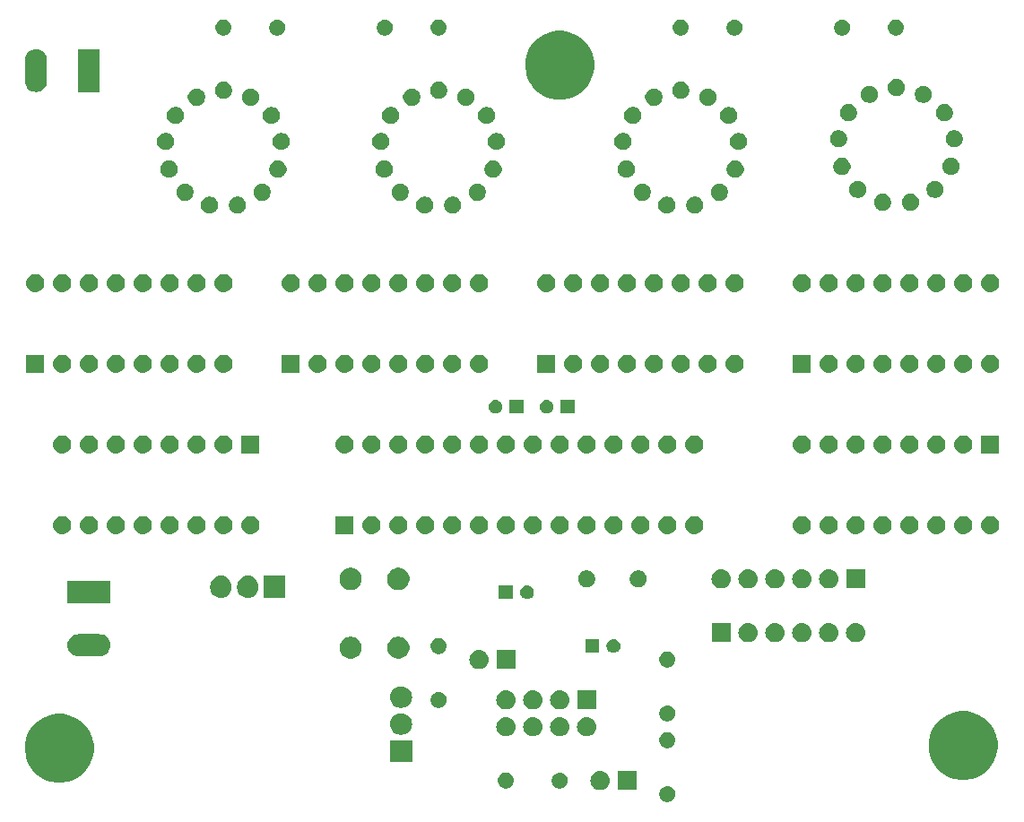
<source format=gbr>
G04 #@! TF.GenerationSoftware,KiCad,Pcbnew,(5.1.2)-1*
G04 #@! TF.CreationDate,2019-05-20T20:05:41-05:00*
G04 #@! TF.ProjectId,Nixie Tube Clock,4e697869-6520-4547-9562-6520436c6f63,rev?*
G04 #@! TF.SameCoordinates,Original*
G04 #@! TF.FileFunction,Soldermask,Bot*
G04 #@! TF.FilePolarity,Negative*
%FSLAX46Y46*%
G04 Gerber Fmt 4.6, Leading zero omitted, Abs format (unit mm)*
G04 Created by KiCad (PCBNEW (5.1.2)-1) date 2019-05-20 20:05:41*
%MOMM*%
%LPD*%
G04 APERTURE LIST*
%ADD10C,0.100000*%
G04 APERTURE END LIST*
D10*
G36*
X78959059Y-91987860D02*
G01*
X79044718Y-92023341D01*
X79095732Y-92044472D01*
X79218735Y-92126660D01*
X79323340Y-92231265D01*
X79405528Y-92354268D01*
X79462140Y-92490941D01*
X79491000Y-92636033D01*
X79491000Y-92783967D01*
X79462140Y-92929059D01*
X79405528Y-93065732D01*
X79323340Y-93188735D01*
X79218735Y-93293340D01*
X79095732Y-93375528D01*
X79095731Y-93375529D01*
X79095730Y-93375529D01*
X78959059Y-93432140D01*
X78813968Y-93461000D01*
X78666032Y-93461000D01*
X78520941Y-93432140D01*
X78384270Y-93375529D01*
X78384269Y-93375529D01*
X78384268Y-93375528D01*
X78261265Y-93293340D01*
X78156660Y-93188735D01*
X78074472Y-93065732D01*
X78017860Y-92929059D01*
X77989000Y-92783967D01*
X77989000Y-92636033D01*
X78017860Y-92490941D01*
X78074472Y-92354268D01*
X78156660Y-92231265D01*
X78261265Y-92126660D01*
X78384268Y-92044472D01*
X78435283Y-92023341D01*
X78520941Y-91987860D01*
X78666032Y-91959000D01*
X78813968Y-91959000D01*
X78959059Y-91987860D01*
X78959059Y-91987860D01*
G37*
G36*
X75831000Y-92341000D02*
G01*
X74029000Y-92341000D01*
X74029000Y-90539000D01*
X75831000Y-90539000D01*
X75831000Y-92341000D01*
X75831000Y-92341000D01*
G37*
G36*
X72500443Y-90545519D02*
G01*
X72566627Y-90552037D01*
X72736466Y-90603557D01*
X72892991Y-90687222D01*
X72928729Y-90716552D01*
X73030186Y-90799814D01*
X73102815Y-90888314D01*
X73142778Y-90937009D01*
X73142779Y-90937011D01*
X73218940Y-91079496D01*
X73226443Y-91093534D01*
X73277963Y-91263373D01*
X73295359Y-91440000D01*
X73277963Y-91616627D01*
X73226443Y-91786466D01*
X73142778Y-91942991D01*
X73117653Y-91973606D01*
X73030186Y-92080186D01*
X72960725Y-92137190D01*
X72892991Y-92192778D01*
X72736466Y-92276443D01*
X72566627Y-92327963D01*
X72500443Y-92334481D01*
X72434260Y-92341000D01*
X72345740Y-92341000D01*
X72279557Y-92334481D01*
X72213373Y-92327963D01*
X72043534Y-92276443D01*
X71887009Y-92192778D01*
X71819275Y-92137190D01*
X71749814Y-92080186D01*
X71662347Y-91973606D01*
X71637222Y-91942991D01*
X71553557Y-91786466D01*
X71502037Y-91616627D01*
X71484641Y-91440000D01*
X71502037Y-91263373D01*
X71553557Y-91093534D01*
X71561061Y-91079496D01*
X71637221Y-90937011D01*
X71637222Y-90937009D01*
X71677185Y-90888314D01*
X71749814Y-90799814D01*
X71851271Y-90716552D01*
X71887009Y-90687222D01*
X72043534Y-90603557D01*
X72213373Y-90552037D01*
X72279557Y-90545519D01*
X72345740Y-90539000D01*
X72434260Y-90539000D01*
X72500443Y-90545519D01*
X72500443Y-90545519D01*
G37*
G36*
X63573665Y-90692622D02*
G01*
X63647222Y-90699867D01*
X63788786Y-90742810D01*
X63919252Y-90812546D01*
X63948343Y-90836420D01*
X64033607Y-90906393D01*
X64087175Y-90971668D01*
X64127454Y-91020748D01*
X64197190Y-91151214D01*
X64240133Y-91292778D01*
X64254633Y-91440000D01*
X64240133Y-91587222D01*
X64197190Y-91728786D01*
X64127454Y-91859252D01*
X64103008Y-91889040D01*
X64033607Y-91973607D01*
X63973004Y-92023341D01*
X63919252Y-92067454D01*
X63788786Y-92137190D01*
X63647222Y-92180133D01*
X63573665Y-92187378D01*
X63536888Y-92191000D01*
X63463112Y-92191000D01*
X63426335Y-92187378D01*
X63352778Y-92180133D01*
X63211214Y-92137190D01*
X63080748Y-92067454D01*
X63026996Y-92023341D01*
X62966393Y-91973607D01*
X62896992Y-91889040D01*
X62872546Y-91859252D01*
X62802810Y-91728786D01*
X62759867Y-91587222D01*
X62745367Y-91440000D01*
X62759867Y-91292778D01*
X62802810Y-91151214D01*
X62872546Y-91020748D01*
X62912825Y-90971668D01*
X62966393Y-90906393D01*
X63051657Y-90836420D01*
X63080748Y-90812546D01*
X63211214Y-90742810D01*
X63352778Y-90699867D01*
X63426335Y-90692622D01*
X63463112Y-90689000D01*
X63536888Y-90689000D01*
X63573665Y-90692622D01*
X63573665Y-90692622D01*
G37*
G36*
X68799059Y-90717860D02*
G01*
X68880585Y-90751629D01*
X68935732Y-90774472D01*
X69058735Y-90856660D01*
X69163340Y-90961265D01*
X69242339Y-91079496D01*
X69245529Y-91084270D01*
X69302140Y-91220941D01*
X69331000Y-91366032D01*
X69331000Y-91513968D01*
X69310580Y-91616627D01*
X69302140Y-91659059D01*
X69245528Y-91795732D01*
X69163340Y-91918735D01*
X69058735Y-92023340D01*
X68935732Y-92105528D01*
X68935731Y-92105529D01*
X68935730Y-92105529D01*
X68799059Y-92162140D01*
X68653968Y-92191000D01*
X68506032Y-92191000D01*
X68360941Y-92162140D01*
X68224270Y-92105529D01*
X68224269Y-92105529D01*
X68224268Y-92105528D01*
X68101265Y-92023340D01*
X67996660Y-91918735D01*
X67914472Y-91795732D01*
X67857860Y-91659059D01*
X67849420Y-91616627D01*
X67829000Y-91513968D01*
X67829000Y-91366032D01*
X67857860Y-91220941D01*
X67914471Y-91084270D01*
X67917661Y-91079496D01*
X67996660Y-90961265D01*
X68101265Y-90856660D01*
X68224268Y-90774472D01*
X68279416Y-90751629D01*
X68360941Y-90717860D01*
X68506032Y-90689000D01*
X68653968Y-90689000D01*
X68799059Y-90717860D01*
X68799059Y-90717860D01*
G37*
G36*
X21970239Y-85203467D02*
G01*
X22284282Y-85265934D01*
X22875926Y-85511001D01*
X23408392Y-85866784D01*
X23861216Y-86319608D01*
X24216999Y-86852074D01*
X24462066Y-87443718D01*
X24469836Y-87482780D01*
X24587000Y-88071803D01*
X24587000Y-88712197D01*
X24524533Y-89026239D01*
X24462066Y-89340282D01*
X24216999Y-89931926D01*
X23861216Y-90464392D01*
X23408392Y-90917216D01*
X22875926Y-91272999D01*
X22284282Y-91518066D01*
X21970239Y-91580533D01*
X21656197Y-91643000D01*
X21015803Y-91643000D01*
X20701761Y-91580533D01*
X20387718Y-91518066D01*
X19796074Y-91272999D01*
X19263608Y-90917216D01*
X18810784Y-90464392D01*
X18455001Y-89931926D01*
X18209934Y-89340282D01*
X18147467Y-89026239D01*
X18085000Y-88712197D01*
X18085000Y-88071803D01*
X18202164Y-87482780D01*
X18209934Y-87443718D01*
X18455001Y-86852074D01*
X18810784Y-86319608D01*
X19263608Y-85866784D01*
X19796074Y-85511001D01*
X20387718Y-85265934D01*
X20701761Y-85203467D01*
X21015803Y-85141000D01*
X21656197Y-85141000D01*
X21970239Y-85203467D01*
X21970239Y-85203467D01*
G37*
G36*
X107314239Y-84949467D02*
G01*
X107628282Y-85011934D01*
X108219926Y-85257001D01*
X108618856Y-85523558D01*
X108744067Y-85607221D01*
X108752392Y-85612784D01*
X109205216Y-86065608D01*
X109560999Y-86598074D01*
X109806066Y-87189718D01*
X109820245Y-87261000D01*
X109931000Y-87817803D01*
X109931000Y-88458197D01*
X109901674Y-88605629D01*
X109806066Y-89086282D01*
X109560999Y-89677926D01*
X109205216Y-90210392D01*
X108752392Y-90663216D01*
X108219926Y-91018999D01*
X107628282Y-91264066D01*
X107314239Y-91326533D01*
X107000197Y-91389000D01*
X106359803Y-91389000D01*
X106045761Y-91326533D01*
X105731718Y-91264066D01*
X105140074Y-91018999D01*
X104607608Y-90663216D01*
X104154784Y-90210392D01*
X103799001Y-89677926D01*
X103553934Y-89086282D01*
X103458326Y-88605629D01*
X103429000Y-88458197D01*
X103429000Y-87817803D01*
X103539755Y-87261000D01*
X103553934Y-87189718D01*
X103799001Y-86598074D01*
X104154784Y-86065608D01*
X104607608Y-85612784D01*
X104615934Y-85607221D01*
X104741144Y-85523558D01*
X105140074Y-85257001D01*
X105731718Y-85011934D01*
X106045761Y-84949467D01*
X106359803Y-84887000D01*
X107000197Y-84887000D01*
X107314239Y-84949467D01*
X107314239Y-84949467D01*
G37*
G36*
X54645000Y-89649500D02*
G01*
X52543000Y-89649500D01*
X52543000Y-87642500D01*
X54645000Y-87642500D01*
X54645000Y-89649500D01*
X54645000Y-89649500D01*
G37*
G36*
X78813665Y-86882622D02*
G01*
X78887222Y-86889867D01*
X79028786Y-86932810D01*
X79159252Y-87002546D01*
X79189040Y-87026992D01*
X79273607Y-87096393D01*
X79314271Y-87145944D01*
X79367454Y-87210748D01*
X79437190Y-87341214D01*
X79480133Y-87482778D01*
X79494633Y-87630000D01*
X79480133Y-87777222D01*
X79437190Y-87918786D01*
X79367454Y-88049252D01*
X79348947Y-88071803D01*
X79273607Y-88163607D01*
X79189040Y-88233008D01*
X79159252Y-88257454D01*
X79028786Y-88327190D01*
X78887222Y-88370133D01*
X78813665Y-88377378D01*
X78776888Y-88381000D01*
X78703112Y-88381000D01*
X78666335Y-88377378D01*
X78592778Y-88370133D01*
X78451214Y-88327190D01*
X78320748Y-88257454D01*
X78290960Y-88233008D01*
X78206393Y-88163607D01*
X78131053Y-88071803D01*
X78112546Y-88049252D01*
X78042810Y-87918786D01*
X77999867Y-87777222D01*
X77985367Y-87630000D01*
X77999867Y-87482778D01*
X78042810Y-87341214D01*
X78112546Y-87210748D01*
X78165729Y-87145944D01*
X78206393Y-87096393D01*
X78290960Y-87026992D01*
X78320748Y-87002546D01*
X78451214Y-86932810D01*
X78592778Y-86889867D01*
X78666335Y-86882622D01*
X78703112Y-86879000D01*
X78776888Y-86879000D01*
X78813665Y-86882622D01*
X78813665Y-86882622D01*
G37*
G36*
X63610442Y-85465518D02*
G01*
X63676627Y-85472037D01*
X63846466Y-85523557D01*
X64002991Y-85607222D01*
X64009768Y-85612784D01*
X64140186Y-85719814D01*
X64215955Y-85812140D01*
X64252778Y-85857009D01*
X64336443Y-86013534D01*
X64387963Y-86183373D01*
X64405359Y-86360000D01*
X64387963Y-86536627D01*
X64336443Y-86706466D01*
X64252778Y-86862991D01*
X64230721Y-86889867D01*
X64140186Y-87000186D01*
X64038729Y-87083448D01*
X64002991Y-87112778D01*
X64002989Y-87112779D01*
X63859048Y-87189718D01*
X63846466Y-87196443D01*
X63676627Y-87247963D01*
X63610442Y-87254482D01*
X63544260Y-87261000D01*
X63455740Y-87261000D01*
X63389558Y-87254482D01*
X63323373Y-87247963D01*
X63153534Y-87196443D01*
X63140953Y-87189718D01*
X62997011Y-87112779D01*
X62997009Y-87112778D01*
X62961271Y-87083448D01*
X62859814Y-87000186D01*
X62769279Y-86889867D01*
X62747222Y-86862991D01*
X62663557Y-86706466D01*
X62612037Y-86536627D01*
X62594641Y-86360000D01*
X62612037Y-86183373D01*
X62663557Y-86013534D01*
X62747222Y-85857009D01*
X62784045Y-85812140D01*
X62859814Y-85719814D01*
X62990232Y-85612784D01*
X62997009Y-85607222D01*
X63153534Y-85523557D01*
X63323373Y-85472037D01*
X63389558Y-85465518D01*
X63455740Y-85459000D01*
X63544260Y-85459000D01*
X63610442Y-85465518D01*
X63610442Y-85465518D01*
G37*
G36*
X66150442Y-85465518D02*
G01*
X66216627Y-85472037D01*
X66386466Y-85523557D01*
X66542991Y-85607222D01*
X66549768Y-85612784D01*
X66680186Y-85719814D01*
X66755955Y-85812140D01*
X66792778Y-85857009D01*
X66876443Y-86013534D01*
X66927963Y-86183373D01*
X66945359Y-86360000D01*
X66927963Y-86536627D01*
X66876443Y-86706466D01*
X66792778Y-86862991D01*
X66770721Y-86889867D01*
X66680186Y-87000186D01*
X66578729Y-87083448D01*
X66542991Y-87112778D01*
X66542989Y-87112779D01*
X66399048Y-87189718D01*
X66386466Y-87196443D01*
X66216627Y-87247963D01*
X66150442Y-87254482D01*
X66084260Y-87261000D01*
X65995740Y-87261000D01*
X65929558Y-87254482D01*
X65863373Y-87247963D01*
X65693534Y-87196443D01*
X65680953Y-87189718D01*
X65537011Y-87112779D01*
X65537009Y-87112778D01*
X65501271Y-87083448D01*
X65399814Y-87000186D01*
X65309279Y-86889867D01*
X65287222Y-86862991D01*
X65203557Y-86706466D01*
X65152037Y-86536627D01*
X65134641Y-86360000D01*
X65152037Y-86183373D01*
X65203557Y-86013534D01*
X65287222Y-85857009D01*
X65324045Y-85812140D01*
X65399814Y-85719814D01*
X65530232Y-85612784D01*
X65537009Y-85607222D01*
X65693534Y-85523557D01*
X65863373Y-85472037D01*
X65929558Y-85465518D01*
X65995740Y-85459000D01*
X66084260Y-85459000D01*
X66150442Y-85465518D01*
X66150442Y-85465518D01*
G37*
G36*
X68690442Y-85465518D02*
G01*
X68756627Y-85472037D01*
X68926466Y-85523557D01*
X69082991Y-85607222D01*
X69089768Y-85612784D01*
X69220186Y-85719814D01*
X69295955Y-85812140D01*
X69332778Y-85857009D01*
X69416443Y-86013534D01*
X69467963Y-86183373D01*
X69485359Y-86360000D01*
X69467963Y-86536627D01*
X69416443Y-86706466D01*
X69332778Y-86862991D01*
X69310721Y-86889867D01*
X69220186Y-87000186D01*
X69118729Y-87083448D01*
X69082991Y-87112778D01*
X69082989Y-87112779D01*
X68939048Y-87189718D01*
X68926466Y-87196443D01*
X68756627Y-87247963D01*
X68690442Y-87254482D01*
X68624260Y-87261000D01*
X68535740Y-87261000D01*
X68469558Y-87254482D01*
X68403373Y-87247963D01*
X68233534Y-87196443D01*
X68220953Y-87189718D01*
X68077011Y-87112779D01*
X68077009Y-87112778D01*
X68041271Y-87083448D01*
X67939814Y-87000186D01*
X67849279Y-86889867D01*
X67827222Y-86862991D01*
X67743557Y-86706466D01*
X67692037Y-86536627D01*
X67674641Y-86360000D01*
X67692037Y-86183373D01*
X67743557Y-86013534D01*
X67827222Y-85857009D01*
X67864045Y-85812140D01*
X67939814Y-85719814D01*
X68070232Y-85612784D01*
X68077009Y-85607222D01*
X68233534Y-85523557D01*
X68403373Y-85472037D01*
X68469558Y-85465518D01*
X68535740Y-85459000D01*
X68624260Y-85459000D01*
X68690442Y-85465518D01*
X68690442Y-85465518D01*
G37*
G36*
X71230442Y-85465518D02*
G01*
X71296627Y-85472037D01*
X71466466Y-85523557D01*
X71622991Y-85607222D01*
X71629768Y-85612784D01*
X71760186Y-85719814D01*
X71835955Y-85812140D01*
X71872778Y-85857009D01*
X71956443Y-86013534D01*
X72007963Y-86183373D01*
X72025359Y-86360000D01*
X72007963Y-86536627D01*
X71956443Y-86706466D01*
X71872778Y-86862991D01*
X71850721Y-86889867D01*
X71760186Y-87000186D01*
X71658729Y-87083448D01*
X71622991Y-87112778D01*
X71622989Y-87112779D01*
X71479048Y-87189718D01*
X71466466Y-87196443D01*
X71296627Y-87247963D01*
X71230442Y-87254482D01*
X71164260Y-87261000D01*
X71075740Y-87261000D01*
X71009558Y-87254482D01*
X70943373Y-87247963D01*
X70773534Y-87196443D01*
X70760953Y-87189718D01*
X70617011Y-87112779D01*
X70617009Y-87112778D01*
X70581271Y-87083448D01*
X70479814Y-87000186D01*
X70389279Y-86889867D01*
X70367222Y-86862991D01*
X70283557Y-86706466D01*
X70232037Y-86536627D01*
X70214641Y-86360000D01*
X70232037Y-86183373D01*
X70283557Y-86013534D01*
X70367222Y-85857009D01*
X70404045Y-85812140D01*
X70479814Y-85719814D01*
X70610232Y-85612784D01*
X70617009Y-85607222D01*
X70773534Y-85523557D01*
X70943373Y-85472037D01*
X71009558Y-85465518D01*
X71075740Y-85459000D01*
X71164260Y-85459000D01*
X71230442Y-85465518D01*
X71230442Y-85465518D01*
G37*
G36*
X53739936Y-85107340D02*
G01*
X53838220Y-85117020D01*
X54027381Y-85174401D01*
X54201712Y-85267583D01*
X54354515Y-85392985D01*
X54479917Y-85545788D01*
X54573099Y-85720119D01*
X54630480Y-85909280D01*
X54649855Y-86106000D01*
X54630480Y-86302720D01*
X54573099Y-86491881D01*
X54479917Y-86666212D01*
X54354515Y-86819015D01*
X54201712Y-86944417D01*
X54027381Y-87037599D01*
X53838220Y-87094980D01*
X53739936Y-87104660D01*
X53690795Y-87109500D01*
X53497205Y-87109500D01*
X53448064Y-87104660D01*
X53349780Y-87094980D01*
X53160619Y-87037599D01*
X52986288Y-86944417D01*
X52833485Y-86819015D01*
X52708083Y-86666212D01*
X52614901Y-86491881D01*
X52557520Y-86302720D01*
X52538145Y-86106000D01*
X52557520Y-85909280D01*
X52614901Y-85720119D01*
X52708083Y-85545788D01*
X52833485Y-85392985D01*
X52986288Y-85267583D01*
X53160619Y-85174401D01*
X53349780Y-85117020D01*
X53448064Y-85107340D01*
X53497205Y-85102500D01*
X53690795Y-85102500D01*
X53739936Y-85107340D01*
X53739936Y-85107340D01*
G37*
G36*
X78959059Y-84367860D02*
G01*
X79044718Y-84403341D01*
X79095732Y-84424472D01*
X79218735Y-84506660D01*
X79323340Y-84611265D01*
X79405528Y-84734268D01*
X79405529Y-84734270D01*
X79462140Y-84870941D01*
X79491000Y-85016032D01*
X79491000Y-85163968D01*
X79472495Y-85257001D01*
X79462140Y-85309059D01*
X79405528Y-85445732D01*
X79323340Y-85568735D01*
X79218735Y-85673340D01*
X79095732Y-85755528D01*
X79095731Y-85755529D01*
X79095730Y-85755529D01*
X78959059Y-85812140D01*
X78813968Y-85841000D01*
X78666032Y-85841000D01*
X78520941Y-85812140D01*
X78384270Y-85755529D01*
X78384269Y-85755529D01*
X78384268Y-85755528D01*
X78261265Y-85673340D01*
X78156660Y-85568735D01*
X78074472Y-85445732D01*
X78017860Y-85309059D01*
X78007505Y-85257001D01*
X77989000Y-85163968D01*
X77989000Y-85016032D01*
X78017860Y-84870941D01*
X78074471Y-84734270D01*
X78074472Y-84734268D01*
X78156660Y-84611265D01*
X78261265Y-84506660D01*
X78384268Y-84424472D01*
X78435283Y-84403341D01*
X78520941Y-84367860D01*
X78666032Y-84339000D01*
X78813968Y-84339000D01*
X78959059Y-84367860D01*
X78959059Y-84367860D01*
G37*
G36*
X63610443Y-82925519D02*
G01*
X63676627Y-82932037D01*
X63846466Y-82983557D01*
X64002991Y-83067222D01*
X64005157Y-83069000D01*
X64140186Y-83179814D01*
X64223448Y-83281271D01*
X64252778Y-83317009D01*
X64336443Y-83473534D01*
X64387963Y-83643373D01*
X64405359Y-83820000D01*
X64387963Y-83996627D01*
X64336443Y-84166466D01*
X64252778Y-84322991D01*
X64223448Y-84358729D01*
X64140186Y-84460186D01*
X64040323Y-84542140D01*
X64002991Y-84572778D01*
X63846466Y-84656443D01*
X63676627Y-84707963D01*
X63610443Y-84714481D01*
X63544260Y-84721000D01*
X63455740Y-84721000D01*
X63389557Y-84714481D01*
X63323373Y-84707963D01*
X63153534Y-84656443D01*
X62997009Y-84572778D01*
X62959677Y-84542140D01*
X62859814Y-84460186D01*
X62776552Y-84358729D01*
X62747222Y-84322991D01*
X62663557Y-84166466D01*
X62612037Y-83996627D01*
X62594641Y-83820000D01*
X62612037Y-83643373D01*
X62663557Y-83473534D01*
X62747222Y-83317009D01*
X62776552Y-83281271D01*
X62859814Y-83179814D01*
X62994843Y-83069000D01*
X62997009Y-83067222D01*
X63153534Y-82983557D01*
X63323373Y-82932037D01*
X63389557Y-82925519D01*
X63455740Y-82919000D01*
X63544260Y-82919000D01*
X63610443Y-82925519D01*
X63610443Y-82925519D01*
G37*
G36*
X72021000Y-84721000D02*
G01*
X70219000Y-84721000D01*
X70219000Y-82919000D01*
X72021000Y-82919000D01*
X72021000Y-84721000D01*
X72021000Y-84721000D01*
G37*
G36*
X68690443Y-82925519D02*
G01*
X68756627Y-82932037D01*
X68926466Y-82983557D01*
X69082991Y-83067222D01*
X69085157Y-83069000D01*
X69220186Y-83179814D01*
X69303448Y-83281271D01*
X69332778Y-83317009D01*
X69416443Y-83473534D01*
X69467963Y-83643373D01*
X69485359Y-83820000D01*
X69467963Y-83996627D01*
X69416443Y-84166466D01*
X69332778Y-84322991D01*
X69303448Y-84358729D01*
X69220186Y-84460186D01*
X69120323Y-84542140D01*
X69082991Y-84572778D01*
X68926466Y-84656443D01*
X68756627Y-84707963D01*
X68690443Y-84714481D01*
X68624260Y-84721000D01*
X68535740Y-84721000D01*
X68469557Y-84714481D01*
X68403373Y-84707963D01*
X68233534Y-84656443D01*
X68077009Y-84572778D01*
X68039677Y-84542140D01*
X67939814Y-84460186D01*
X67856552Y-84358729D01*
X67827222Y-84322991D01*
X67743557Y-84166466D01*
X67692037Y-83996627D01*
X67674641Y-83820000D01*
X67692037Y-83643373D01*
X67743557Y-83473534D01*
X67827222Y-83317009D01*
X67856552Y-83281271D01*
X67939814Y-83179814D01*
X68074843Y-83069000D01*
X68077009Y-83067222D01*
X68233534Y-82983557D01*
X68403373Y-82932037D01*
X68469557Y-82925519D01*
X68535740Y-82919000D01*
X68624260Y-82919000D01*
X68690443Y-82925519D01*
X68690443Y-82925519D01*
G37*
G36*
X66150443Y-82925519D02*
G01*
X66216627Y-82932037D01*
X66386466Y-82983557D01*
X66542991Y-83067222D01*
X66545157Y-83069000D01*
X66680186Y-83179814D01*
X66763448Y-83281271D01*
X66792778Y-83317009D01*
X66876443Y-83473534D01*
X66927963Y-83643373D01*
X66945359Y-83820000D01*
X66927963Y-83996627D01*
X66876443Y-84166466D01*
X66792778Y-84322991D01*
X66763448Y-84358729D01*
X66680186Y-84460186D01*
X66580323Y-84542140D01*
X66542991Y-84572778D01*
X66386466Y-84656443D01*
X66216627Y-84707963D01*
X66150443Y-84714481D01*
X66084260Y-84721000D01*
X65995740Y-84721000D01*
X65929557Y-84714481D01*
X65863373Y-84707963D01*
X65693534Y-84656443D01*
X65537009Y-84572778D01*
X65499677Y-84542140D01*
X65399814Y-84460186D01*
X65316552Y-84358729D01*
X65287222Y-84322991D01*
X65203557Y-84166466D01*
X65152037Y-83996627D01*
X65134641Y-83820000D01*
X65152037Y-83643373D01*
X65203557Y-83473534D01*
X65287222Y-83317009D01*
X65316552Y-83281271D01*
X65399814Y-83179814D01*
X65534843Y-83069000D01*
X65537009Y-83067222D01*
X65693534Y-82983557D01*
X65863373Y-82932037D01*
X65929557Y-82925519D01*
X65995740Y-82919000D01*
X66084260Y-82919000D01*
X66150443Y-82925519D01*
X66150443Y-82925519D01*
G37*
G36*
X57369059Y-83097860D02*
G01*
X57505732Y-83154472D01*
X57628735Y-83236660D01*
X57733340Y-83341265D01*
X57733341Y-83341267D01*
X57815529Y-83464270D01*
X57872140Y-83600941D01*
X57901000Y-83746032D01*
X57901000Y-83893968D01*
X57880580Y-83996627D01*
X57872140Y-84039059D01*
X57815528Y-84175732D01*
X57733340Y-84298735D01*
X57628735Y-84403340D01*
X57505732Y-84485528D01*
X57505731Y-84485529D01*
X57505730Y-84485529D01*
X57369059Y-84542140D01*
X57223968Y-84571000D01*
X57076032Y-84571000D01*
X56930941Y-84542140D01*
X56794270Y-84485529D01*
X56794269Y-84485529D01*
X56794268Y-84485528D01*
X56671265Y-84403340D01*
X56566660Y-84298735D01*
X56484472Y-84175732D01*
X56427860Y-84039059D01*
X56419420Y-83996627D01*
X56399000Y-83893968D01*
X56399000Y-83746032D01*
X56427860Y-83600941D01*
X56484471Y-83464270D01*
X56566659Y-83341267D01*
X56566660Y-83341265D01*
X56671265Y-83236660D01*
X56794268Y-83154472D01*
X56930941Y-83097860D01*
X57076032Y-83069000D01*
X57223968Y-83069000D01*
X57369059Y-83097860D01*
X57369059Y-83097860D01*
G37*
G36*
X53739936Y-82567340D02*
G01*
X53838220Y-82577020D01*
X54027381Y-82634401D01*
X54201712Y-82727583D01*
X54354515Y-82852985D01*
X54479917Y-83005788D01*
X54573099Y-83180119D01*
X54630480Y-83369280D01*
X54649855Y-83566000D01*
X54630480Y-83762720D01*
X54573099Y-83951881D01*
X54479917Y-84126212D01*
X54354515Y-84279015D01*
X54201712Y-84404417D01*
X54027381Y-84497599D01*
X53838220Y-84554980D01*
X53739936Y-84564660D01*
X53690795Y-84569500D01*
X53497205Y-84569500D01*
X53448064Y-84564660D01*
X53349780Y-84554980D01*
X53160619Y-84497599D01*
X52986288Y-84404417D01*
X52833485Y-84279015D01*
X52708083Y-84126212D01*
X52614901Y-83951881D01*
X52557520Y-83762720D01*
X52538145Y-83566000D01*
X52557520Y-83369280D01*
X52614901Y-83180119D01*
X52708083Y-83005788D01*
X52833485Y-82852985D01*
X52986288Y-82727583D01*
X53160619Y-82634401D01*
X53349780Y-82577020D01*
X53448064Y-82567340D01*
X53497205Y-82562500D01*
X53690795Y-82562500D01*
X53739936Y-82567340D01*
X53739936Y-82567340D01*
G37*
G36*
X61070443Y-79115519D02*
G01*
X61136627Y-79122037D01*
X61306466Y-79173557D01*
X61462991Y-79257222D01*
X61482956Y-79273607D01*
X61600186Y-79369814D01*
X61655478Y-79437189D01*
X61712778Y-79507009D01*
X61796443Y-79663534D01*
X61847963Y-79833373D01*
X61865359Y-80010000D01*
X61847963Y-80186627D01*
X61796443Y-80356466D01*
X61712778Y-80512991D01*
X61687653Y-80543606D01*
X61600186Y-80650186D01*
X61530725Y-80707190D01*
X61462991Y-80762778D01*
X61306466Y-80846443D01*
X61136627Y-80897963D01*
X61070442Y-80904482D01*
X61004260Y-80911000D01*
X60915740Y-80911000D01*
X60849558Y-80904482D01*
X60783373Y-80897963D01*
X60613534Y-80846443D01*
X60457009Y-80762778D01*
X60389275Y-80707190D01*
X60319814Y-80650186D01*
X60232347Y-80543606D01*
X60207222Y-80512991D01*
X60123557Y-80356466D01*
X60072037Y-80186627D01*
X60054641Y-80010000D01*
X60072037Y-79833373D01*
X60123557Y-79663534D01*
X60207222Y-79507009D01*
X60264522Y-79437189D01*
X60319814Y-79369814D01*
X60437044Y-79273607D01*
X60457009Y-79257222D01*
X60613534Y-79173557D01*
X60783373Y-79122037D01*
X60849557Y-79115519D01*
X60915740Y-79109000D01*
X61004260Y-79109000D01*
X61070443Y-79115519D01*
X61070443Y-79115519D01*
G37*
G36*
X64401000Y-80911000D02*
G01*
X62599000Y-80911000D01*
X62599000Y-79109000D01*
X64401000Y-79109000D01*
X64401000Y-80911000D01*
X64401000Y-80911000D01*
G37*
G36*
X78813665Y-79262622D02*
G01*
X78887222Y-79269867D01*
X79028786Y-79312810D01*
X79159252Y-79382546D01*
X79169553Y-79391000D01*
X79273607Y-79476393D01*
X79317392Y-79529747D01*
X79367454Y-79590748D01*
X79437190Y-79721214D01*
X79480133Y-79862778D01*
X79494633Y-80010000D01*
X79480133Y-80157222D01*
X79437190Y-80298786D01*
X79367454Y-80429252D01*
X79343008Y-80459040D01*
X79273607Y-80543607D01*
X79189040Y-80613008D01*
X79159252Y-80637454D01*
X79028786Y-80707190D01*
X78887222Y-80750133D01*
X78813665Y-80757378D01*
X78776888Y-80761000D01*
X78703112Y-80761000D01*
X78666335Y-80757378D01*
X78592778Y-80750133D01*
X78451214Y-80707190D01*
X78320748Y-80637454D01*
X78290960Y-80613008D01*
X78206393Y-80543607D01*
X78136992Y-80459040D01*
X78112546Y-80429252D01*
X78042810Y-80298786D01*
X77999867Y-80157222D01*
X77985367Y-80010000D01*
X77999867Y-79862778D01*
X78042810Y-79721214D01*
X78112546Y-79590748D01*
X78162608Y-79529747D01*
X78206393Y-79476393D01*
X78310447Y-79391000D01*
X78320748Y-79382546D01*
X78451214Y-79312810D01*
X78592778Y-79269867D01*
X78666335Y-79262622D01*
X78703112Y-79259000D01*
X78776888Y-79259000D01*
X78813665Y-79262622D01*
X78813665Y-79262622D01*
G37*
G36*
X53646564Y-77879389D02*
G01*
X53837833Y-77958615D01*
X53837835Y-77958616D01*
X54009973Y-78073635D01*
X54156365Y-78220027D01*
X54223665Y-78320748D01*
X54271385Y-78392167D01*
X54350611Y-78583436D01*
X54391000Y-78786484D01*
X54391000Y-78993516D01*
X54350611Y-79196564D01*
X54278848Y-79369815D01*
X54271384Y-79387835D01*
X54156365Y-79559973D01*
X54009973Y-79706365D01*
X53837835Y-79821384D01*
X53837834Y-79821385D01*
X53837833Y-79821385D01*
X53646564Y-79900611D01*
X53443516Y-79941000D01*
X53236484Y-79941000D01*
X53033436Y-79900611D01*
X52842167Y-79821385D01*
X52842166Y-79821385D01*
X52842165Y-79821384D01*
X52670027Y-79706365D01*
X52523635Y-79559973D01*
X52408616Y-79387835D01*
X52401152Y-79369815D01*
X52329389Y-79196564D01*
X52289000Y-78993516D01*
X52289000Y-78786484D01*
X52329389Y-78583436D01*
X52408615Y-78392167D01*
X52456336Y-78320748D01*
X52523635Y-78220027D01*
X52670027Y-78073635D01*
X52842165Y-77958616D01*
X52842167Y-77958615D01*
X53033436Y-77879389D01*
X53236484Y-77839000D01*
X53443516Y-77839000D01*
X53646564Y-77879389D01*
X53646564Y-77879389D01*
G37*
G36*
X49146564Y-77879389D02*
G01*
X49337833Y-77958615D01*
X49337835Y-77958616D01*
X49509973Y-78073635D01*
X49656365Y-78220027D01*
X49723665Y-78320748D01*
X49771385Y-78392167D01*
X49850611Y-78583436D01*
X49891000Y-78786484D01*
X49891000Y-78993516D01*
X49850611Y-79196564D01*
X49778848Y-79369815D01*
X49771384Y-79387835D01*
X49656365Y-79559973D01*
X49509973Y-79706365D01*
X49337835Y-79821384D01*
X49337834Y-79821385D01*
X49337833Y-79821385D01*
X49146564Y-79900611D01*
X48943516Y-79941000D01*
X48736484Y-79941000D01*
X48533436Y-79900611D01*
X48342167Y-79821385D01*
X48342166Y-79821385D01*
X48342165Y-79821384D01*
X48170027Y-79706365D01*
X48023635Y-79559973D01*
X47908616Y-79387835D01*
X47901152Y-79369815D01*
X47829389Y-79196564D01*
X47789000Y-78993516D01*
X47789000Y-78786484D01*
X47829389Y-78583436D01*
X47908615Y-78392167D01*
X47956336Y-78320748D01*
X48023635Y-78220027D01*
X48170027Y-78073635D01*
X48342165Y-77958616D01*
X48342167Y-77958615D01*
X48533436Y-77879389D01*
X48736484Y-77839000D01*
X48943516Y-77839000D01*
X49146564Y-77879389D01*
X49146564Y-77879389D01*
G37*
G36*
X25222112Y-77624021D02*
G01*
X25324072Y-77634063D01*
X25520301Y-77693589D01*
X25520303Y-77693590D01*
X25701145Y-77790252D01*
X25859660Y-77920340D01*
X25989748Y-78078855D01*
X26034773Y-78163091D01*
X26086411Y-78259699D01*
X26145937Y-78455928D01*
X26166036Y-78660000D01*
X26145937Y-78864072D01*
X26090032Y-79048364D01*
X26086410Y-79060303D01*
X25989748Y-79241145D01*
X25859660Y-79399660D01*
X25701145Y-79529748D01*
X25587022Y-79590748D01*
X25520301Y-79626411D01*
X25324072Y-79685937D01*
X25222112Y-79695979D01*
X25171133Y-79701000D01*
X23088867Y-79701000D01*
X23037888Y-79695979D01*
X22935928Y-79685937D01*
X22739699Y-79626411D01*
X22672978Y-79590748D01*
X22558855Y-79529748D01*
X22400340Y-79399660D01*
X22270252Y-79241145D01*
X22173590Y-79060303D01*
X22169968Y-79048364D01*
X22114063Y-78864072D01*
X22093964Y-78660000D01*
X22114063Y-78455928D01*
X22173589Y-78259699D01*
X22225227Y-78163091D01*
X22270252Y-78078855D01*
X22400340Y-77920340D01*
X22558855Y-77790252D01*
X22739697Y-77693590D01*
X22739699Y-77693589D01*
X22935928Y-77634063D01*
X23037888Y-77624021D01*
X23088867Y-77619000D01*
X25171133Y-77619000D01*
X25222112Y-77624021D01*
X25222112Y-77624021D01*
G37*
G36*
X57223665Y-77992622D02*
G01*
X57297222Y-77999867D01*
X57438786Y-78042810D01*
X57569252Y-78112546D01*
X57571044Y-78114017D01*
X57683607Y-78206393D01*
X57753008Y-78290960D01*
X57777454Y-78320748D01*
X57847190Y-78451214D01*
X57890133Y-78592778D01*
X57904633Y-78740000D01*
X57890133Y-78887222D01*
X57847190Y-79028786D01*
X57777454Y-79159252D01*
X57765714Y-79173557D01*
X57683607Y-79273607D01*
X57599040Y-79343008D01*
X57569252Y-79367454D01*
X57438786Y-79437190D01*
X57297222Y-79480133D01*
X57223665Y-79487378D01*
X57186888Y-79491000D01*
X57113112Y-79491000D01*
X57076335Y-79487378D01*
X57002778Y-79480133D01*
X56861214Y-79437190D01*
X56730748Y-79367454D01*
X56700960Y-79343008D01*
X56616393Y-79273607D01*
X56534286Y-79173557D01*
X56522546Y-79159252D01*
X56452810Y-79028786D01*
X56409867Y-78887222D01*
X56395367Y-78740000D01*
X56409867Y-78592778D01*
X56452810Y-78451214D01*
X56522546Y-78320748D01*
X56546992Y-78290960D01*
X56616393Y-78206393D01*
X56728956Y-78114017D01*
X56730748Y-78112546D01*
X56861214Y-78042810D01*
X57002778Y-77999867D01*
X57076335Y-77992622D01*
X57113112Y-77989000D01*
X57186888Y-77989000D01*
X57223665Y-77992622D01*
X57223665Y-77992622D01*
G37*
G36*
X72311000Y-79391000D02*
G01*
X71009000Y-79391000D01*
X71009000Y-78089000D01*
X72311000Y-78089000D01*
X72311000Y-79391000D01*
X72311000Y-79391000D01*
G37*
G36*
X73830625Y-78110185D02*
G01*
X73849890Y-78114017D01*
X73968364Y-78163091D01*
X74074988Y-78234335D01*
X74165665Y-78325012D01*
X74236909Y-78431636D01*
X74285983Y-78550110D01*
X74311000Y-78675882D01*
X74311000Y-78804118D01*
X74285983Y-78929890D01*
X74236909Y-79048364D01*
X74165665Y-79154988D01*
X74074988Y-79245665D01*
X73968364Y-79316909D01*
X73968363Y-79316910D01*
X73968362Y-79316910D01*
X73849890Y-79365983D01*
X73724119Y-79391000D01*
X73595881Y-79391000D01*
X73470110Y-79365983D01*
X73351638Y-79316910D01*
X73351637Y-79316910D01*
X73351636Y-79316909D01*
X73245012Y-79245665D01*
X73154335Y-79154988D01*
X73083091Y-79048364D01*
X73034017Y-78929890D01*
X73009000Y-78804118D01*
X73009000Y-78675882D01*
X73034017Y-78550110D01*
X73083091Y-78431636D01*
X73154335Y-78325012D01*
X73245012Y-78234335D01*
X73351636Y-78163091D01*
X73470110Y-78114017D01*
X73489375Y-78110185D01*
X73595881Y-78089000D01*
X73724119Y-78089000D01*
X73830625Y-78110185D01*
X73830625Y-78110185D01*
G37*
G36*
X91550443Y-76575519D02*
G01*
X91616627Y-76582037D01*
X91786466Y-76633557D01*
X91942991Y-76717222D01*
X91978729Y-76746552D01*
X92080186Y-76829814D01*
X92163448Y-76931271D01*
X92192778Y-76967009D01*
X92276443Y-77123534D01*
X92327963Y-77293373D01*
X92345359Y-77470000D01*
X92327963Y-77646627D01*
X92276443Y-77816466D01*
X92192778Y-77972991D01*
X92170721Y-77999867D01*
X92080186Y-78110186D01*
X91978729Y-78193448D01*
X91942991Y-78222778D01*
X91786466Y-78306443D01*
X91616627Y-78357963D01*
X91550443Y-78364481D01*
X91484260Y-78371000D01*
X91395740Y-78371000D01*
X91329557Y-78364481D01*
X91263373Y-78357963D01*
X91093534Y-78306443D01*
X90937009Y-78222778D01*
X90901271Y-78193448D01*
X90799814Y-78110186D01*
X90709279Y-77999867D01*
X90687222Y-77972991D01*
X90603557Y-77816466D01*
X90552037Y-77646627D01*
X90534641Y-77470000D01*
X90552037Y-77293373D01*
X90603557Y-77123534D01*
X90687222Y-76967009D01*
X90716552Y-76931271D01*
X90799814Y-76829814D01*
X90901271Y-76746552D01*
X90937009Y-76717222D01*
X91093534Y-76633557D01*
X91263373Y-76582037D01*
X91329557Y-76575519D01*
X91395740Y-76569000D01*
X91484260Y-76569000D01*
X91550443Y-76575519D01*
X91550443Y-76575519D01*
G37*
G36*
X86470443Y-76575519D02*
G01*
X86536627Y-76582037D01*
X86706466Y-76633557D01*
X86862991Y-76717222D01*
X86898729Y-76746552D01*
X87000186Y-76829814D01*
X87083448Y-76931271D01*
X87112778Y-76967009D01*
X87196443Y-77123534D01*
X87247963Y-77293373D01*
X87265359Y-77470000D01*
X87247963Y-77646627D01*
X87196443Y-77816466D01*
X87112778Y-77972991D01*
X87090721Y-77999867D01*
X87000186Y-78110186D01*
X86898729Y-78193448D01*
X86862991Y-78222778D01*
X86706466Y-78306443D01*
X86536627Y-78357963D01*
X86470443Y-78364481D01*
X86404260Y-78371000D01*
X86315740Y-78371000D01*
X86249557Y-78364481D01*
X86183373Y-78357963D01*
X86013534Y-78306443D01*
X85857009Y-78222778D01*
X85821271Y-78193448D01*
X85719814Y-78110186D01*
X85629279Y-77999867D01*
X85607222Y-77972991D01*
X85523557Y-77816466D01*
X85472037Y-77646627D01*
X85454641Y-77470000D01*
X85472037Y-77293373D01*
X85523557Y-77123534D01*
X85607222Y-76967009D01*
X85636552Y-76931271D01*
X85719814Y-76829814D01*
X85821271Y-76746552D01*
X85857009Y-76717222D01*
X86013534Y-76633557D01*
X86183373Y-76582037D01*
X86249557Y-76575519D01*
X86315740Y-76569000D01*
X86404260Y-76569000D01*
X86470443Y-76575519D01*
X86470443Y-76575519D01*
G37*
G36*
X89010443Y-76575519D02*
G01*
X89076627Y-76582037D01*
X89246466Y-76633557D01*
X89402991Y-76717222D01*
X89438729Y-76746552D01*
X89540186Y-76829814D01*
X89623448Y-76931271D01*
X89652778Y-76967009D01*
X89736443Y-77123534D01*
X89787963Y-77293373D01*
X89805359Y-77470000D01*
X89787963Y-77646627D01*
X89736443Y-77816466D01*
X89652778Y-77972991D01*
X89630721Y-77999867D01*
X89540186Y-78110186D01*
X89438729Y-78193448D01*
X89402991Y-78222778D01*
X89246466Y-78306443D01*
X89076627Y-78357963D01*
X89010443Y-78364481D01*
X88944260Y-78371000D01*
X88855740Y-78371000D01*
X88789557Y-78364481D01*
X88723373Y-78357963D01*
X88553534Y-78306443D01*
X88397009Y-78222778D01*
X88361271Y-78193448D01*
X88259814Y-78110186D01*
X88169279Y-77999867D01*
X88147222Y-77972991D01*
X88063557Y-77816466D01*
X88012037Y-77646627D01*
X87994641Y-77470000D01*
X88012037Y-77293373D01*
X88063557Y-77123534D01*
X88147222Y-76967009D01*
X88176552Y-76931271D01*
X88259814Y-76829814D01*
X88361271Y-76746552D01*
X88397009Y-76717222D01*
X88553534Y-76633557D01*
X88723373Y-76582037D01*
X88789557Y-76575519D01*
X88855740Y-76569000D01*
X88944260Y-76569000D01*
X89010443Y-76575519D01*
X89010443Y-76575519D01*
G37*
G36*
X94090443Y-76575519D02*
G01*
X94156627Y-76582037D01*
X94326466Y-76633557D01*
X94482991Y-76717222D01*
X94518729Y-76746552D01*
X94620186Y-76829814D01*
X94703448Y-76931271D01*
X94732778Y-76967009D01*
X94816443Y-77123534D01*
X94867963Y-77293373D01*
X94885359Y-77470000D01*
X94867963Y-77646627D01*
X94816443Y-77816466D01*
X94732778Y-77972991D01*
X94710721Y-77999867D01*
X94620186Y-78110186D01*
X94518729Y-78193448D01*
X94482991Y-78222778D01*
X94326466Y-78306443D01*
X94156627Y-78357963D01*
X94090443Y-78364481D01*
X94024260Y-78371000D01*
X93935740Y-78371000D01*
X93869557Y-78364481D01*
X93803373Y-78357963D01*
X93633534Y-78306443D01*
X93477009Y-78222778D01*
X93441271Y-78193448D01*
X93339814Y-78110186D01*
X93249279Y-77999867D01*
X93227222Y-77972991D01*
X93143557Y-77816466D01*
X93092037Y-77646627D01*
X93074641Y-77470000D01*
X93092037Y-77293373D01*
X93143557Y-77123534D01*
X93227222Y-76967009D01*
X93256552Y-76931271D01*
X93339814Y-76829814D01*
X93441271Y-76746552D01*
X93477009Y-76717222D01*
X93633534Y-76633557D01*
X93803373Y-76582037D01*
X93869557Y-76575519D01*
X93935740Y-76569000D01*
X94024260Y-76569000D01*
X94090443Y-76575519D01*
X94090443Y-76575519D01*
G37*
G36*
X84721000Y-78371000D02*
G01*
X82919000Y-78371000D01*
X82919000Y-76569000D01*
X84721000Y-76569000D01*
X84721000Y-78371000D01*
X84721000Y-78371000D01*
G37*
G36*
X96630443Y-76575519D02*
G01*
X96696627Y-76582037D01*
X96866466Y-76633557D01*
X97022991Y-76717222D01*
X97058729Y-76746552D01*
X97160186Y-76829814D01*
X97243448Y-76931271D01*
X97272778Y-76967009D01*
X97356443Y-77123534D01*
X97407963Y-77293373D01*
X97425359Y-77470000D01*
X97407963Y-77646627D01*
X97356443Y-77816466D01*
X97272778Y-77972991D01*
X97250721Y-77999867D01*
X97160186Y-78110186D01*
X97058729Y-78193448D01*
X97022991Y-78222778D01*
X96866466Y-78306443D01*
X96696627Y-78357963D01*
X96630443Y-78364481D01*
X96564260Y-78371000D01*
X96475740Y-78371000D01*
X96409557Y-78364481D01*
X96343373Y-78357963D01*
X96173534Y-78306443D01*
X96017009Y-78222778D01*
X95981271Y-78193448D01*
X95879814Y-78110186D01*
X95789279Y-77999867D01*
X95767222Y-77972991D01*
X95683557Y-77816466D01*
X95632037Y-77646627D01*
X95614641Y-77470000D01*
X95632037Y-77293373D01*
X95683557Y-77123534D01*
X95767222Y-76967009D01*
X95796552Y-76931271D01*
X95879814Y-76829814D01*
X95981271Y-76746552D01*
X96017009Y-76717222D01*
X96173534Y-76633557D01*
X96343373Y-76582037D01*
X96409557Y-76575519D01*
X96475740Y-76569000D01*
X96564260Y-76569000D01*
X96630443Y-76575519D01*
X96630443Y-76575519D01*
G37*
G36*
X26161000Y-74701000D02*
G01*
X22099000Y-74701000D01*
X22099000Y-72619000D01*
X26161000Y-72619000D01*
X26161000Y-74701000D01*
X26161000Y-74701000D01*
G37*
G36*
X64151000Y-74311000D02*
G01*
X62849000Y-74311000D01*
X62849000Y-73009000D01*
X64151000Y-73009000D01*
X64151000Y-74311000D01*
X64151000Y-74311000D01*
G37*
G36*
X65670625Y-73030185D02*
G01*
X65689890Y-73034017D01*
X65808364Y-73083091D01*
X65897692Y-73142778D01*
X65914988Y-73154335D01*
X66005665Y-73245012D01*
X66076910Y-73351638D01*
X66097195Y-73400610D01*
X66125983Y-73470110D01*
X66151000Y-73595882D01*
X66151000Y-73724118D01*
X66125983Y-73849890D01*
X66076909Y-73968364D01*
X66005665Y-74074988D01*
X65914988Y-74165665D01*
X65808364Y-74236909D01*
X65808363Y-74236910D01*
X65808362Y-74236910D01*
X65689890Y-74285983D01*
X65564119Y-74311000D01*
X65435881Y-74311000D01*
X65310110Y-74285983D01*
X65191638Y-74236910D01*
X65191637Y-74236910D01*
X65191636Y-74236909D01*
X65085012Y-74165665D01*
X64994335Y-74074988D01*
X64923091Y-73968364D01*
X64874017Y-73849890D01*
X64849000Y-73724118D01*
X64849000Y-73595882D01*
X64874017Y-73470110D01*
X64902805Y-73400610D01*
X64923090Y-73351638D01*
X64994335Y-73245012D01*
X65085012Y-73154335D01*
X65102308Y-73142778D01*
X65191636Y-73083091D01*
X65310110Y-73034017D01*
X65329375Y-73030185D01*
X65435881Y-73009000D01*
X65564119Y-73009000D01*
X65670625Y-73030185D01*
X65670625Y-73030185D01*
G37*
G36*
X39312720Y-72115520D02*
G01*
X39501881Y-72172901D01*
X39676212Y-72266083D01*
X39829015Y-72391485D01*
X39954417Y-72544288D01*
X39966356Y-72566625D01*
X40047598Y-72718617D01*
X40047599Y-72718620D01*
X40104980Y-72907781D01*
X40119500Y-73055207D01*
X40119500Y-73248794D01*
X40104980Y-73396220D01*
X40047599Y-73585381D01*
X39954417Y-73759712D01*
X39829015Y-73912515D01*
X39676212Y-74037917D01*
X39606857Y-74074988D01*
X39501883Y-74131098D01*
X39501880Y-74131099D01*
X39312719Y-74188480D01*
X39116000Y-74207855D01*
X38919280Y-74188480D01*
X38730119Y-74131099D01*
X38555788Y-74037917D01*
X38402985Y-73912515D01*
X38277583Y-73759712D01*
X38190014Y-73595882D01*
X38184402Y-73585383D01*
X38184401Y-73585380D01*
X38127020Y-73396219D01*
X38112500Y-73248793D01*
X38112500Y-73055206D01*
X38127020Y-72907780D01*
X38184401Y-72718619D01*
X38277583Y-72544288D01*
X38402985Y-72391485D01*
X38555788Y-72266083D01*
X38730120Y-72172901D01*
X38919281Y-72115520D01*
X39116000Y-72096145D01*
X39312720Y-72115520D01*
X39312720Y-72115520D01*
G37*
G36*
X36772720Y-72115520D02*
G01*
X36961881Y-72172901D01*
X37136212Y-72266083D01*
X37289015Y-72391485D01*
X37414417Y-72544288D01*
X37426356Y-72566625D01*
X37507598Y-72718617D01*
X37507599Y-72718620D01*
X37564980Y-72907781D01*
X37579500Y-73055207D01*
X37579500Y-73248794D01*
X37564980Y-73396220D01*
X37507599Y-73585381D01*
X37414417Y-73759712D01*
X37289015Y-73912515D01*
X37136212Y-74037917D01*
X37066857Y-74074988D01*
X36961883Y-74131098D01*
X36961880Y-74131099D01*
X36772719Y-74188480D01*
X36576000Y-74207855D01*
X36379280Y-74188480D01*
X36190119Y-74131099D01*
X36015788Y-74037917D01*
X35862985Y-73912515D01*
X35737583Y-73759712D01*
X35650014Y-73595882D01*
X35644402Y-73585383D01*
X35644401Y-73585380D01*
X35587020Y-73396219D01*
X35572500Y-73248793D01*
X35572500Y-73055206D01*
X35587020Y-72907780D01*
X35644401Y-72718619D01*
X35737583Y-72544288D01*
X35862985Y-72391485D01*
X36015788Y-72266083D01*
X36190120Y-72172901D01*
X36379281Y-72115520D01*
X36576000Y-72096145D01*
X36772720Y-72115520D01*
X36772720Y-72115520D01*
G37*
G36*
X42659500Y-74203000D02*
G01*
X40652500Y-74203000D01*
X40652500Y-72101000D01*
X42659500Y-72101000D01*
X42659500Y-74203000D01*
X42659500Y-74203000D01*
G37*
G36*
X49146564Y-71379389D02*
G01*
X49337833Y-71458615D01*
X49337835Y-71458616D01*
X49402819Y-71502037D01*
X49509973Y-71573635D01*
X49656365Y-71720027D01*
X49771385Y-71892167D01*
X49850611Y-72083436D01*
X49891000Y-72286484D01*
X49891000Y-72493516D01*
X49850611Y-72696564D01*
X49771385Y-72887833D01*
X49771384Y-72887835D01*
X49656365Y-73059973D01*
X49509973Y-73206365D01*
X49337835Y-73321384D01*
X49337834Y-73321385D01*
X49337833Y-73321385D01*
X49146564Y-73400611D01*
X48943516Y-73441000D01*
X48736484Y-73441000D01*
X48533436Y-73400611D01*
X48342167Y-73321385D01*
X48342166Y-73321385D01*
X48342165Y-73321384D01*
X48170027Y-73206365D01*
X48023635Y-73059973D01*
X47908616Y-72887835D01*
X47908615Y-72887833D01*
X47829389Y-72696564D01*
X47789000Y-72493516D01*
X47789000Y-72286484D01*
X47829389Y-72083436D01*
X47908615Y-71892167D01*
X48023635Y-71720027D01*
X48170027Y-71573635D01*
X48277181Y-71502037D01*
X48342165Y-71458616D01*
X48342167Y-71458615D01*
X48533436Y-71379389D01*
X48736484Y-71339000D01*
X48943516Y-71339000D01*
X49146564Y-71379389D01*
X49146564Y-71379389D01*
G37*
G36*
X53646564Y-71379389D02*
G01*
X53837833Y-71458615D01*
X53837835Y-71458616D01*
X53902819Y-71502037D01*
X54009973Y-71573635D01*
X54156365Y-71720027D01*
X54271385Y-71892167D01*
X54350611Y-72083436D01*
X54391000Y-72286484D01*
X54391000Y-72493516D01*
X54350611Y-72696564D01*
X54271385Y-72887833D01*
X54271384Y-72887835D01*
X54156365Y-73059973D01*
X54009973Y-73206365D01*
X53837835Y-73321384D01*
X53837834Y-73321385D01*
X53837833Y-73321385D01*
X53646564Y-73400611D01*
X53443516Y-73441000D01*
X53236484Y-73441000D01*
X53033436Y-73400611D01*
X52842167Y-73321385D01*
X52842166Y-73321385D01*
X52842165Y-73321384D01*
X52670027Y-73206365D01*
X52523635Y-73059973D01*
X52408616Y-72887835D01*
X52408615Y-72887833D01*
X52329389Y-72696564D01*
X52289000Y-72493516D01*
X52289000Y-72286484D01*
X52329389Y-72083436D01*
X52408615Y-71892167D01*
X52523635Y-71720027D01*
X52670027Y-71573635D01*
X52777181Y-71502037D01*
X52842165Y-71458616D01*
X52842167Y-71458615D01*
X53033436Y-71379389D01*
X53236484Y-71339000D01*
X53443516Y-71339000D01*
X53646564Y-71379389D01*
X53646564Y-71379389D01*
G37*
G36*
X83930443Y-71495519D02*
G01*
X83996627Y-71502037D01*
X84166466Y-71553557D01*
X84322991Y-71637222D01*
X84358729Y-71666552D01*
X84460186Y-71749814D01*
X84543448Y-71851271D01*
X84572778Y-71887009D01*
X84656443Y-72043534D01*
X84707963Y-72213373D01*
X84725359Y-72390000D01*
X84707963Y-72566627D01*
X84656443Y-72736466D01*
X84572778Y-72892991D01*
X84560641Y-72907780D01*
X84460186Y-73030186D01*
X84358729Y-73113448D01*
X84322991Y-73142778D01*
X84166466Y-73226443D01*
X83996627Y-73277963D01*
X83930443Y-73284481D01*
X83864260Y-73291000D01*
X83775740Y-73291000D01*
X83709557Y-73284481D01*
X83643373Y-73277963D01*
X83473534Y-73226443D01*
X83317009Y-73142778D01*
X83281271Y-73113448D01*
X83179814Y-73030186D01*
X83079359Y-72907780D01*
X83067222Y-72892991D01*
X82983557Y-72736466D01*
X82932037Y-72566627D01*
X82914641Y-72390000D01*
X82932037Y-72213373D01*
X82983557Y-72043534D01*
X83067222Y-71887009D01*
X83096552Y-71851271D01*
X83179814Y-71749814D01*
X83281271Y-71666552D01*
X83317009Y-71637222D01*
X83473534Y-71553557D01*
X83643373Y-71502037D01*
X83709557Y-71495519D01*
X83775740Y-71489000D01*
X83864260Y-71489000D01*
X83930443Y-71495519D01*
X83930443Y-71495519D01*
G37*
G36*
X86470443Y-71495519D02*
G01*
X86536627Y-71502037D01*
X86706466Y-71553557D01*
X86862991Y-71637222D01*
X86898729Y-71666552D01*
X87000186Y-71749814D01*
X87083448Y-71851271D01*
X87112778Y-71887009D01*
X87196443Y-72043534D01*
X87247963Y-72213373D01*
X87265359Y-72390000D01*
X87247963Y-72566627D01*
X87196443Y-72736466D01*
X87112778Y-72892991D01*
X87100641Y-72907780D01*
X87000186Y-73030186D01*
X86898729Y-73113448D01*
X86862991Y-73142778D01*
X86706466Y-73226443D01*
X86536627Y-73277963D01*
X86470443Y-73284481D01*
X86404260Y-73291000D01*
X86315740Y-73291000D01*
X86249557Y-73284481D01*
X86183373Y-73277963D01*
X86013534Y-73226443D01*
X85857009Y-73142778D01*
X85821271Y-73113448D01*
X85719814Y-73030186D01*
X85619359Y-72907780D01*
X85607222Y-72892991D01*
X85523557Y-72736466D01*
X85472037Y-72566627D01*
X85454641Y-72390000D01*
X85472037Y-72213373D01*
X85523557Y-72043534D01*
X85607222Y-71887009D01*
X85636552Y-71851271D01*
X85719814Y-71749814D01*
X85821271Y-71666552D01*
X85857009Y-71637222D01*
X86013534Y-71553557D01*
X86183373Y-71502037D01*
X86249557Y-71495519D01*
X86315740Y-71489000D01*
X86404260Y-71489000D01*
X86470443Y-71495519D01*
X86470443Y-71495519D01*
G37*
G36*
X89010443Y-71495519D02*
G01*
X89076627Y-71502037D01*
X89246466Y-71553557D01*
X89402991Y-71637222D01*
X89438729Y-71666552D01*
X89540186Y-71749814D01*
X89623448Y-71851271D01*
X89652778Y-71887009D01*
X89736443Y-72043534D01*
X89787963Y-72213373D01*
X89805359Y-72390000D01*
X89787963Y-72566627D01*
X89736443Y-72736466D01*
X89652778Y-72892991D01*
X89640641Y-72907780D01*
X89540186Y-73030186D01*
X89438729Y-73113448D01*
X89402991Y-73142778D01*
X89246466Y-73226443D01*
X89076627Y-73277963D01*
X89010443Y-73284481D01*
X88944260Y-73291000D01*
X88855740Y-73291000D01*
X88789557Y-73284481D01*
X88723373Y-73277963D01*
X88553534Y-73226443D01*
X88397009Y-73142778D01*
X88361271Y-73113448D01*
X88259814Y-73030186D01*
X88159359Y-72907780D01*
X88147222Y-72892991D01*
X88063557Y-72736466D01*
X88012037Y-72566627D01*
X87994641Y-72390000D01*
X88012037Y-72213373D01*
X88063557Y-72043534D01*
X88147222Y-71887009D01*
X88176552Y-71851271D01*
X88259814Y-71749814D01*
X88361271Y-71666552D01*
X88397009Y-71637222D01*
X88553534Y-71553557D01*
X88723373Y-71502037D01*
X88789557Y-71495519D01*
X88855740Y-71489000D01*
X88944260Y-71489000D01*
X89010443Y-71495519D01*
X89010443Y-71495519D01*
G37*
G36*
X91550443Y-71495519D02*
G01*
X91616627Y-71502037D01*
X91786466Y-71553557D01*
X91942991Y-71637222D01*
X91978729Y-71666552D01*
X92080186Y-71749814D01*
X92163448Y-71851271D01*
X92192778Y-71887009D01*
X92276443Y-72043534D01*
X92327963Y-72213373D01*
X92345359Y-72390000D01*
X92327963Y-72566627D01*
X92276443Y-72736466D01*
X92192778Y-72892991D01*
X92180641Y-72907780D01*
X92080186Y-73030186D01*
X91978729Y-73113448D01*
X91942991Y-73142778D01*
X91786466Y-73226443D01*
X91616627Y-73277963D01*
X91550443Y-73284481D01*
X91484260Y-73291000D01*
X91395740Y-73291000D01*
X91329557Y-73284481D01*
X91263373Y-73277963D01*
X91093534Y-73226443D01*
X90937009Y-73142778D01*
X90901271Y-73113448D01*
X90799814Y-73030186D01*
X90699359Y-72907780D01*
X90687222Y-72892991D01*
X90603557Y-72736466D01*
X90552037Y-72566627D01*
X90534641Y-72390000D01*
X90552037Y-72213373D01*
X90603557Y-72043534D01*
X90687222Y-71887009D01*
X90716552Y-71851271D01*
X90799814Y-71749814D01*
X90901271Y-71666552D01*
X90937009Y-71637222D01*
X91093534Y-71553557D01*
X91263373Y-71502037D01*
X91329557Y-71495519D01*
X91395740Y-71489000D01*
X91484260Y-71489000D01*
X91550443Y-71495519D01*
X91550443Y-71495519D01*
G37*
G36*
X97421000Y-73291000D02*
G01*
X95619000Y-73291000D01*
X95619000Y-71489000D01*
X97421000Y-71489000D01*
X97421000Y-73291000D01*
X97421000Y-73291000D01*
G37*
G36*
X94090443Y-71495519D02*
G01*
X94156627Y-71502037D01*
X94326466Y-71553557D01*
X94482991Y-71637222D01*
X94518729Y-71666552D01*
X94620186Y-71749814D01*
X94703448Y-71851271D01*
X94732778Y-71887009D01*
X94816443Y-72043534D01*
X94867963Y-72213373D01*
X94885359Y-72390000D01*
X94867963Y-72566627D01*
X94816443Y-72736466D01*
X94732778Y-72892991D01*
X94720641Y-72907780D01*
X94620186Y-73030186D01*
X94518729Y-73113448D01*
X94482991Y-73142778D01*
X94326466Y-73226443D01*
X94156627Y-73277963D01*
X94090443Y-73284481D01*
X94024260Y-73291000D01*
X93935740Y-73291000D01*
X93869557Y-73284481D01*
X93803373Y-73277963D01*
X93633534Y-73226443D01*
X93477009Y-73142778D01*
X93441271Y-73113448D01*
X93339814Y-73030186D01*
X93239359Y-72907780D01*
X93227222Y-72892991D01*
X93143557Y-72736466D01*
X93092037Y-72566627D01*
X93074641Y-72390000D01*
X93092037Y-72213373D01*
X93143557Y-72043534D01*
X93227222Y-71887009D01*
X93256552Y-71851271D01*
X93339814Y-71749814D01*
X93441271Y-71666552D01*
X93477009Y-71637222D01*
X93633534Y-71553557D01*
X93803373Y-71502037D01*
X93869557Y-71495519D01*
X93935740Y-71489000D01*
X94024260Y-71489000D01*
X94090443Y-71495519D01*
X94090443Y-71495519D01*
G37*
G36*
X71353642Y-71619781D02*
G01*
X71499414Y-71680162D01*
X71499416Y-71680163D01*
X71630608Y-71767822D01*
X71742178Y-71879392D01*
X71829837Y-72010584D01*
X71829838Y-72010586D01*
X71890219Y-72156358D01*
X71921000Y-72311107D01*
X71921000Y-72468893D01*
X71890219Y-72623642D01*
X71829838Y-72769414D01*
X71829837Y-72769416D01*
X71742178Y-72900608D01*
X71630608Y-73012178D01*
X71499416Y-73099837D01*
X71499415Y-73099838D01*
X71499414Y-73099838D01*
X71353642Y-73160219D01*
X71198893Y-73191000D01*
X71041107Y-73191000D01*
X70886358Y-73160219D01*
X70740586Y-73099838D01*
X70740585Y-73099838D01*
X70740584Y-73099837D01*
X70609392Y-73012178D01*
X70497822Y-72900608D01*
X70410163Y-72769416D01*
X70410162Y-72769414D01*
X70349781Y-72623642D01*
X70319000Y-72468893D01*
X70319000Y-72311107D01*
X70349781Y-72156358D01*
X70410162Y-72010586D01*
X70410163Y-72010584D01*
X70497822Y-71879392D01*
X70609392Y-71767822D01*
X70740584Y-71680163D01*
X70740586Y-71680162D01*
X70886358Y-71619781D01*
X71041107Y-71589000D01*
X71198893Y-71589000D01*
X71353642Y-71619781D01*
X71353642Y-71619781D01*
G37*
G36*
X76233642Y-71619781D02*
G01*
X76379414Y-71680162D01*
X76379416Y-71680163D01*
X76510608Y-71767822D01*
X76622178Y-71879392D01*
X76709837Y-72010584D01*
X76709838Y-72010586D01*
X76770219Y-72156358D01*
X76801000Y-72311107D01*
X76801000Y-72468893D01*
X76770219Y-72623642D01*
X76709838Y-72769414D01*
X76709837Y-72769416D01*
X76622178Y-72900608D01*
X76510608Y-73012178D01*
X76379416Y-73099837D01*
X76379415Y-73099838D01*
X76379414Y-73099838D01*
X76233642Y-73160219D01*
X76078893Y-73191000D01*
X75921107Y-73191000D01*
X75766358Y-73160219D01*
X75620586Y-73099838D01*
X75620585Y-73099838D01*
X75620584Y-73099837D01*
X75489392Y-73012178D01*
X75377822Y-72900608D01*
X75290163Y-72769416D01*
X75290162Y-72769414D01*
X75229781Y-72623642D01*
X75199000Y-72468893D01*
X75199000Y-72311107D01*
X75229781Y-72156358D01*
X75290162Y-72010586D01*
X75290163Y-72010584D01*
X75377822Y-71879392D01*
X75489392Y-71767822D01*
X75620584Y-71680163D01*
X75620586Y-71680162D01*
X75766358Y-71619781D01*
X75921107Y-71589000D01*
X76078893Y-71589000D01*
X76233642Y-71619781D01*
X76233642Y-71619781D01*
G37*
G36*
X29376823Y-66471313D02*
G01*
X29537242Y-66519976D01*
X29669906Y-66590886D01*
X29685078Y-66598996D01*
X29814659Y-66705341D01*
X29921004Y-66834922D01*
X29921005Y-66834924D01*
X30000024Y-66982758D01*
X30048687Y-67143177D01*
X30065117Y-67310000D01*
X30048687Y-67476823D01*
X30000024Y-67637242D01*
X29929114Y-67769906D01*
X29921004Y-67785078D01*
X29814659Y-67914659D01*
X29685078Y-68021004D01*
X29685076Y-68021005D01*
X29537242Y-68100024D01*
X29376823Y-68148687D01*
X29251804Y-68161000D01*
X29168196Y-68161000D01*
X29043177Y-68148687D01*
X28882758Y-68100024D01*
X28734924Y-68021005D01*
X28734922Y-68021004D01*
X28605341Y-67914659D01*
X28498996Y-67785078D01*
X28490886Y-67769906D01*
X28419976Y-67637242D01*
X28371313Y-67476823D01*
X28354883Y-67310000D01*
X28371313Y-67143177D01*
X28419976Y-66982758D01*
X28498995Y-66834924D01*
X28498996Y-66834922D01*
X28605341Y-66705341D01*
X28734922Y-66598996D01*
X28750094Y-66590886D01*
X28882758Y-66519976D01*
X29043177Y-66471313D01*
X29168196Y-66459000D01*
X29251804Y-66459000D01*
X29376823Y-66471313D01*
X29376823Y-66471313D01*
G37*
G36*
X109386823Y-66471313D02*
G01*
X109547242Y-66519976D01*
X109679906Y-66590886D01*
X109695078Y-66598996D01*
X109824659Y-66705341D01*
X109931004Y-66834922D01*
X109931005Y-66834924D01*
X110010024Y-66982758D01*
X110058687Y-67143177D01*
X110075117Y-67310000D01*
X110058687Y-67476823D01*
X110010024Y-67637242D01*
X109939114Y-67769906D01*
X109931004Y-67785078D01*
X109824659Y-67914659D01*
X109695078Y-68021004D01*
X109695076Y-68021005D01*
X109547242Y-68100024D01*
X109386823Y-68148687D01*
X109261804Y-68161000D01*
X109178196Y-68161000D01*
X109053177Y-68148687D01*
X108892758Y-68100024D01*
X108744924Y-68021005D01*
X108744922Y-68021004D01*
X108615341Y-67914659D01*
X108508996Y-67785078D01*
X108500886Y-67769906D01*
X108429976Y-67637242D01*
X108381313Y-67476823D01*
X108364883Y-67310000D01*
X108381313Y-67143177D01*
X108429976Y-66982758D01*
X108508995Y-66834924D01*
X108508996Y-66834922D01*
X108615341Y-66705341D01*
X108744922Y-66598996D01*
X108760094Y-66590886D01*
X108892758Y-66519976D01*
X109053177Y-66471313D01*
X109178196Y-66459000D01*
X109261804Y-66459000D01*
X109386823Y-66471313D01*
X109386823Y-66471313D01*
G37*
G36*
X106846823Y-66471313D02*
G01*
X107007242Y-66519976D01*
X107139906Y-66590886D01*
X107155078Y-66598996D01*
X107284659Y-66705341D01*
X107391004Y-66834922D01*
X107391005Y-66834924D01*
X107470024Y-66982758D01*
X107518687Y-67143177D01*
X107535117Y-67310000D01*
X107518687Y-67476823D01*
X107470024Y-67637242D01*
X107399114Y-67769906D01*
X107391004Y-67785078D01*
X107284659Y-67914659D01*
X107155078Y-68021004D01*
X107155076Y-68021005D01*
X107007242Y-68100024D01*
X106846823Y-68148687D01*
X106721804Y-68161000D01*
X106638196Y-68161000D01*
X106513177Y-68148687D01*
X106352758Y-68100024D01*
X106204924Y-68021005D01*
X106204922Y-68021004D01*
X106075341Y-67914659D01*
X105968996Y-67785078D01*
X105960886Y-67769906D01*
X105889976Y-67637242D01*
X105841313Y-67476823D01*
X105824883Y-67310000D01*
X105841313Y-67143177D01*
X105889976Y-66982758D01*
X105968995Y-66834924D01*
X105968996Y-66834922D01*
X106075341Y-66705341D01*
X106204922Y-66598996D01*
X106220094Y-66590886D01*
X106352758Y-66519976D01*
X106513177Y-66471313D01*
X106638196Y-66459000D01*
X106721804Y-66459000D01*
X106846823Y-66471313D01*
X106846823Y-66471313D01*
G37*
G36*
X104306823Y-66471313D02*
G01*
X104467242Y-66519976D01*
X104599906Y-66590886D01*
X104615078Y-66598996D01*
X104744659Y-66705341D01*
X104851004Y-66834922D01*
X104851005Y-66834924D01*
X104930024Y-66982758D01*
X104978687Y-67143177D01*
X104995117Y-67310000D01*
X104978687Y-67476823D01*
X104930024Y-67637242D01*
X104859114Y-67769906D01*
X104851004Y-67785078D01*
X104744659Y-67914659D01*
X104615078Y-68021004D01*
X104615076Y-68021005D01*
X104467242Y-68100024D01*
X104306823Y-68148687D01*
X104181804Y-68161000D01*
X104098196Y-68161000D01*
X103973177Y-68148687D01*
X103812758Y-68100024D01*
X103664924Y-68021005D01*
X103664922Y-68021004D01*
X103535341Y-67914659D01*
X103428996Y-67785078D01*
X103420886Y-67769906D01*
X103349976Y-67637242D01*
X103301313Y-67476823D01*
X103284883Y-67310000D01*
X103301313Y-67143177D01*
X103349976Y-66982758D01*
X103428995Y-66834924D01*
X103428996Y-66834922D01*
X103535341Y-66705341D01*
X103664922Y-66598996D01*
X103680094Y-66590886D01*
X103812758Y-66519976D01*
X103973177Y-66471313D01*
X104098196Y-66459000D01*
X104181804Y-66459000D01*
X104306823Y-66471313D01*
X104306823Y-66471313D01*
G37*
G36*
X101766823Y-66471313D02*
G01*
X101927242Y-66519976D01*
X102059906Y-66590886D01*
X102075078Y-66598996D01*
X102204659Y-66705341D01*
X102311004Y-66834922D01*
X102311005Y-66834924D01*
X102390024Y-66982758D01*
X102438687Y-67143177D01*
X102455117Y-67310000D01*
X102438687Y-67476823D01*
X102390024Y-67637242D01*
X102319114Y-67769906D01*
X102311004Y-67785078D01*
X102204659Y-67914659D01*
X102075078Y-68021004D01*
X102075076Y-68021005D01*
X101927242Y-68100024D01*
X101766823Y-68148687D01*
X101641804Y-68161000D01*
X101558196Y-68161000D01*
X101433177Y-68148687D01*
X101272758Y-68100024D01*
X101124924Y-68021005D01*
X101124922Y-68021004D01*
X100995341Y-67914659D01*
X100888996Y-67785078D01*
X100880886Y-67769906D01*
X100809976Y-67637242D01*
X100761313Y-67476823D01*
X100744883Y-67310000D01*
X100761313Y-67143177D01*
X100809976Y-66982758D01*
X100888995Y-66834924D01*
X100888996Y-66834922D01*
X100995341Y-66705341D01*
X101124922Y-66598996D01*
X101140094Y-66590886D01*
X101272758Y-66519976D01*
X101433177Y-66471313D01*
X101558196Y-66459000D01*
X101641804Y-66459000D01*
X101766823Y-66471313D01*
X101766823Y-66471313D01*
G37*
G36*
X99226823Y-66471313D02*
G01*
X99387242Y-66519976D01*
X99519906Y-66590886D01*
X99535078Y-66598996D01*
X99664659Y-66705341D01*
X99771004Y-66834922D01*
X99771005Y-66834924D01*
X99850024Y-66982758D01*
X99898687Y-67143177D01*
X99915117Y-67310000D01*
X99898687Y-67476823D01*
X99850024Y-67637242D01*
X99779114Y-67769906D01*
X99771004Y-67785078D01*
X99664659Y-67914659D01*
X99535078Y-68021004D01*
X99535076Y-68021005D01*
X99387242Y-68100024D01*
X99226823Y-68148687D01*
X99101804Y-68161000D01*
X99018196Y-68161000D01*
X98893177Y-68148687D01*
X98732758Y-68100024D01*
X98584924Y-68021005D01*
X98584922Y-68021004D01*
X98455341Y-67914659D01*
X98348996Y-67785078D01*
X98340886Y-67769906D01*
X98269976Y-67637242D01*
X98221313Y-67476823D01*
X98204883Y-67310000D01*
X98221313Y-67143177D01*
X98269976Y-66982758D01*
X98348995Y-66834924D01*
X98348996Y-66834922D01*
X98455341Y-66705341D01*
X98584922Y-66598996D01*
X98600094Y-66590886D01*
X98732758Y-66519976D01*
X98893177Y-66471313D01*
X99018196Y-66459000D01*
X99101804Y-66459000D01*
X99226823Y-66471313D01*
X99226823Y-66471313D01*
G37*
G36*
X96686823Y-66471313D02*
G01*
X96847242Y-66519976D01*
X96979906Y-66590886D01*
X96995078Y-66598996D01*
X97124659Y-66705341D01*
X97231004Y-66834922D01*
X97231005Y-66834924D01*
X97310024Y-66982758D01*
X97358687Y-67143177D01*
X97375117Y-67310000D01*
X97358687Y-67476823D01*
X97310024Y-67637242D01*
X97239114Y-67769906D01*
X97231004Y-67785078D01*
X97124659Y-67914659D01*
X96995078Y-68021004D01*
X96995076Y-68021005D01*
X96847242Y-68100024D01*
X96686823Y-68148687D01*
X96561804Y-68161000D01*
X96478196Y-68161000D01*
X96353177Y-68148687D01*
X96192758Y-68100024D01*
X96044924Y-68021005D01*
X96044922Y-68021004D01*
X95915341Y-67914659D01*
X95808996Y-67785078D01*
X95800886Y-67769906D01*
X95729976Y-67637242D01*
X95681313Y-67476823D01*
X95664883Y-67310000D01*
X95681313Y-67143177D01*
X95729976Y-66982758D01*
X95808995Y-66834924D01*
X95808996Y-66834922D01*
X95915341Y-66705341D01*
X96044922Y-66598996D01*
X96060094Y-66590886D01*
X96192758Y-66519976D01*
X96353177Y-66471313D01*
X96478196Y-66459000D01*
X96561804Y-66459000D01*
X96686823Y-66471313D01*
X96686823Y-66471313D01*
G37*
G36*
X94146823Y-66471313D02*
G01*
X94307242Y-66519976D01*
X94439906Y-66590886D01*
X94455078Y-66598996D01*
X94584659Y-66705341D01*
X94691004Y-66834922D01*
X94691005Y-66834924D01*
X94770024Y-66982758D01*
X94818687Y-67143177D01*
X94835117Y-67310000D01*
X94818687Y-67476823D01*
X94770024Y-67637242D01*
X94699114Y-67769906D01*
X94691004Y-67785078D01*
X94584659Y-67914659D01*
X94455078Y-68021004D01*
X94455076Y-68021005D01*
X94307242Y-68100024D01*
X94146823Y-68148687D01*
X94021804Y-68161000D01*
X93938196Y-68161000D01*
X93813177Y-68148687D01*
X93652758Y-68100024D01*
X93504924Y-68021005D01*
X93504922Y-68021004D01*
X93375341Y-67914659D01*
X93268996Y-67785078D01*
X93260886Y-67769906D01*
X93189976Y-67637242D01*
X93141313Y-67476823D01*
X93124883Y-67310000D01*
X93141313Y-67143177D01*
X93189976Y-66982758D01*
X93268995Y-66834924D01*
X93268996Y-66834922D01*
X93375341Y-66705341D01*
X93504922Y-66598996D01*
X93520094Y-66590886D01*
X93652758Y-66519976D01*
X93813177Y-66471313D01*
X93938196Y-66459000D01*
X94021804Y-66459000D01*
X94146823Y-66471313D01*
X94146823Y-66471313D01*
G37*
G36*
X91606823Y-66471313D02*
G01*
X91767242Y-66519976D01*
X91899906Y-66590886D01*
X91915078Y-66598996D01*
X92044659Y-66705341D01*
X92151004Y-66834922D01*
X92151005Y-66834924D01*
X92230024Y-66982758D01*
X92278687Y-67143177D01*
X92295117Y-67310000D01*
X92278687Y-67476823D01*
X92230024Y-67637242D01*
X92159114Y-67769906D01*
X92151004Y-67785078D01*
X92044659Y-67914659D01*
X91915078Y-68021004D01*
X91915076Y-68021005D01*
X91767242Y-68100024D01*
X91606823Y-68148687D01*
X91481804Y-68161000D01*
X91398196Y-68161000D01*
X91273177Y-68148687D01*
X91112758Y-68100024D01*
X90964924Y-68021005D01*
X90964922Y-68021004D01*
X90835341Y-67914659D01*
X90728996Y-67785078D01*
X90720886Y-67769906D01*
X90649976Y-67637242D01*
X90601313Y-67476823D01*
X90584883Y-67310000D01*
X90601313Y-67143177D01*
X90649976Y-66982758D01*
X90728995Y-66834924D01*
X90728996Y-66834922D01*
X90835341Y-66705341D01*
X90964922Y-66598996D01*
X90980094Y-66590886D01*
X91112758Y-66519976D01*
X91273177Y-66471313D01*
X91398196Y-66459000D01*
X91481804Y-66459000D01*
X91606823Y-66471313D01*
X91606823Y-66471313D01*
G37*
G36*
X81446823Y-66471313D02*
G01*
X81607242Y-66519976D01*
X81739906Y-66590886D01*
X81755078Y-66598996D01*
X81884659Y-66705341D01*
X81991004Y-66834922D01*
X81991005Y-66834924D01*
X82070024Y-66982758D01*
X82118687Y-67143177D01*
X82135117Y-67310000D01*
X82118687Y-67476823D01*
X82070024Y-67637242D01*
X81999114Y-67769906D01*
X81991004Y-67785078D01*
X81884659Y-67914659D01*
X81755078Y-68021004D01*
X81755076Y-68021005D01*
X81607242Y-68100024D01*
X81446823Y-68148687D01*
X81321804Y-68161000D01*
X81238196Y-68161000D01*
X81113177Y-68148687D01*
X80952758Y-68100024D01*
X80804924Y-68021005D01*
X80804922Y-68021004D01*
X80675341Y-67914659D01*
X80568996Y-67785078D01*
X80560886Y-67769906D01*
X80489976Y-67637242D01*
X80441313Y-67476823D01*
X80424883Y-67310000D01*
X80441313Y-67143177D01*
X80489976Y-66982758D01*
X80568995Y-66834924D01*
X80568996Y-66834922D01*
X80675341Y-66705341D01*
X80804922Y-66598996D01*
X80820094Y-66590886D01*
X80952758Y-66519976D01*
X81113177Y-66471313D01*
X81238196Y-66459000D01*
X81321804Y-66459000D01*
X81446823Y-66471313D01*
X81446823Y-66471313D01*
G37*
G36*
X78906823Y-66471313D02*
G01*
X79067242Y-66519976D01*
X79199906Y-66590886D01*
X79215078Y-66598996D01*
X79344659Y-66705341D01*
X79451004Y-66834922D01*
X79451005Y-66834924D01*
X79530024Y-66982758D01*
X79578687Y-67143177D01*
X79595117Y-67310000D01*
X79578687Y-67476823D01*
X79530024Y-67637242D01*
X79459114Y-67769906D01*
X79451004Y-67785078D01*
X79344659Y-67914659D01*
X79215078Y-68021004D01*
X79215076Y-68021005D01*
X79067242Y-68100024D01*
X78906823Y-68148687D01*
X78781804Y-68161000D01*
X78698196Y-68161000D01*
X78573177Y-68148687D01*
X78412758Y-68100024D01*
X78264924Y-68021005D01*
X78264922Y-68021004D01*
X78135341Y-67914659D01*
X78028996Y-67785078D01*
X78020886Y-67769906D01*
X77949976Y-67637242D01*
X77901313Y-67476823D01*
X77884883Y-67310000D01*
X77901313Y-67143177D01*
X77949976Y-66982758D01*
X78028995Y-66834924D01*
X78028996Y-66834922D01*
X78135341Y-66705341D01*
X78264922Y-66598996D01*
X78280094Y-66590886D01*
X78412758Y-66519976D01*
X78573177Y-66471313D01*
X78698196Y-66459000D01*
X78781804Y-66459000D01*
X78906823Y-66471313D01*
X78906823Y-66471313D01*
G37*
G36*
X31916823Y-66471313D02*
G01*
X32077242Y-66519976D01*
X32209906Y-66590886D01*
X32225078Y-66598996D01*
X32354659Y-66705341D01*
X32461004Y-66834922D01*
X32461005Y-66834924D01*
X32540024Y-66982758D01*
X32588687Y-67143177D01*
X32605117Y-67310000D01*
X32588687Y-67476823D01*
X32540024Y-67637242D01*
X32469114Y-67769906D01*
X32461004Y-67785078D01*
X32354659Y-67914659D01*
X32225078Y-68021004D01*
X32225076Y-68021005D01*
X32077242Y-68100024D01*
X31916823Y-68148687D01*
X31791804Y-68161000D01*
X31708196Y-68161000D01*
X31583177Y-68148687D01*
X31422758Y-68100024D01*
X31274924Y-68021005D01*
X31274922Y-68021004D01*
X31145341Y-67914659D01*
X31038996Y-67785078D01*
X31030886Y-67769906D01*
X30959976Y-67637242D01*
X30911313Y-67476823D01*
X30894883Y-67310000D01*
X30911313Y-67143177D01*
X30959976Y-66982758D01*
X31038995Y-66834924D01*
X31038996Y-66834922D01*
X31145341Y-66705341D01*
X31274922Y-66598996D01*
X31290094Y-66590886D01*
X31422758Y-66519976D01*
X31583177Y-66471313D01*
X31708196Y-66459000D01*
X31791804Y-66459000D01*
X31916823Y-66471313D01*
X31916823Y-66471313D01*
G37*
G36*
X34456823Y-66471313D02*
G01*
X34617242Y-66519976D01*
X34749906Y-66590886D01*
X34765078Y-66598996D01*
X34894659Y-66705341D01*
X35001004Y-66834922D01*
X35001005Y-66834924D01*
X35080024Y-66982758D01*
X35128687Y-67143177D01*
X35145117Y-67310000D01*
X35128687Y-67476823D01*
X35080024Y-67637242D01*
X35009114Y-67769906D01*
X35001004Y-67785078D01*
X34894659Y-67914659D01*
X34765078Y-68021004D01*
X34765076Y-68021005D01*
X34617242Y-68100024D01*
X34456823Y-68148687D01*
X34331804Y-68161000D01*
X34248196Y-68161000D01*
X34123177Y-68148687D01*
X33962758Y-68100024D01*
X33814924Y-68021005D01*
X33814922Y-68021004D01*
X33685341Y-67914659D01*
X33578996Y-67785078D01*
X33570886Y-67769906D01*
X33499976Y-67637242D01*
X33451313Y-67476823D01*
X33434883Y-67310000D01*
X33451313Y-67143177D01*
X33499976Y-66982758D01*
X33578995Y-66834924D01*
X33578996Y-66834922D01*
X33685341Y-66705341D01*
X33814922Y-66598996D01*
X33830094Y-66590886D01*
X33962758Y-66519976D01*
X34123177Y-66471313D01*
X34248196Y-66459000D01*
X34331804Y-66459000D01*
X34456823Y-66471313D01*
X34456823Y-66471313D01*
G37*
G36*
X36996823Y-66471313D02*
G01*
X37157242Y-66519976D01*
X37289906Y-66590886D01*
X37305078Y-66598996D01*
X37434659Y-66705341D01*
X37541004Y-66834922D01*
X37541005Y-66834924D01*
X37620024Y-66982758D01*
X37668687Y-67143177D01*
X37685117Y-67310000D01*
X37668687Y-67476823D01*
X37620024Y-67637242D01*
X37549114Y-67769906D01*
X37541004Y-67785078D01*
X37434659Y-67914659D01*
X37305078Y-68021004D01*
X37305076Y-68021005D01*
X37157242Y-68100024D01*
X36996823Y-68148687D01*
X36871804Y-68161000D01*
X36788196Y-68161000D01*
X36663177Y-68148687D01*
X36502758Y-68100024D01*
X36354924Y-68021005D01*
X36354922Y-68021004D01*
X36225341Y-67914659D01*
X36118996Y-67785078D01*
X36110886Y-67769906D01*
X36039976Y-67637242D01*
X35991313Y-67476823D01*
X35974883Y-67310000D01*
X35991313Y-67143177D01*
X36039976Y-66982758D01*
X36118995Y-66834924D01*
X36118996Y-66834922D01*
X36225341Y-66705341D01*
X36354922Y-66598996D01*
X36370094Y-66590886D01*
X36502758Y-66519976D01*
X36663177Y-66471313D01*
X36788196Y-66459000D01*
X36871804Y-66459000D01*
X36996823Y-66471313D01*
X36996823Y-66471313D01*
G37*
G36*
X39536823Y-66471313D02*
G01*
X39697242Y-66519976D01*
X39829906Y-66590886D01*
X39845078Y-66598996D01*
X39974659Y-66705341D01*
X40081004Y-66834922D01*
X40081005Y-66834924D01*
X40160024Y-66982758D01*
X40208687Y-67143177D01*
X40225117Y-67310000D01*
X40208687Y-67476823D01*
X40160024Y-67637242D01*
X40089114Y-67769906D01*
X40081004Y-67785078D01*
X39974659Y-67914659D01*
X39845078Y-68021004D01*
X39845076Y-68021005D01*
X39697242Y-68100024D01*
X39536823Y-68148687D01*
X39411804Y-68161000D01*
X39328196Y-68161000D01*
X39203177Y-68148687D01*
X39042758Y-68100024D01*
X38894924Y-68021005D01*
X38894922Y-68021004D01*
X38765341Y-67914659D01*
X38658996Y-67785078D01*
X38650886Y-67769906D01*
X38579976Y-67637242D01*
X38531313Y-67476823D01*
X38514883Y-67310000D01*
X38531313Y-67143177D01*
X38579976Y-66982758D01*
X38658995Y-66834924D01*
X38658996Y-66834922D01*
X38765341Y-66705341D01*
X38894922Y-66598996D01*
X38910094Y-66590886D01*
X39042758Y-66519976D01*
X39203177Y-66471313D01*
X39328196Y-66459000D01*
X39411804Y-66459000D01*
X39536823Y-66471313D01*
X39536823Y-66471313D01*
G37*
G36*
X49111000Y-68161000D02*
G01*
X47409000Y-68161000D01*
X47409000Y-66459000D01*
X49111000Y-66459000D01*
X49111000Y-68161000D01*
X49111000Y-68161000D01*
G37*
G36*
X58586823Y-66471313D02*
G01*
X58747242Y-66519976D01*
X58879906Y-66590886D01*
X58895078Y-66598996D01*
X59024659Y-66705341D01*
X59131004Y-66834922D01*
X59131005Y-66834924D01*
X59210024Y-66982758D01*
X59258687Y-67143177D01*
X59275117Y-67310000D01*
X59258687Y-67476823D01*
X59210024Y-67637242D01*
X59139114Y-67769906D01*
X59131004Y-67785078D01*
X59024659Y-67914659D01*
X58895078Y-68021004D01*
X58895076Y-68021005D01*
X58747242Y-68100024D01*
X58586823Y-68148687D01*
X58461804Y-68161000D01*
X58378196Y-68161000D01*
X58253177Y-68148687D01*
X58092758Y-68100024D01*
X57944924Y-68021005D01*
X57944922Y-68021004D01*
X57815341Y-67914659D01*
X57708996Y-67785078D01*
X57700886Y-67769906D01*
X57629976Y-67637242D01*
X57581313Y-67476823D01*
X57564883Y-67310000D01*
X57581313Y-67143177D01*
X57629976Y-66982758D01*
X57708995Y-66834924D01*
X57708996Y-66834922D01*
X57815341Y-66705341D01*
X57944922Y-66598996D01*
X57960094Y-66590886D01*
X58092758Y-66519976D01*
X58253177Y-66471313D01*
X58378196Y-66459000D01*
X58461804Y-66459000D01*
X58586823Y-66471313D01*
X58586823Y-66471313D01*
G37*
G36*
X76366823Y-66471313D02*
G01*
X76527242Y-66519976D01*
X76659906Y-66590886D01*
X76675078Y-66598996D01*
X76804659Y-66705341D01*
X76911004Y-66834922D01*
X76911005Y-66834924D01*
X76990024Y-66982758D01*
X77038687Y-67143177D01*
X77055117Y-67310000D01*
X77038687Y-67476823D01*
X76990024Y-67637242D01*
X76919114Y-67769906D01*
X76911004Y-67785078D01*
X76804659Y-67914659D01*
X76675078Y-68021004D01*
X76675076Y-68021005D01*
X76527242Y-68100024D01*
X76366823Y-68148687D01*
X76241804Y-68161000D01*
X76158196Y-68161000D01*
X76033177Y-68148687D01*
X75872758Y-68100024D01*
X75724924Y-68021005D01*
X75724922Y-68021004D01*
X75595341Y-67914659D01*
X75488996Y-67785078D01*
X75480886Y-67769906D01*
X75409976Y-67637242D01*
X75361313Y-67476823D01*
X75344883Y-67310000D01*
X75361313Y-67143177D01*
X75409976Y-66982758D01*
X75488995Y-66834924D01*
X75488996Y-66834922D01*
X75595341Y-66705341D01*
X75724922Y-66598996D01*
X75740094Y-66590886D01*
X75872758Y-66519976D01*
X76033177Y-66471313D01*
X76158196Y-66459000D01*
X76241804Y-66459000D01*
X76366823Y-66471313D01*
X76366823Y-66471313D01*
G37*
G36*
X24296823Y-66471313D02*
G01*
X24457242Y-66519976D01*
X24589906Y-66590886D01*
X24605078Y-66598996D01*
X24734659Y-66705341D01*
X24841004Y-66834922D01*
X24841005Y-66834924D01*
X24920024Y-66982758D01*
X24968687Y-67143177D01*
X24985117Y-67310000D01*
X24968687Y-67476823D01*
X24920024Y-67637242D01*
X24849114Y-67769906D01*
X24841004Y-67785078D01*
X24734659Y-67914659D01*
X24605078Y-68021004D01*
X24605076Y-68021005D01*
X24457242Y-68100024D01*
X24296823Y-68148687D01*
X24171804Y-68161000D01*
X24088196Y-68161000D01*
X23963177Y-68148687D01*
X23802758Y-68100024D01*
X23654924Y-68021005D01*
X23654922Y-68021004D01*
X23525341Y-67914659D01*
X23418996Y-67785078D01*
X23410886Y-67769906D01*
X23339976Y-67637242D01*
X23291313Y-67476823D01*
X23274883Y-67310000D01*
X23291313Y-67143177D01*
X23339976Y-66982758D01*
X23418995Y-66834924D01*
X23418996Y-66834922D01*
X23525341Y-66705341D01*
X23654922Y-66598996D01*
X23670094Y-66590886D01*
X23802758Y-66519976D01*
X23963177Y-66471313D01*
X24088196Y-66459000D01*
X24171804Y-66459000D01*
X24296823Y-66471313D01*
X24296823Y-66471313D01*
G37*
G36*
X61126823Y-66471313D02*
G01*
X61287242Y-66519976D01*
X61419906Y-66590886D01*
X61435078Y-66598996D01*
X61564659Y-66705341D01*
X61671004Y-66834922D01*
X61671005Y-66834924D01*
X61750024Y-66982758D01*
X61798687Y-67143177D01*
X61815117Y-67310000D01*
X61798687Y-67476823D01*
X61750024Y-67637242D01*
X61679114Y-67769906D01*
X61671004Y-67785078D01*
X61564659Y-67914659D01*
X61435078Y-68021004D01*
X61435076Y-68021005D01*
X61287242Y-68100024D01*
X61126823Y-68148687D01*
X61001804Y-68161000D01*
X60918196Y-68161000D01*
X60793177Y-68148687D01*
X60632758Y-68100024D01*
X60484924Y-68021005D01*
X60484922Y-68021004D01*
X60355341Y-67914659D01*
X60248996Y-67785078D01*
X60240886Y-67769906D01*
X60169976Y-67637242D01*
X60121313Y-67476823D01*
X60104883Y-67310000D01*
X60121313Y-67143177D01*
X60169976Y-66982758D01*
X60248995Y-66834924D01*
X60248996Y-66834922D01*
X60355341Y-66705341D01*
X60484922Y-66598996D01*
X60500094Y-66590886D01*
X60632758Y-66519976D01*
X60793177Y-66471313D01*
X60918196Y-66459000D01*
X61001804Y-66459000D01*
X61126823Y-66471313D01*
X61126823Y-66471313D01*
G37*
G36*
X63666823Y-66471313D02*
G01*
X63827242Y-66519976D01*
X63959906Y-66590886D01*
X63975078Y-66598996D01*
X64104659Y-66705341D01*
X64211004Y-66834922D01*
X64211005Y-66834924D01*
X64290024Y-66982758D01*
X64338687Y-67143177D01*
X64355117Y-67310000D01*
X64338687Y-67476823D01*
X64290024Y-67637242D01*
X64219114Y-67769906D01*
X64211004Y-67785078D01*
X64104659Y-67914659D01*
X63975078Y-68021004D01*
X63975076Y-68021005D01*
X63827242Y-68100024D01*
X63666823Y-68148687D01*
X63541804Y-68161000D01*
X63458196Y-68161000D01*
X63333177Y-68148687D01*
X63172758Y-68100024D01*
X63024924Y-68021005D01*
X63024922Y-68021004D01*
X62895341Y-67914659D01*
X62788996Y-67785078D01*
X62780886Y-67769906D01*
X62709976Y-67637242D01*
X62661313Y-67476823D01*
X62644883Y-67310000D01*
X62661313Y-67143177D01*
X62709976Y-66982758D01*
X62788995Y-66834924D01*
X62788996Y-66834922D01*
X62895341Y-66705341D01*
X63024922Y-66598996D01*
X63040094Y-66590886D01*
X63172758Y-66519976D01*
X63333177Y-66471313D01*
X63458196Y-66459000D01*
X63541804Y-66459000D01*
X63666823Y-66471313D01*
X63666823Y-66471313D01*
G37*
G36*
X21756823Y-66471313D02*
G01*
X21917242Y-66519976D01*
X22049906Y-66590886D01*
X22065078Y-66598996D01*
X22194659Y-66705341D01*
X22301004Y-66834922D01*
X22301005Y-66834924D01*
X22380024Y-66982758D01*
X22428687Y-67143177D01*
X22445117Y-67310000D01*
X22428687Y-67476823D01*
X22380024Y-67637242D01*
X22309114Y-67769906D01*
X22301004Y-67785078D01*
X22194659Y-67914659D01*
X22065078Y-68021004D01*
X22065076Y-68021005D01*
X21917242Y-68100024D01*
X21756823Y-68148687D01*
X21631804Y-68161000D01*
X21548196Y-68161000D01*
X21423177Y-68148687D01*
X21262758Y-68100024D01*
X21114924Y-68021005D01*
X21114922Y-68021004D01*
X20985341Y-67914659D01*
X20878996Y-67785078D01*
X20870886Y-67769906D01*
X20799976Y-67637242D01*
X20751313Y-67476823D01*
X20734883Y-67310000D01*
X20751313Y-67143177D01*
X20799976Y-66982758D01*
X20878995Y-66834924D01*
X20878996Y-66834922D01*
X20985341Y-66705341D01*
X21114922Y-66598996D01*
X21130094Y-66590886D01*
X21262758Y-66519976D01*
X21423177Y-66471313D01*
X21548196Y-66459000D01*
X21631804Y-66459000D01*
X21756823Y-66471313D01*
X21756823Y-66471313D01*
G37*
G36*
X66206823Y-66471313D02*
G01*
X66367242Y-66519976D01*
X66499906Y-66590886D01*
X66515078Y-66598996D01*
X66644659Y-66705341D01*
X66751004Y-66834922D01*
X66751005Y-66834924D01*
X66830024Y-66982758D01*
X66878687Y-67143177D01*
X66895117Y-67310000D01*
X66878687Y-67476823D01*
X66830024Y-67637242D01*
X66759114Y-67769906D01*
X66751004Y-67785078D01*
X66644659Y-67914659D01*
X66515078Y-68021004D01*
X66515076Y-68021005D01*
X66367242Y-68100024D01*
X66206823Y-68148687D01*
X66081804Y-68161000D01*
X65998196Y-68161000D01*
X65873177Y-68148687D01*
X65712758Y-68100024D01*
X65564924Y-68021005D01*
X65564922Y-68021004D01*
X65435341Y-67914659D01*
X65328996Y-67785078D01*
X65320886Y-67769906D01*
X65249976Y-67637242D01*
X65201313Y-67476823D01*
X65184883Y-67310000D01*
X65201313Y-67143177D01*
X65249976Y-66982758D01*
X65328995Y-66834924D01*
X65328996Y-66834922D01*
X65435341Y-66705341D01*
X65564922Y-66598996D01*
X65580094Y-66590886D01*
X65712758Y-66519976D01*
X65873177Y-66471313D01*
X65998196Y-66459000D01*
X66081804Y-66459000D01*
X66206823Y-66471313D01*
X66206823Y-66471313D01*
G37*
G36*
X71286823Y-66471313D02*
G01*
X71447242Y-66519976D01*
X71579906Y-66590886D01*
X71595078Y-66598996D01*
X71724659Y-66705341D01*
X71831004Y-66834922D01*
X71831005Y-66834924D01*
X71910024Y-66982758D01*
X71958687Y-67143177D01*
X71975117Y-67310000D01*
X71958687Y-67476823D01*
X71910024Y-67637242D01*
X71839114Y-67769906D01*
X71831004Y-67785078D01*
X71724659Y-67914659D01*
X71595078Y-68021004D01*
X71595076Y-68021005D01*
X71447242Y-68100024D01*
X71286823Y-68148687D01*
X71161804Y-68161000D01*
X71078196Y-68161000D01*
X70953177Y-68148687D01*
X70792758Y-68100024D01*
X70644924Y-68021005D01*
X70644922Y-68021004D01*
X70515341Y-67914659D01*
X70408996Y-67785078D01*
X70400886Y-67769906D01*
X70329976Y-67637242D01*
X70281313Y-67476823D01*
X70264883Y-67310000D01*
X70281313Y-67143177D01*
X70329976Y-66982758D01*
X70408995Y-66834924D01*
X70408996Y-66834922D01*
X70515341Y-66705341D01*
X70644922Y-66598996D01*
X70660094Y-66590886D01*
X70792758Y-66519976D01*
X70953177Y-66471313D01*
X71078196Y-66459000D01*
X71161804Y-66459000D01*
X71286823Y-66471313D01*
X71286823Y-66471313D01*
G37*
G36*
X73826823Y-66471313D02*
G01*
X73987242Y-66519976D01*
X74119906Y-66590886D01*
X74135078Y-66598996D01*
X74264659Y-66705341D01*
X74371004Y-66834922D01*
X74371005Y-66834924D01*
X74450024Y-66982758D01*
X74498687Y-67143177D01*
X74515117Y-67310000D01*
X74498687Y-67476823D01*
X74450024Y-67637242D01*
X74379114Y-67769906D01*
X74371004Y-67785078D01*
X74264659Y-67914659D01*
X74135078Y-68021004D01*
X74135076Y-68021005D01*
X73987242Y-68100024D01*
X73826823Y-68148687D01*
X73701804Y-68161000D01*
X73618196Y-68161000D01*
X73493177Y-68148687D01*
X73332758Y-68100024D01*
X73184924Y-68021005D01*
X73184922Y-68021004D01*
X73055341Y-67914659D01*
X72948996Y-67785078D01*
X72940886Y-67769906D01*
X72869976Y-67637242D01*
X72821313Y-67476823D01*
X72804883Y-67310000D01*
X72821313Y-67143177D01*
X72869976Y-66982758D01*
X72948995Y-66834924D01*
X72948996Y-66834922D01*
X73055341Y-66705341D01*
X73184922Y-66598996D01*
X73200094Y-66590886D01*
X73332758Y-66519976D01*
X73493177Y-66471313D01*
X73618196Y-66459000D01*
X73701804Y-66459000D01*
X73826823Y-66471313D01*
X73826823Y-66471313D01*
G37*
G36*
X56046823Y-66471313D02*
G01*
X56207242Y-66519976D01*
X56339906Y-66590886D01*
X56355078Y-66598996D01*
X56484659Y-66705341D01*
X56591004Y-66834922D01*
X56591005Y-66834924D01*
X56670024Y-66982758D01*
X56718687Y-67143177D01*
X56735117Y-67310000D01*
X56718687Y-67476823D01*
X56670024Y-67637242D01*
X56599114Y-67769906D01*
X56591004Y-67785078D01*
X56484659Y-67914659D01*
X56355078Y-68021004D01*
X56355076Y-68021005D01*
X56207242Y-68100024D01*
X56046823Y-68148687D01*
X55921804Y-68161000D01*
X55838196Y-68161000D01*
X55713177Y-68148687D01*
X55552758Y-68100024D01*
X55404924Y-68021005D01*
X55404922Y-68021004D01*
X55275341Y-67914659D01*
X55168996Y-67785078D01*
X55160886Y-67769906D01*
X55089976Y-67637242D01*
X55041313Y-67476823D01*
X55024883Y-67310000D01*
X55041313Y-67143177D01*
X55089976Y-66982758D01*
X55168995Y-66834924D01*
X55168996Y-66834922D01*
X55275341Y-66705341D01*
X55404922Y-66598996D01*
X55420094Y-66590886D01*
X55552758Y-66519976D01*
X55713177Y-66471313D01*
X55838196Y-66459000D01*
X55921804Y-66459000D01*
X56046823Y-66471313D01*
X56046823Y-66471313D01*
G37*
G36*
X26836823Y-66471313D02*
G01*
X26997242Y-66519976D01*
X27129906Y-66590886D01*
X27145078Y-66598996D01*
X27274659Y-66705341D01*
X27381004Y-66834922D01*
X27381005Y-66834924D01*
X27460024Y-66982758D01*
X27508687Y-67143177D01*
X27525117Y-67310000D01*
X27508687Y-67476823D01*
X27460024Y-67637242D01*
X27389114Y-67769906D01*
X27381004Y-67785078D01*
X27274659Y-67914659D01*
X27145078Y-68021004D01*
X27145076Y-68021005D01*
X26997242Y-68100024D01*
X26836823Y-68148687D01*
X26711804Y-68161000D01*
X26628196Y-68161000D01*
X26503177Y-68148687D01*
X26342758Y-68100024D01*
X26194924Y-68021005D01*
X26194922Y-68021004D01*
X26065341Y-67914659D01*
X25958996Y-67785078D01*
X25950886Y-67769906D01*
X25879976Y-67637242D01*
X25831313Y-67476823D01*
X25814883Y-67310000D01*
X25831313Y-67143177D01*
X25879976Y-66982758D01*
X25958995Y-66834924D01*
X25958996Y-66834922D01*
X26065341Y-66705341D01*
X26194922Y-66598996D01*
X26210094Y-66590886D01*
X26342758Y-66519976D01*
X26503177Y-66471313D01*
X26628196Y-66459000D01*
X26711804Y-66459000D01*
X26836823Y-66471313D01*
X26836823Y-66471313D01*
G37*
G36*
X53506823Y-66471313D02*
G01*
X53667242Y-66519976D01*
X53799906Y-66590886D01*
X53815078Y-66598996D01*
X53944659Y-66705341D01*
X54051004Y-66834922D01*
X54051005Y-66834924D01*
X54130024Y-66982758D01*
X54178687Y-67143177D01*
X54195117Y-67310000D01*
X54178687Y-67476823D01*
X54130024Y-67637242D01*
X54059114Y-67769906D01*
X54051004Y-67785078D01*
X53944659Y-67914659D01*
X53815078Y-68021004D01*
X53815076Y-68021005D01*
X53667242Y-68100024D01*
X53506823Y-68148687D01*
X53381804Y-68161000D01*
X53298196Y-68161000D01*
X53173177Y-68148687D01*
X53012758Y-68100024D01*
X52864924Y-68021005D01*
X52864922Y-68021004D01*
X52735341Y-67914659D01*
X52628996Y-67785078D01*
X52620886Y-67769906D01*
X52549976Y-67637242D01*
X52501313Y-67476823D01*
X52484883Y-67310000D01*
X52501313Y-67143177D01*
X52549976Y-66982758D01*
X52628995Y-66834924D01*
X52628996Y-66834922D01*
X52735341Y-66705341D01*
X52864922Y-66598996D01*
X52880094Y-66590886D01*
X53012758Y-66519976D01*
X53173177Y-66471313D01*
X53298196Y-66459000D01*
X53381804Y-66459000D01*
X53506823Y-66471313D01*
X53506823Y-66471313D01*
G37*
G36*
X50966823Y-66471313D02*
G01*
X51127242Y-66519976D01*
X51259906Y-66590886D01*
X51275078Y-66598996D01*
X51404659Y-66705341D01*
X51511004Y-66834922D01*
X51511005Y-66834924D01*
X51590024Y-66982758D01*
X51638687Y-67143177D01*
X51655117Y-67310000D01*
X51638687Y-67476823D01*
X51590024Y-67637242D01*
X51519114Y-67769906D01*
X51511004Y-67785078D01*
X51404659Y-67914659D01*
X51275078Y-68021004D01*
X51275076Y-68021005D01*
X51127242Y-68100024D01*
X50966823Y-68148687D01*
X50841804Y-68161000D01*
X50758196Y-68161000D01*
X50633177Y-68148687D01*
X50472758Y-68100024D01*
X50324924Y-68021005D01*
X50324922Y-68021004D01*
X50195341Y-67914659D01*
X50088996Y-67785078D01*
X50080886Y-67769906D01*
X50009976Y-67637242D01*
X49961313Y-67476823D01*
X49944883Y-67310000D01*
X49961313Y-67143177D01*
X50009976Y-66982758D01*
X50088995Y-66834924D01*
X50088996Y-66834922D01*
X50195341Y-66705341D01*
X50324922Y-66598996D01*
X50340094Y-66590886D01*
X50472758Y-66519976D01*
X50633177Y-66471313D01*
X50758196Y-66459000D01*
X50841804Y-66459000D01*
X50966823Y-66471313D01*
X50966823Y-66471313D01*
G37*
G36*
X68746823Y-66471313D02*
G01*
X68907242Y-66519976D01*
X69039906Y-66590886D01*
X69055078Y-66598996D01*
X69184659Y-66705341D01*
X69291004Y-66834922D01*
X69291005Y-66834924D01*
X69370024Y-66982758D01*
X69418687Y-67143177D01*
X69435117Y-67310000D01*
X69418687Y-67476823D01*
X69370024Y-67637242D01*
X69299114Y-67769906D01*
X69291004Y-67785078D01*
X69184659Y-67914659D01*
X69055078Y-68021004D01*
X69055076Y-68021005D01*
X68907242Y-68100024D01*
X68746823Y-68148687D01*
X68621804Y-68161000D01*
X68538196Y-68161000D01*
X68413177Y-68148687D01*
X68252758Y-68100024D01*
X68104924Y-68021005D01*
X68104922Y-68021004D01*
X67975341Y-67914659D01*
X67868996Y-67785078D01*
X67860886Y-67769906D01*
X67789976Y-67637242D01*
X67741313Y-67476823D01*
X67724883Y-67310000D01*
X67741313Y-67143177D01*
X67789976Y-66982758D01*
X67868995Y-66834924D01*
X67868996Y-66834922D01*
X67975341Y-66705341D01*
X68104922Y-66598996D01*
X68120094Y-66590886D01*
X68252758Y-66519976D01*
X68413177Y-66471313D01*
X68538196Y-66459000D01*
X68621804Y-66459000D01*
X68746823Y-66471313D01*
X68746823Y-66471313D01*
G37*
G36*
X58586823Y-58851313D02*
G01*
X58747242Y-58899976D01*
X58879906Y-58970886D01*
X58895078Y-58978996D01*
X59024659Y-59085341D01*
X59131004Y-59214922D01*
X59131005Y-59214924D01*
X59210024Y-59362758D01*
X59258687Y-59523177D01*
X59275117Y-59690000D01*
X59258687Y-59856823D01*
X59210024Y-60017242D01*
X59139114Y-60149906D01*
X59131004Y-60165078D01*
X59024659Y-60294659D01*
X58895078Y-60401004D01*
X58895076Y-60401005D01*
X58747242Y-60480024D01*
X58586823Y-60528687D01*
X58461804Y-60541000D01*
X58378196Y-60541000D01*
X58253177Y-60528687D01*
X58092758Y-60480024D01*
X57944924Y-60401005D01*
X57944922Y-60401004D01*
X57815341Y-60294659D01*
X57708996Y-60165078D01*
X57700886Y-60149906D01*
X57629976Y-60017242D01*
X57581313Y-59856823D01*
X57564883Y-59690000D01*
X57581313Y-59523177D01*
X57629976Y-59362758D01*
X57708995Y-59214924D01*
X57708996Y-59214922D01*
X57815341Y-59085341D01*
X57944922Y-58978996D01*
X57960094Y-58970886D01*
X58092758Y-58899976D01*
X58253177Y-58851313D01*
X58378196Y-58839000D01*
X58461804Y-58839000D01*
X58586823Y-58851313D01*
X58586823Y-58851313D01*
G37*
G36*
X26836823Y-58851313D02*
G01*
X26997242Y-58899976D01*
X27129906Y-58970886D01*
X27145078Y-58978996D01*
X27274659Y-59085341D01*
X27381004Y-59214922D01*
X27381005Y-59214924D01*
X27460024Y-59362758D01*
X27508687Y-59523177D01*
X27525117Y-59690000D01*
X27508687Y-59856823D01*
X27460024Y-60017242D01*
X27389114Y-60149906D01*
X27381004Y-60165078D01*
X27274659Y-60294659D01*
X27145078Y-60401004D01*
X27145076Y-60401005D01*
X26997242Y-60480024D01*
X26836823Y-60528687D01*
X26711804Y-60541000D01*
X26628196Y-60541000D01*
X26503177Y-60528687D01*
X26342758Y-60480024D01*
X26194924Y-60401005D01*
X26194922Y-60401004D01*
X26065341Y-60294659D01*
X25958996Y-60165078D01*
X25950886Y-60149906D01*
X25879976Y-60017242D01*
X25831313Y-59856823D01*
X25814883Y-59690000D01*
X25831313Y-59523177D01*
X25879976Y-59362758D01*
X25958995Y-59214924D01*
X25958996Y-59214922D01*
X26065341Y-59085341D01*
X26194922Y-58978996D01*
X26210094Y-58970886D01*
X26342758Y-58899976D01*
X26503177Y-58851313D01*
X26628196Y-58839000D01*
X26711804Y-58839000D01*
X26836823Y-58851313D01*
X26836823Y-58851313D01*
G37*
G36*
X53506823Y-58851313D02*
G01*
X53667242Y-58899976D01*
X53799906Y-58970886D01*
X53815078Y-58978996D01*
X53944659Y-59085341D01*
X54051004Y-59214922D01*
X54051005Y-59214924D01*
X54130024Y-59362758D01*
X54178687Y-59523177D01*
X54195117Y-59690000D01*
X54178687Y-59856823D01*
X54130024Y-60017242D01*
X54059114Y-60149906D01*
X54051004Y-60165078D01*
X53944659Y-60294659D01*
X53815078Y-60401004D01*
X53815076Y-60401005D01*
X53667242Y-60480024D01*
X53506823Y-60528687D01*
X53381804Y-60541000D01*
X53298196Y-60541000D01*
X53173177Y-60528687D01*
X53012758Y-60480024D01*
X52864924Y-60401005D01*
X52864922Y-60401004D01*
X52735341Y-60294659D01*
X52628996Y-60165078D01*
X52620886Y-60149906D01*
X52549976Y-60017242D01*
X52501313Y-59856823D01*
X52484883Y-59690000D01*
X52501313Y-59523177D01*
X52549976Y-59362758D01*
X52628995Y-59214924D01*
X52628996Y-59214922D01*
X52735341Y-59085341D01*
X52864922Y-58978996D01*
X52880094Y-58970886D01*
X53012758Y-58899976D01*
X53173177Y-58851313D01*
X53298196Y-58839000D01*
X53381804Y-58839000D01*
X53506823Y-58851313D01*
X53506823Y-58851313D01*
G37*
G36*
X50966823Y-58851313D02*
G01*
X51127242Y-58899976D01*
X51259906Y-58970886D01*
X51275078Y-58978996D01*
X51404659Y-59085341D01*
X51511004Y-59214922D01*
X51511005Y-59214924D01*
X51590024Y-59362758D01*
X51638687Y-59523177D01*
X51655117Y-59690000D01*
X51638687Y-59856823D01*
X51590024Y-60017242D01*
X51519114Y-60149906D01*
X51511004Y-60165078D01*
X51404659Y-60294659D01*
X51275078Y-60401004D01*
X51275076Y-60401005D01*
X51127242Y-60480024D01*
X50966823Y-60528687D01*
X50841804Y-60541000D01*
X50758196Y-60541000D01*
X50633177Y-60528687D01*
X50472758Y-60480024D01*
X50324924Y-60401005D01*
X50324922Y-60401004D01*
X50195341Y-60294659D01*
X50088996Y-60165078D01*
X50080886Y-60149906D01*
X50009976Y-60017242D01*
X49961313Y-59856823D01*
X49944883Y-59690000D01*
X49961313Y-59523177D01*
X50009976Y-59362758D01*
X50088995Y-59214924D01*
X50088996Y-59214922D01*
X50195341Y-59085341D01*
X50324922Y-58978996D01*
X50340094Y-58970886D01*
X50472758Y-58899976D01*
X50633177Y-58851313D01*
X50758196Y-58839000D01*
X50841804Y-58839000D01*
X50966823Y-58851313D01*
X50966823Y-58851313D01*
G37*
G36*
X48426823Y-58851313D02*
G01*
X48587242Y-58899976D01*
X48719906Y-58970886D01*
X48735078Y-58978996D01*
X48864659Y-59085341D01*
X48971004Y-59214922D01*
X48971005Y-59214924D01*
X49050024Y-59362758D01*
X49098687Y-59523177D01*
X49115117Y-59690000D01*
X49098687Y-59856823D01*
X49050024Y-60017242D01*
X48979114Y-60149906D01*
X48971004Y-60165078D01*
X48864659Y-60294659D01*
X48735078Y-60401004D01*
X48735076Y-60401005D01*
X48587242Y-60480024D01*
X48426823Y-60528687D01*
X48301804Y-60541000D01*
X48218196Y-60541000D01*
X48093177Y-60528687D01*
X47932758Y-60480024D01*
X47784924Y-60401005D01*
X47784922Y-60401004D01*
X47655341Y-60294659D01*
X47548996Y-60165078D01*
X47540886Y-60149906D01*
X47469976Y-60017242D01*
X47421313Y-59856823D01*
X47404883Y-59690000D01*
X47421313Y-59523177D01*
X47469976Y-59362758D01*
X47548995Y-59214924D01*
X47548996Y-59214922D01*
X47655341Y-59085341D01*
X47784922Y-58978996D01*
X47800094Y-58970886D01*
X47932758Y-58899976D01*
X48093177Y-58851313D01*
X48218196Y-58839000D01*
X48301804Y-58839000D01*
X48426823Y-58851313D01*
X48426823Y-58851313D01*
G37*
G36*
X40221000Y-60541000D02*
G01*
X38519000Y-60541000D01*
X38519000Y-58839000D01*
X40221000Y-58839000D01*
X40221000Y-60541000D01*
X40221000Y-60541000D01*
G37*
G36*
X34456823Y-58851313D02*
G01*
X34617242Y-58899976D01*
X34749906Y-58970886D01*
X34765078Y-58978996D01*
X34894659Y-59085341D01*
X35001004Y-59214922D01*
X35001005Y-59214924D01*
X35080024Y-59362758D01*
X35128687Y-59523177D01*
X35145117Y-59690000D01*
X35128687Y-59856823D01*
X35080024Y-60017242D01*
X35009114Y-60149906D01*
X35001004Y-60165078D01*
X34894659Y-60294659D01*
X34765078Y-60401004D01*
X34765076Y-60401005D01*
X34617242Y-60480024D01*
X34456823Y-60528687D01*
X34331804Y-60541000D01*
X34248196Y-60541000D01*
X34123177Y-60528687D01*
X33962758Y-60480024D01*
X33814924Y-60401005D01*
X33814922Y-60401004D01*
X33685341Y-60294659D01*
X33578996Y-60165078D01*
X33570886Y-60149906D01*
X33499976Y-60017242D01*
X33451313Y-59856823D01*
X33434883Y-59690000D01*
X33451313Y-59523177D01*
X33499976Y-59362758D01*
X33578995Y-59214924D01*
X33578996Y-59214922D01*
X33685341Y-59085341D01*
X33814922Y-58978996D01*
X33830094Y-58970886D01*
X33962758Y-58899976D01*
X34123177Y-58851313D01*
X34248196Y-58839000D01*
X34331804Y-58839000D01*
X34456823Y-58851313D01*
X34456823Y-58851313D01*
G37*
G36*
X31916823Y-58851313D02*
G01*
X32077242Y-58899976D01*
X32209906Y-58970886D01*
X32225078Y-58978996D01*
X32354659Y-59085341D01*
X32461004Y-59214922D01*
X32461005Y-59214924D01*
X32540024Y-59362758D01*
X32588687Y-59523177D01*
X32605117Y-59690000D01*
X32588687Y-59856823D01*
X32540024Y-60017242D01*
X32469114Y-60149906D01*
X32461004Y-60165078D01*
X32354659Y-60294659D01*
X32225078Y-60401004D01*
X32225076Y-60401005D01*
X32077242Y-60480024D01*
X31916823Y-60528687D01*
X31791804Y-60541000D01*
X31708196Y-60541000D01*
X31583177Y-60528687D01*
X31422758Y-60480024D01*
X31274924Y-60401005D01*
X31274922Y-60401004D01*
X31145341Y-60294659D01*
X31038996Y-60165078D01*
X31030886Y-60149906D01*
X30959976Y-60017242D01*
X30911313Y-59856823D01*
X30894883Y-59690000D01*
X30911313Y-59523177D01*
X30959976Y-59362758D01*
X31038995Y-59214924D01*
X31038996Y-59214922D01*
X31145341Y-59085341D01*
X31274922Y-58978996D01*
X31290094Y-58970886D01*
X31422758Y-58899976D01*
X31583177Y-58851313D01*
X31708196Y-58839000D01*
X31791804Y-58839000D01*
X31916823Y-58851313D01*
X31916823Y-58851313D01*
G37*
G36*
X29376823Y-58851313D02*
G01*
X29537242Y-58899976D01*
X29669906Y-58970886D01*
X29685078Y-58978996D01*
X29814659Y-59085341D01*
X29921004Y-59214922D01*
X29921005Y-59214924D01*
X30000024Y-59362758D01*
X30048687Y-59523177D01*
X30065117Y-59690000D01*
X30048687Y-59856823D01*
X30000024Y-60017242D01*
X29929114Y-60149906D01*
X29921004Y-60165078D01*
X29814659Y-60294659D01*
X29685078Y-60401004D01*
X29685076Y-60401005D01*
X29537242Y-60480024D01*
X29376823Y-60528687D01*
X29251804Y-60541000D01*
X29168196Y-60541000D01*
X29043177Y-60528687D01*
X28882758Y-60480024D01*
X28734924Y-60401005D01*
X28734922Y-60401004D01*
X28605341Y-60294659D01*
X28498996Y-60165078D01*
X28490886Y-60149906D01*
X28419976Y-60017242D01*
X28371313Y-59856823D01*
X28354883Y-59690000D01*
X28371313Y-59523177D01*
X28419976Y-59362758D01*
X28498995Y-59214924D01*
X28498996Y-59214922D01*
X28605341Y-59085341D01*
X28734922Y-58978996D01*
X28750094Y-58970886D01*
X28882758Y-58899976D01*
X29043177Y-58851313D01*
X29168196Y-58839000D01*
X29251804Y-58839000D01*
X29376823Y-58851313D01*
X29376823Y-58851313D01*
G37*
G36*
X104306823Y-58851313D02*
G01*
X104467242Y-58899976D01*
X104599906Y-58970886D01*
X104615078Y-58978996D01*
X104744659Y-59085341D01*
X104851004Y-59214922D01*
X104851005Y-59214924D01*
X104930024Y-59362758D01*
X104978687Y-59523177D01*
X104995117Y-59690000D01*
X104978687Y-59856823D01*
X104930024Y-60017242D01*
X104859114Y-60149906D01*
X104851004Y-60165078D01*
X104744659Y-60294659D01*
X104615078Y-60401004D01*
X104615076Y-60401005D01*
X104467242Y-60480024D01*
X104306823Y-60528687D01*
X104181804Y-60541000D01*
X104098196Y-60541000D01*
X103973177Y-60528687D01*
X103812758Y-60480024D01*
X103664924Y-60401005D01*
X103664922Y-60401004D01*
X103535341Y-60294659D01*
X103428996Y-60165078D01*
X103420886Y-60149906D01*
X103349976Y-60017242D01*
X103301313Y-59856823D01*
X103284883Y-59690000D01*
X103301313Y-59523177D01*
X103349976Y-59362758D01*
X103428995Y-59214924D01*
X103428996Y-59214922D01*
X103535341Y-59085341D01*
X103664922Y-58978996D01*
X103680094Y-58970886D01*
X103812758Y-58899976D01*
X103973177Y-58851313D01*
X104098196Y-58839000D01*
X104181804Y-58839000D01*
X104306823Y-58851313D01*
X104306823Y-58851313D01*
G37*
G36*
X21756823Y-58851313D02*
G01*
X21917242Y-58899976D01*
X22049906Y-58970886D01*
X22065078Y-58978996D01*
X22194659Y-59085341D01*
X22301004Y-59214922D01*
X22301005Y-59214924D01*
X22380024Y-59362758D01*
X22428687Y-59523177D01*
X22445117Y-59690000D01*
X22428687Y-59856823D01*
X22380024Y-60017242D01*
X22309114Y-60149906D01*
X22301004Y-60165078D01*
X22194659Y-60294659D01*
X22065078Y-60401004D01*
X22065076Y-60401005D01*
X21917242Y-60480024D01*
X21756823Y-60528687D01*
X21631804Y-60541000D01*
X21548196Y-60541000D01*
X21423177Y-60528687D01*
X21262758Y-60480024D01*
X21114924Y-60401005D01*
X21114922Y-60401004D01*
X20985341Y-60294659D01*
X20878996Y-60165078D01*
X20870886Y-60149906D01*
X20799976Y-60017242D01*
X20751313Y-59856823D01*
X20734883Y-59690000D01*
X20751313Y-59523177D01*
X20799976Y-59362758D01*
X20878995Y-59214924D01*
X20878996Y-59214922D01*
X20985341Y-59085341D01*
X21114922Y-58978996D01*
X21130094Y-58970886D01*
X21262758Y-58899976D01*
X21423177Y-58851313D01*
X21548196Y-58839000D01*
X21631804Y-58839000D01*
X21756823Y-58851313D01*
X21756823Y-58851313D01*
G37*
G36*
X110071000Y-60541000D02*
G01*
X108369000Y-60541000D01*
X108369000Y-58839000D01*
X110071000Y-58839000D01*
X110071000Y-60541000D01*
X110071000Y-60541000D01*
G37*
G36*
X106846823Y-58851313D02*
G01*
X107007242Y-58899976D01*
X107139906Y-58970886D01*
X107155078Y-58978996D01*
X107284659Y-59085341D01*
X107391004Y-59214922D01*
X107391005Y-59214924D01*
X107470024Y-59362758D01*
X107518687Y-59523177D01*
X107535117Y-59690000D01*
X107518687Y-59856823D01*
X107470024Y-60017242D01*
X107399114Y-60149906D01*
X107391004Y-60165078D01*
X107284659Y-60294659D01*
X107155078Y-60401004D01*
X107155076Y-60401005D01*
X107007242Y-60480024D01*
X106846823Y-60528687D01*
X106721804Y-60541000D01*
X106638196Y-60541000D01*
X106513177Y-60528687D01*
X106352758Y-60480024D01*
X106204924Y-60401005D01*
X106204922Y-60401004D01*
X106075341Y-60294659D01*
X105968996Y-60165078D01*
X105960886Y-60149906D01*
X105889976Y-60017242D01*
X105841313Y-59856823D01*
X105824883Y-59690000D01*
X105841313Y-59523177D01*
X105889976Y-59362758D01*
X105968995Y-59214924D01*
X105968996Y-59214922D01*
X106075341Y-59085341D01*
X106204922Y-58978996D01*
X106220094Y-58970886D01*
X106352758Y-58899976D01*
X106513177Y-58851313D01*
X106638196Y-58839000D01*
X106721804Y-58839000D01*
X106846823Y-58851313D01*
X106846823Y-58851313D01*
G37*
G36*
X24296823Y-58851313D02*
G01*
X24457242Y-58899976D01*
X24589906Y-58970886D01*
X24605078Y-58978996D01*
X24734659Y-59085341D01*
X24841004Y-59214922D01*
X24841005Y-59214924D01*
X24920024Y-59362758D01*
X24968687Y-59523177D01*
X24985117Y-59690000D01*
X24968687Y-59856823D01*
X24920024Y-60017242D01*
X24849114Y-60149906D01*
X24841004Y-60165078D01*
X24734659Y-60294659D01*
X24605078Y-60401004D01*
X24605076Y-60401005D01*
X24457242Y-60480024D01*
X24296823Y-60528687D01*
X24171804Y-60541000D01*
X24088196Y-60541000D01*
X23963177Y-60528687D01*
X23802758Y-60480024D01*
X23654924Y-60401005D01*
X23654922Y-60401004D01*
X23525341Y-60294659D01*
X23418996Y-60165078D01*
X23410886Y-60149906D01*
X23339976Y-60017242D01*
X23291313Y-59856823D01*
X23274883Y-59690000D01*
X23291313Y-59523177D01*
X23339976Y-59362758D01*
X23418995Y-59214924D01*
X23418996Y-59214922D01*
X23525341Y-59085341D01*
X23654922Y-58978996D01*
X23670094Y-58970886D01*
X23802758Y-58899976D01*
X23963177Y-58851313D01*
X24088196Y-58839000D01*
X24171804Y-58839000D01*
X24296823Y-58851313D01*
X24296823Y-58851313D01*
G37*
G36*
X66206823Y-58851313D02*
G01*
X66367242Y-58899976D01*
X66499906Y-58970886D01*
X66515078Y-58978996D01*
X66644659Y-59085341D01*
X66751004Y-59214922D01*
X66751005Y-59214924D01*
X66830024Y-59362758D01*
X66878687Y-59523177D01*
X66895117Y-59690000D01*
X66878687Y-59856823D01*
X66830024Y-60017242D01*
X66759114Y-60149906D01*
X66751004Y-60165078D01*
X66644659Y-60294659D01*
X66515078Y-60401004D01*
X66515076Y-60401005D01*
X66367242Y-60480024D01*
X66206823Y-60528687D01*
X66081804Y-60541000D01*
X65998196Y-60541000D01*
X65873177Y-60528687D01*
X65712758Y-60480024D01*
X65564924Y-60401005D01*
X65564922Y-60401004D01*
X65435341Y-60294659D01*
X65328996Y-60165078D01*
X65320886Y-60149906D01*
X65249976Y-60017242D01*
X65201313Y-59856823D01*
X65184883Y-59690000D01*
X65201313Y-59523177D01*
X65249976Y-59362758D01*
X65328995Y-59214924D01*
X65328996Y-59214922D01*
X65435341Y-59085341D01*
X65564922Y-58978996D01*
X65580094Y-58970886D01*
X65712758Y-58899976D01*
X65873177Y-58851313D01*
X65998196Y-58839000D01*
X66081804Y-58839000D01*
X66206823Y-58851313D01*
X66206823Y-58851313D01*
G37*
G36*
X63666823Y-58851313D02*
G01*
X63827242Y-58899976D01*
X63959906Y-58970886D01*
X63975078Y-58978996D01*
X64104659Y-59085341D01*
X64211004Y-59214922D01*
X64211005Y-59214924D01*
X64290024Y-59362758D01*
X64338687Y-59523177D01*
X64355117Y-59690000D01*
X64338687Y-59856823D01*
X64290024Y-60017242D01*
X64219114Y-60149906D01*
X64211004Y-60165078D01*
X64104659Y-60294659D01*
X63975078Y-60401004D01*
X63975076Y-60401005D01*
X63827242Y-60480024D01*
X63666823Y-60528687D01*
X63541804Y-60541000D01*
X63458196Y-60541000D01*
X63333177Y-60528687D01*
X63172758Y-60480024D01*
X63024924Y-60401005D01*
X63024922Y-60401004D01*
X62895341Y-60294659D01*
X62788996Y-60165078D01*
X62780886Y-60149906D01*
X62709976Y-60017242D01*
X62661313Y-59856823D01*
X62644883Y-59690000D01*
X62661313Y-59523177D01*
X62709976Y-59362758D01*
X62788995Y-59214924D01*
X62788996Y-59214922D01*
X62895341Y-59085341D01*
X63024922Y-58978996D01*
X63040094Y-58970886D01*
X63172758Y-58899976D01*
X63333177Y-58851313D01*
X63458196Y-58839000D01*
X63541804Y-58839000D01*
X63666823Y-58851313D01*
X63666823Y-58851313D01*
G37*
G36*
X36996823Y-58851313D02*
G01*
X37157242Y-58899976D01*
X37289906Y-58970886D01*
X37305078Y-58978996D01*
X37434659Y-59085341D01*
X37541004Y-59214922D01*
X37541005Y-59214924D01*
X37620024Y-59362758D01*
X37668687Y-59523177D01*
X37685117Y-59690000D01*
X37668687Y-59856823D01*
X37620024Y-60017242D01*
X37549114Y-60149906D01*
X37541004Y-60165078D01*
X37434659Y-60294659D01*
X37305078Y-60401004D01*
X37305076Y-60401005D01*
X37157242Y-60480024D01*
X36996823Y-60528687D01*
X36871804Y-60541000D01*
X36788196Y-60541000D01*
X36663177Y-60528687D01*
X36502758Y-60480024D01*
X36354924Y-60401005D01*
X36354922Y-60401004D01*
X36225341Y-60294659D01*
X36118996Y-60165078D01*
X36110886Y-60149906D01*
X36039976Y-60017242D01*
X35991313Y-59856823D01*
X35974883Y-59690000D01*
X35991313Y-59523177D01*
X36039976Y-59362758D01*
X36118995Y-59214924D01*
X36118996Y-59214922D01*
X36225341Y-59085341D01*
X36354922Y-58978996D01*
X36370094Y-58970886D01*
X36502758Y-58899976D01*
X36663177Y-58851313D01*
X36788196Y-58839000D01*
X36871804Y-58839000D01*
X36996823Y-58851313D01*
X36996823Y-58851313D01*
G37*
G36*
X56046823Y-58851313D02*
G01*
X56207242Y-58899976D01*
X56339906Y-58970886D01*
X56355078Y-58978996D01*
X56484659Y-59085341D01*
X56591004Y-59214922D01*
X56591005Y-59214924D01*
X56670024Y-59362758D01*
X56718687Y-59523177D01*
X56735117Y-59690000D01*
X56718687Y-59856823D01*
X56670024Y-60017242D01*
X56599114Y-60149906D01*
X56591004Y-60165078D01*
X56484659Y-60294659D01*
X56355078Y-60401004D01*
X56355076Y-60401005D01*
X56207242Y-60480024D01*
X56046823Y-60528687D01*
X55921804Y-60541000D01*
X55838196Y-60541000D01*
X55713177Y-60528687D01*
X55552758Y-60480024D01*
X55404924Y-60401005D01*
X55404922Y-60401004D01*
X55275341Y-60294659D01*
X55168996Y-60165078D01*
X55160886Y-60149906D01*
X55089976Y-60017242D01*
X55041313Y-59856823D01*
X55024883Y-59690000D01*
X55041313Y-59523177D01*
X55089976Y-59362758D01*
X55168995Y-59214924D01*
X55168996Y-59214922D01*
X55275341Y-59085341D01*
X55404922Y-58978996D01*
X55420094Y-58970886D01*
X55552758Y-58899976D01*
X55713177Y-58851313D01*
X55838196Y-58839000D01*
X55921804Y-58839000D01*
X56046823Y-58851313D01*
X56046823Y-58851313D01*
G37*
G36*
X96686823Y-58851313D02*
G01*
X96847242Y-58899976D01*
X96979906Y-58970886D01*
X96995078Y-58978996D01*
X97124659Y-59085341D01*
X97231004Y-59214922D01*
X97231005Y-59214924D01*
X97310024Y-59362758D01*
X97358687Y-59523177D01*
X97375117Y-59690000D01*
X97358687Y-59856823D01*
X97310024Y-60017242D01*
X97239114Y-60149906D01*
X97231004Y-60165078D01*
X97124659Y-60294659D01*
X96995078Y-60401004D01*
X96995076Y-60401005D01*
X96847242Y-60480024D01*
X96686823Y-60528687D01*
X96561804Y-60541000D01*
X96478196Y-60541000D01*
X96353177Y-60528687D01*
X96192758Y-60480024D01*
X96044924Y-60401005D01*
X96044922Y-60401004D01*
X95915341Y-60294659D01*
X95808996Y-60165078D01*
X95800886Y-60149906D01*
X95729976Y-60017242D01*
X95681313Y-59856823D01*
X95664883Y-59690000D01*
X95681313Y-59523177D01*
X95729976Y-59362758D01*
X95808995Y-59214924D01*
X95808996Y-59214922D01*
X95915341Y-59085341D01*
X96044922Y-58978996D01*
X96060094Y-58970886D01*
X96192758Y-58899976D01*
X96353177Y-58851313D01*
X96478196Y-58839000D01*
X96561804Y-58839000D01*
X96686823Y-58851313D01*
X96686823Y-58851313D01*
G37*
G36*
X94146823Y-58851313D02*
G01*
X94307242Y-58899976D01*
X94439906Y-58970886D01*
X94455078Y-58978996D01*
X94584659Y-59085341D01*
X94691004Y-59214922D01*
X94691005Y-59214924D01*
X94770024Y-59362758D01*
X94818687Y-59523177D01*
X94835117Y-59690000D01*
X94818687Y-59856823D01*
X94770024Y-60017242D01*
X94699114Y-60149906D01*
X94691004Y-60165078D01*
X94584659Y-60294659D01*
X94455078Y-60401004D01*
X94455076Y-60401005D01*
X94307242Y-60480024D01*
X94146823Y-60528687D01*
X94021804Y-60541000D01*
X93938196Y-60541000D01*
X93813177Y-60528687D01*
X93652758Y-60480024D01*
X93504924Y-60401005D01*
X93504922Y-60401004D01*
X93375341Y-60294659D01*
X93268996Y-60165078D01*
X93260886Y-60149906D01*
X93189976Y-60017242D01*
X93141313Y-59856823D01*
X93124883Y-59690000D01*
X93141313Y-59523177D01*
X93189976Y-59362758D01*
X93268995Y-59214924D01*
X93268996Y-59214922D01*
X93375341Y-59085341D01*
X93504922Y-58978996D01*
X93520094Y-58970886D01*
X93652758Y-58899976D01*
X93813177Y-58851313D01*
X93938196Y-58839000D01*
X94021804Y-58839000D01*
X94146823Y-58851313D01*
X94146823Y-58851313D01*
G37*
G36*
X91606823Y-58851313D02*
G01*
X91767242Y-58899976D01*
X91899906Y-58970886D01*
X91915078Y-58978996D01*
X92044659Y-59085341D01*
X92151004Y-59214922D01*
X92151005Y-59214924D01*
X92230024Y-59362758D01*
X92278687Y-59523177D01*
X92295117Y-59690000D01*
X92278687Y-59856823D01*
X92230024Y-60017242D01*
X92159114Y-60149906D01*
X92151004Y-60165078D01*
X92044659Y-60294659D01*
X91915078Y-60401004D01*
X91915076Y-60401005D01*
X91767242Y-60480024D01*
X91606823Y-60528687D01*
X91481804Y-60541000D01*
X91398196Y-60541000D01*
X91273177Y-60528687D01*
X91112758Y-60480024D01*
X90964924Y-60401005D01*
X90964922Y-60401004D01*
X90835341Y-60294659D01*
X90728996Y-60165078D01*
X90720886Y-60149906D01*
X90649976Y-60017242D01*
X90601313Y-59856823D01*
X90584883Y-59690000D01*
X90601313Y-59523177D01*
X90649976Y-59362758D01*
X90728995Y-59214924D01*
X90728996Y-59214922D01*
X90835341Y-59085341D01*
X90964922Y-58978996D01*
X90980094Y-58970886D01*
X91112758Y-58899976D01*
X91273177Y-58851313D01*
X91398196Y-58839000D01*
X91481804Y-58839000D01*
X91606823Y-58851313D01*
X91606823Y-58851313D01*
G37*
G36*
X81446823Y-58851313D02*
G01*
X81607242Y-58899976D01*
X81739906Y-58970886D01*
X81755078Y-58978996D01*
X81884659Y-59085341D01*
X81991004Y-59214922D01*
X81991005Y-59214924D01*
X82070024Y-59362758D01*
X82118687Y-59523177D01*
X82135117Y-59690000D01*
X82118687Y-59856823D01*
X82070024Y-60017242D01*
X81999114Y-60149906D01*
X81991004Y-60165078D01*
X81884659Y-60294659D01*
X81755078Y-60401004D01*
X81755076Y-60401005D01*
X81607242Y-60480024D01*
X81446823Y-60528687D01*
X81321804Y-60541000D01*
X81238196Y-60541000D01*
X81113177Y-60528687D01*
X80952758Y-60480024D01*
X80804924Y-60401005D01*
X80804922Y-60401004D01*
X80675341Y-60294659D01*
X80568996Y-60165078D01*
X80560886Y-60149906D01*
X80489976Y-60017242D01*
X80441313Y-59856823D01*
X80424883Y-59690000D01*
X80441313Y-59523177D01*
X80489976Y-59362758D01*
X80568995Y-59214924D01*
X80568996Y-59214922D01*
X80675341Y-59085341D01*
X80804922Y-58978996D01*
X80820094Y-58970886D01*
X80952758Y-58899976D01*
X81113177Y-58851313D01*
X81238196Y-58839000D01*
X81321804Y-58839000D01*
X81446823Y-58851313D01*
X81446823Y-58851313D01*
G37*
G36*
X78906823Y-58851313D02*
G01*
X79067242Y-58899976D01*
X79199906Y-58970886D01*
X79215078Y-58978996D01*
X79344659Y-59085341D01*
X79451004Y-59214922D01*
X79451005Y-59214924D01*
X79530024Y-59362758D01*
X79578687Y-59523177D01*
X79595117Y-59690000D01*
X79578687Y-59856823D01*
X79530024Y-60017242D01*
X79459114Y-60149906D01*
X79451004Y-60165078D01*
X79344659Y-60294659D01*
X79215078Y-60401004D01*
X79215076Y-60401005D01*
X79067242Y-60480024D01*
X78906823Y-60528687D01*
X78781804Y-60541000D01*
X78698196Y-60541000D01*
X78573177Y-60528687D01*
X78412758Y-60480024D01*
X78264924Y-60401005D01*
X78264922Y-60401004D01*
X78135341Y-60294659D01*
X78028996Y-60165078D01*
X78020886Y-60149906D01*
X77949976Y-60017242D01*
X77901313Y-59856823D01*
X77884883Y-59690000D01*
X77901313Y-59523177D01*
X77949976Y-59362758D01*
X78028995Y-59214924D01*
X78028996Y-59214922D01*
X78135341Y-59085341D01*
X78264922Y-58978996D01*
X78280094Y-58970886D01*
X78412758Y-58899976D01*
X78573177Y-58851313D01*
X78698196Y-58839000D01*
X78781804Y-58839000D01*
X78906823Y-58851313D01*
X78906823Y-58851313D01*
G37*
G36*
X73826823Y-58851313D02*
G01*
X73987242Y-58899976D01*
X74119906Y-58970886D01*
X74135078Y-58978996D01*
X74264659Y-59085341D01*
X74371004Y-59214922D01*
X74371005Y-59214924D01*
X74450024Y-59362758D01*
X74498687Y-59523177D01*
X74515117Y-59690000D01*
X74498687Y-59856823D01*
X74450024Y-60017242D01*
X74379114Y-60149906D01*
X74371004Y-60165078D01*
X74264659Y-60294659D01*
X74135078Y-60401004D01*
X74135076Y-60401005D01*
X73987242Y-60480024D01*
X73826823Y-60528687D01*
X73701804Y-60541000D01*
X73618196Y-60541000D01*
X73493177Y-60528687D01*
X73332758Y-60480024D01*
X73184924Y-60401005D01*
X73184922Y-60401004D01*
X73055341Y-60294659D01*
X72948996Y-60165078D01*
X72940886Y-60149906D01*
X72869976Y-60017242D01*
X72821313Y-59856823D01*
X72804883Y-59690000D01*
X72821313Y-59523177D01*
X72869976Y-59362758D01*
X72948995Y-59214924D01*
X72948996Y-59214922D01*
X73055341Y-59085341D01*
X73184922Y-58978996D01*
X73200094Y-58970886D01*
X73332758Y-58899976D01*
X73493177Y-58851313D01*
X73618196Y-58839000D01*
X73701804Y-58839000D01*
X73826823Y-58851313D01*
X73826823Y-58851313D01*
G37*
G36*
X71286823Y-58851313D02*
G01*
X71447242Y-58899976D01*
X71579906Y-58970886D01*
X71595078Y-58978996D01*
X71724659Y-59085341D01*
X71831004Y-59214922D01*
X71831005Y-59214924D01*
X71910024Y-59362758D01*
X71958687Y-59523177D01*
X71975117Y-59690000D01*
X71958687Y-59856823D01*
X71910024Y-60017242D01*
X71839114Y-60149906D01*
X71831004Y-60165078D01*
X71724659Y-60294659D01*
X71595078Y-60401004D01*
X71595076Y-60401005D01*
X71447242Y-60480024D01*
X71286823Y-60528687D01*
X71161804Y-60541000D01*
X71078196Y-60541000D01*
X70953177Y-60528687D01*
X70792758Y-60480024D01*
X70644924Y-60401005D01*
X70644922Y-60401004D01*
X70515341Y-60294659D01*
X70408996Y-60165078D01*
X70400886Y-60149906D01*
X70329976Y-60017242D01*
X70281313Y-59856823D01*
X70264883Y-59690000D01*
X70281313Y-59523177D01*
X70329976Y-59362758D01*
X70408995Y-59214924D01*
X70408996Y-59214922D01*
X70515341Y-59085341D01*
X70644922Y-58978996D01*
X70660094Y-58970886D01*
X70792758Y-58899976D01*
X70953177Y-58851313D01*
X71078196Y-58839000D01*
X71161804Y-58839000D01*
X71286823Y-58851313D01*
X71286823Y-58851313D01*
G37*
G36*
X68746823Y-58851313D02*
G01*
X68907242Y-58899976D01*
X69039906Y-58970886D01*
X69055078Y-58978996D01*
X69184659Y-59085341D01*
X69291004Y-59214922D01*
X69291005Y-59214924D01*
X69370024Y-59362758D01*
X69418687Y-59523177D01*
X69435117Y-59690000D01*
X69418687Y-59856823D01*
X69370024Y-60017242D01*
X69299114Y-60149906D01*
X69291004Y-60165078D01*
X69184659Y-60294659D01*
X69055078Y-60401004D01*
X69055076Y-60401005D01*
X68907242Y-60480024D01*
X68746823Y-60528687D01*
X68621804Y-60541000D01*
X68538196Y-60541000D01*
X68413177Y-60528687D01*
X68252758Y-60480024D01*
X68104924Y-60401005D01*
X68104922Y-60401004D01*
X67975341Y-60294659D01*
X67868996Y-60165078D01*
X67860886Y-60149906D01*
X67789976Y-60017242D01*
X67741313Y-59856823D01*
X67724883Y-59690000D01*
X67741313Y-59523177D01*
X67789976Y-59362758D01*
X67868995Y-59214924D01*
X67868996Y-59214922D01*
X67975341Y-59085341D01*
X68104922Y-58978996D01*
X68120094Y-58970886D01*
X68252758Y-58899976D01*
X68413177Y-58851313D01*
X68538196Y-58839000D01*
X68621804Y-58839000D01*
X68746823Y-58851313D01*
X68746823Y-58851313D01*
G37*
G36*
X99226823Y-58851313D02*
G01*
X99387242Y-58899976D01*
X99519906Y-58970886D01*
X99535078Y-58978996D01*
X99664659Y-59085341D01*
X99771004Y-59214922D01*
X99771005Y-59214924D01*
X99850024Y-59362758D01*
X99898687Y-59523177D01*
X99915117Y-59690000D01*
X99898687Y-59856823D01*
X99850024Y-60017242D01*
X99779114Y-60149906D01*
X99771004Y-60165078D01*
X99664659Y-60294659D01*
X99535078Y-60401004D01*
X99535076Y-60401005D01*
X99387242Y-60480024D01*
X99226823Y-60528687D01*
X99101804Y-60541000D01*
X99018196Y-60541000D01*
X98893177Y-60528687D01*
X98732758Y-60480024D01*
X98584924Y-60401005D01*
X98584922Y-60401004D01*
X98455341Y-60294659D01*
X98348996Y-60165078D01*
X98340886Y-60149906D01*
X98269976Y-60017242D01*
X98221313Y-59856823D01*
X98204883Y-59690000D01*
X98221313Y-59523177D01*
X98269976Y-59362758D01*
X98348995Y-59214924D01*
X98348996Y-59214922D01*
X98455341Y-59085341D01*
X98584922Y-58978996D01*
X98600094Y-58970886D01*
X98732758Y-58899976D01*
X98893177Y-58851313D01*
X99018196Y-58839000D01*
X99101804Y-58839000D01*
X99226823Y-58851313D01*
X99226823Y-58851313D01*
G37*
G36*
X101766823Y-58851313D02*
G01*
X101927242Y-58899976D01*
X102059906Y-58970886D01*
X102075078Y-58978996D01*
X102204659Y-59085341D01*
X102311004Y-59214922D01*
X102311005Y-59214924D01*
X102390024Y-59362758D01*
X102438687Y-59523177D01*
X102455117Y-59690000D01*
X102438687Y-59856823D01*
X102390024Y-60017242D01*
X102319114Y-60149906D01*
X102311004Y-60165078D01*
X102204659Y-60294659D01*
X102075078Y-60401004D01*
X102075076Y-60401005D01*
X101927242Y-60480024D01*
X101766823Y-60528687D01*
X101641804Y-60541000D01*
X101558196Y-60541000D01*
X101433177Y-60528687D01*
X101272758Y-60480024D01*
X101124924Y-60401005D01*
X101124922Y-60401004D01*
X100995341Y-60294659D01*
X100888996Y-60165078D01*
X100880886Y-60149906D01*
X100809976Y-60017242D01*
X100761313Y-59856823D01*
X100744883Y-59690000D01*
X100761313Y-59523177D01*
X100809976Y-59362758D01*
X100888995Y-59214924D01*
X100888996Y-59214922D01*
X100995341Y-59085341D01*
X101124922Y-58978996D01*
X101140094Y-58970886D01*
X101272758Y-58899976D01*
X101433177Y-58851313D01*
X101558196Y-58839000D01*
X101641804Y-58839000D01*
X101766823Y-58851313D01*
X101766823Y-58851313D01*
G37*
G36*
X61126823Y-58851313D02*
G01*
X61287242Y-58899976D01*
X61419906Y-58970886D01*
X61435078Y-58978996D01*
X61564659Y-59085341D01*
X61671004Y-59214922D01*
X61671005Y-59214924D01*
X61750024Y-59362758D01*
X61798687Y-59523177D01*
X61815117Y-59690000D01*
X61798687Y-59856823D01*
X61750024Y-60017242D01*
X61679114Y-60149906D01*
X61671004Y-60165078D01*
X61564659Y-60294659D01*
X61435078Y-60401004D01*
X61435076Y-60401005D01*
X61287242Y-60480024D01*
X61126823Y-60528687D01*
X61001804Y-60541000D01*
X60918196Y-60541000D01*
X60793177Y-60528687D01*
X60632758Y-60480024D01*
X60484924Y-60401005D01*
X60484922Y-60401004D01*
X60355341Y-60294659D01*
X60248996Y-60165078D01*
X60240886Y-60149906D01*
X60169976Y-60017242D01*
X60121313Y-59856823D01*
X60104883Y-59690000D01*
X60121313Y-59523177D01*
X60169976Y-59362758D01*
X60248995Y-59214924D01*
X60248996Y-59214922D01*
X60355341Y-59085341D01*
X60484922Y-58978996D01*
X60500094Y-58970886D01*
X60632758Y-58899976D01*
X60793177Y-58851313D01*
X60918196Y-58839000D01*
X61001804Y-58839000D01*
X61126823Y-58851313D01*
X61126823Y-58851313D01*
G37*
G36*
X76366823Y-58851313D02*
G01*
X76527242Y-58899976D01*
X76659906Y-58970886D01*
X76675078Y-58978996D01*
X76804659Y-59085341D01*
X76911004Y-59214922D01*
X76911005Y-59214924D01*
X76990024Y-59362758D01*
X77038687Y-59523177D01*
X77055117Y-59690000D01*
X77038687Y-59856823D01*
X76990024Y-60017242D01*
X76919114Y-60149906D01*
X76911004Y-60165078D01*
X76804659Y-60294659D01*
X76675078Y-60401004D01*
X76675076Y-60401005D01*
X76527242Y-60480024D01*
X76366823Y-60528687D01*
X76241804Y-60541000D01*
X76158196Y-60541000D01*
X76033177Y-60528687D01*
X75872758Y-60480024D01*
X75724924Y-60401005D01*
X75724922Y-60401004D01*
X75595341Y-60294659D01*
X75488996Y-60165078D01*
X75480886Y-60149906D01*
X75409976Y-60017242D01*
X75361313Y-59856823D01*
X75344883Y-59690000D01*
X75361313Y-59523177D01*
X75409976Y-59362758D01*
X75488995Y-59214924D01*
X75488996Y-59214922D01*
X75595341Y-59085341D01*
X75724922Y-58978996D01*
X75740094Y-58970886D01*
X75872758Y-58899976D01*
X76033177Y-58851313D01*
X76158196Y-58839000D01*
X76241804Y-58839000D01*
X76366823Y-58851313D01*
X76366823Y-58851313D01*
G37*
G36*
X67531890Y-55508017D02*
G01*
X67650364Y-55557091D01*
X67756988Y-55628335D01*
X67847665Y-55719012D01*
X67918909Y-55825636D01*
X67967983Y-55944110D01*
X67993000Y-56069882D01*
X67993000Y-56198118D01*
X67967983Y-56323890D01*
X67918909Y-56442364D01*
X67847665Y-56548988D01*
X67756988Y-56639665D01*
X67650364Y-56710909D01*
X67650363Y-56710910D01*
X67650362Y-56710910D01*
X67531890Y-56759983D01*
X67406119Y-56785000D01*
X67277881Y-56785000D01*
X67152110Y-56759983D01*
X67033638Y-56710910D01*
X67033637Y-56710910D01*
X67033636Y-56710909D01*
X66927012Y-56639665D01*
X66836335Y-56548988D01*
X66765091Y-56442364D01*
X66716017Y-56323890D01*
X66691000Y-56198118D01*
X66691000Y-56069882D01*
X66716017Y-55944110D01*
X66765091Y-55825636D01*
X66836335Y-55719012D01*
X66927012Y-55628335D01*
X67033636Y-55557091D01*
X67152110Y-55508017D01*
X67277881Y-55483000D01*
X67406119Y-55483000D01*
X67531890Y-55508017D01*
X67531890Y-55508017D01*
G37*
G36*
X69993000Y-56785000D02*
G01*
X68691000Y-56785000D01*
X68691000Y-55483000D01*
X69993000Y-55483000D01*
X69993000Y-56785000D01*
X69993000Y-56785000D01*
G37*
G36*
X65167000Y-56785000D02*
G01*
X63865000Y-56785000D01*
X63865000Y-55483000D01*
X65167000Y-55483000D01*
X65167000Y-56785000D01*
X65167000Y-56785000D01*
G37*
G36*
X62705890Y-55508017D02*
G01*
X62824364Y-55557091D01*
X62930988Y-55628335D01*
X63021665Y-55719012D01*
X63092909Y-55825636D01*
X63141983Y-55944110D01*
X63167000Y-56069882D01*
X63167000Y-56198118D01*
X63141983Y-56323890D01*
X63092909Y-56442364D01*
X63021665Y-56548988D01*
X62930988Y-56639665D01*
X62824364Y-56710909D01*
X62824363Y-56710910D01*
X62824362Y-56710910D01*
X62705890Y-56759983D01*
X62580119Y-56785000D01*
X62451881Y-56785000D01*
X62326110Y-56759983D01*
X62207638Y-56710910D01*
X62207637Y-56710910D01*
X62207636Y-56710909D01*
X62101012Y-56639665D01*
X62010335Y-56548988D01*
X61939091Y-56442364D01*
X61890017Y-56323890D01*
X61865000Y-56198118D01*
X61865000Y-56069882D01*
X61890017Y-55944110D01*
X61939091Y-55825636D01*
X62010335Y-55719012D01*
X62101012Y-55628335D01*
X62207636Y-55557091D01*
X62326110Y-55508017D01*
X62451881Y-55483000D01*
X62580119Y-55483000D01*
X62705890Y-55508017D01*
X62705890Y-55508017D01*
G37*
G36*
X75096823Y-51231313D02*
G01*
X75257242Y-51279976D01*
X75389906Y-51350886D01*
X75405078Y-51358996D01*
X75534659Y-51465341D01*
X75641004Y-51594922D01*
X75641005Y-51594924D01*
X75720024Y-51742758D01*
X75768687Y-51903177D01*
X75785117Y-52070000D01*
X75768687Y-52236823D01*
X75720024Y-52397242D01*
X75649114Y-52529906D01*
X75641004Y-52545078D01*
X75534659Y-52674659D01*
X75405078Y-52781004D01*
X75405076Y-52781005D01*
X75257242Y-52860024D01*
X75096823Y-52908687D01*
X74971804Y-52921000D01*
X74888196Y-52921000D01*
X74763177Y-52908687D01*
X74602758Y-52860024D01*
X74454924Y-52781005D01*
X74454922Y-52781004D01*
X74325341Y-52674659D01*
X74218996Y-52545078D01*
X74210886Y-52529906D01*
X74139976Y-52397242D01*
X74091313Y-52236823D01*
X74074883Y-52070000D01*
X74091313Y-51903177D01*
X74139976Y-51742758D01*
X74218995Y-51594924D01*
X74218996Y-51594922D01*
X74325341Y-51465341D01*
X74454922Y-51358996D01*
X74470094Y-51350886D01*
X74602758Y-51279976D01*
X74763177Y-51231313D01*
X74888196Y-51219000D01*
X74971804Y-51219000D01*
X75096823Y-51231313D01*
X75096823Y-51231313D01*
G37*
G36*
X72556823Y-51231313D02*
G01*
X72717242Y-51279976D01*
X72849906Y-51350886D01*
X72865078Y-51358996D01*
X72994659Y-51465341D01*
X73101004Y-51594922D01*
X73101005Y-51594924D01*
X73180024Y-51742758D01*
X73228687Y-51903177D01*
X73245117Y-52070000D01*
X73228687Y-52236823D01*
X73180024Y-52397242D01*
X73109114Y-52529906D01*
X73101004Y-52545078D01*
X72994659Y-52674659D01*
X72865078Y-52781004D01*
X72865076Y-52781005D01*
X72717242Y-52860024D01*
X72556823Y-52908687D01*
X72431804Y-52921000D01*
X72348196Y-52921000D01*
X72223177Y-52908687D01*
X72062758Y-52860024D01*
X71914924Y-52781005D01*
X71914922Y-52781004D01*
X71785341Y-52674659D01*
X71678996Y-52545078D01*
X71670886Y-52529906D01*
X71599976Y-52397242D01*
X71551313Y-52236823D01*
X71534883Y-52070000D01*
X71551313Y-51903177D01*
X71599976Y-51742758D01*
X71678995Y-51594924D01*
X71678996Y-51594922D01*
X71785341Y-51465341D01*
X71914922Y-51358996D01*
X71930094Y-51350886D01*
X72062758Y-51279976D01*
X72223177Y-51231313D01*
X72348196Y-51219000D01*
X72431804Y-51219000D01*
X72556823Y-51231313D01*
X72556823Y-51231313D01*
G37*
G36*
X70016823Y-51231313D02*
G01*
X70177242Y-51279976D01*
X70309906Y-51350886D01*
X70325078Y-51358996D01*
X70454659Y-51465341D01*
X70561004Y-51594922D01*
X70561005Y-51594924D01*
X70640024Y-51742758D01*
X70688687Y-51903177D01*
X70705117Y-52070000D01*
X70688687Y-52236823D01*
X70640024Y-52397242D01*
X70569114Y-52529906D01*
X70561004Y-52545078D01*
X70454659Y-52674659D01*
X70325078Y-52781004D01*
X70325076Y-52781005D01*
X70177242Y-52860024D01*
X70016823Y-52908687D01*
X69891804Y-52921000D01*
X69808196Y-52921000D01*
X69683177Y-52908687D01*
X69522758Y-52860024D01*
X69374924Y-52781005D01*
X69374922Y-52781004D01*
X69245341Y-52674659D01*
X69138996Y-52545078D01*
X69130886Y-52529906D01*
X69059976Y-52397242D01*
X69011313Y-52236823D01*
X68994883Y-52070000D01*
X69011313Y-51903177D01*
X69059976Y-51742758D01*
X69138995Y-51594924D01*
X69138996Y-51594922D01*
X69245341Y-51465341D01*
X69374922Y-51358996D01*
X69390094Y-51350886D01*
X69522758Y-51279976D01*
X69683177Y-51231313D01*
X69808196Y-51219000D01*
X69891804Y-51219000D01*
X70016823Y-51231313D01*
X70016823Y-51231313D01*
G37*
G36*
X68161000Y-52921000D02*
G01*
X66459000Y-52921000D01*
X66459000Y-51219000D01*
X68161000Y-51219000D01*
X68161000Y-52921000D01*
X68161000Y-52921000D01*
G37*
G36*
X31916823Y-51231313D02*
G01*
X32077242Y-51279976D01*
X32209906Y-51350886D01*
X32225078Y-51358996D01*
X32354659Y-51465341D01*
X32461004Y-51594922D01*
X32461005Y-51594924D01*
X32540024Y-51742758D01*
X32588687Y-51903177D01*
X32605117Y-52070000D01*
X32588687Y-52236823D01*
X32540024Y-52397242D01*
X32469114Y-52529906D01*
X32461004Y-52545078D01*
X32354659Y-52674659D01*
X32225078Y-52781004D01*
X32225076Y-52781005D01*
X32077242Y-52860024D01*
X31916823Y-52908687D01*
X31791804Y-52921000D01*
X31708196Y-52921000D01*
X31583177Y-52908687D01*
X31422758Y-52860024D01*
X31274924Y-52781005D01*
X31274922Y-52781004D01*
X31145341Y-52674659D01*
X31038996Y-52545078D01*
X31030886Y-52529906D01*
X30959976Y-52397242D01*
X30911313Y-52236823D01*
X30894883Y-52070000D01*
X30911313Y-51903177D01*
X30959976Y-51742758D01*
X31038995Y-51594924D01*
X31038996Y-51594922D01*
X31145341Y-51465341D01*
X31274922Y-51358996D01*
X31290094Y-51350886D01*
X31422758Y-51279976D01*
X31583177Y-51231313D01*
X31708196Y-51219000D01*
X31791804Y-51219000D01*
X31916823Y-51231313D01*
X31916823Y-51231313D01*
G37*
G36*
X77636823Y-51231313D02*
G01*
X77797242Y-51279976D01*
X77929906Y-51350886D01*
X77945078Y-51358996D01*
X78074659Y-51465341D01*
X78181004Y-51594922D01*
X78181005Y-51594924D01*
X78260024Y-51742758D01*
X78308687Y-51903177D01*
X78325117Y-52070000D01*
X78308687Y-52236823D01*
X78260024Y-52397242D01*
X78189114Y-52529906D01*
X78181004Y-52545078D01*
X78074659Y-52674659D01*
X77945078Y-52781004D01*
X77945076Y-52781005D01*
X77797242Y-52860024D01*
X77636823Y-52908687D01*
X77511804Y-52921000D01*
X77428196Y-52921000D01*
X77303177Y-52908687D01*
X77142758Y-52860024D01*
X76994924Y-52781005D01*
X76994922Y-52781004D01*
X76865341Y-52674659D01*
X76758996Y-52545078D01*
X76750886Y-52529906D01*
X76679976Y-52397242D01*
X76631313Y-52236823D01*
X76614883Y-52070000D01*
X76631313Y-51903177D01*
X76679976Y-51742758D01*
X76758995Y-51594924D01*
X76758996Y-51594922D01*
X76865341Y-51465341D01*
X76994922Y-51358996D01*
X77010094Y-51350886D01*
X77142758Y-51279976D01*
X77303177Y-51231313D01*
X77428196Y-51219000D01*
X77511804Y-51219000D01*
X77636823Y-51231313D01*
X77636823Y-51231313D01*
G37*
G36*
X34456823Y-51231313D02*
G01*
X34617242Y-51279976D01*
X34749906Y-51350886D01*
X34765078Y-51358996D01*
X34894659Y-51465341D01*
X35001004Y-51594922D01*
X35001005Y-51594924D01*
X35080024Y-51742758D01*
X35128687Y-51903177D01*
X35145117Y-52070000D01*
X35128687Y-52236823D01*
X35080024Y-52397242D01*
X35009114Y-52529906D01*
X35001004Y-52545078D01*
X34894659Y-52674659D01*
X34765078Y-52781004D01*
X34765076Y-52781005D01*
X34617242Y-52860024D01*
X34456823Y-52908687D01*
X34331804Y-52921000D01*
X34248196Y-52921000D01*
X34123177Y-52908687D01*
X33962758Y-52860024D01*
X33814924Y-52781005D01*
X33814922Y-52781004D01*
X33685341Y-52674659D01*
X33578996Y-52545078D01*
X33570886Y-52529906D01*
X33499976Y-52397242D01*
X33451313Y-52236823D01*
X33434883Y-52070000D01*
X33451313Y-51903177D01*
X33499976Y-51742758D01*
X33578995Y-51594924D01*
X33578996Y-51594922D01*
X33685341Y-51465341D01*
X33814922Y-51358996D01*
X33830094Y-51350886D01*
X33962758Y-51279976D01*
X34123177Y-51231313D01*
X34248196Y-51219000D01*
X34331804Y-51219000D01*
X34456823Y-51231313D01*
X34456823Y-51231313D01*
G37*
G36*
X61126823Y-51231313D02*
G01*
X61287242Y-51279976D01*
X61419906Y-51350886D01*
X61435078Y-51358996D01*
X61564659Y-51465341D01*
X61671004Y-51594922D01*
X61671005Y-51594924D01*
X61750024Y-51742758D01*
X61798687Y-51903177D01*
X61815117Y-52070000D01*
X61798687Y-52236823D01*
X61750024Y-52397242D01*
X61679114Y-52529906D01*
X61671004Y-52545078D01*
X61564659Y-52674659D01*
X61435078Y-52781004D01*
X61435076Y-52781005D01*
X61287242Y-52860024D01*
X61126823Y-52908687D01*
X61001804Y-52921000D01*
X60918196Y-52921000D01*
X60793177Y-52908687D01*
X60632758Y-52860024D01*
X60484924Y-52781005D01*
X60484922Y-52781004D01*
X60355341Y-52674659D01*
X60248996Y-52545078D01*
X60240886Y-52529906D01*
X60169976Y-52397242D01*
X60121313Y-52236823D01*
X60104883Y-52070000D01*
X60121313Y-51903177D01*
X60169976Y-51742758D01*
X60248995Y-51594924D01*
X60248996Y-51594922D01*
X60355341Y-51465341D01*
X60484922Y-51358996D01*
X60500094Y-51350886D01*
X60632758Y-51279976D01*
X60793177Y-51231313D01*
X60918196Y-51219000D01*
X61001804Y-51219000D01*
X61126823Y-51231313D01*
X61126823Y-51231313D01*
G37*
G36*
X36996823Y-51231313D02*
G01*
X37157242Y-51279976D01*
X37289906Y-51350886D01*
X37305078Y-51358996D01*
X37434659Y-51465341D01*
X37541004Y-51594922D01*
X37541005Y-51594924D01*
X37620024Y-51742758D01*
X37668687Y-51903177D01*
X37685117Y-52070000D01*
X37668687Y-52236823D01*
X37620024Y-52397242D01*
X37549114Y-52529906D01*
X37541004Y-52545078D01*
X37434659Y-52674659D01*
X37305078Y-52781004D01*
X37305076Y-52781005D01*
X37157242Y-52860024D01*
X36996823Y-52908687D01*
X36871804Y-52921000D01*
X36788196Y-52921000D01*
X36663177Y-52908687D01*
X36502758Y-52860024D01*
X36354924Y-52781005D01*
X36354922Y-52781004D01*
X36225341Y-52674659D01*
X36118996Y-52545078D01*
X36110886Y-52529906D01*
X36039976Y-52397242D01*
X35991313Y-52236823D01*
X35974883Y-52070000D01*
X35991313Y-51903177D01*
X36039976Y-51742758D01*
X36118995Y-51594924D01*
X36118996Y-51594922D01*
X36225341Y-51465341D01*
X36354922Y-51358996D01*
X36370094Y-51350886D01*
X36502758Y-51279976D01*
X36663177Y-51231313D01*
X36788196Y-51219000D01*
X36871804Y-51219000D01*
X36996823Y-51231313D01*
X36996823Y-51231313D01*
G37*
G36*
X58586823Y-51231313D02*
G01*
X58747242Y-51279976D01*
X58879906Y-51350886D01*
X58895078Y-51358996D01*
X59024659Y-51465341D01*
X59131004Y-51594922D01*
X59131005Y-51594924D01*
X59210024Y-51742758D01*
X59258687Y-51903177D01*
X59275117Y-52070000D01*
X59258687Y-52236823D01*
X59210024Y-52397242D01*
X59139114Y-52529906D01*
X59131004Y-52545078D01*
X59024659Y-52674659D01*
X58895078Y-52781004D01*
X58895076Y-52781005D01*
X58747242Y-52860024D01*
X58586823Y-52908687D01*
X58461804Y-52921000D01*
X58378196Y-52921000D01*
X58253177Y-52908687D01*
X58092758Y-52860024D01*
X57944924Y-52781005D01*
X57944922Y-52781004D01*
X57815341Y-52674659D01*
X57708996Y-52545078D01*
X57700886Y-52529906D01*
X57629976Y-52397242D01*
X57581313Y-52236823D01*
X57564883Y-52070000D01*
X57581313Y-51903177D01*
X57629976Y-51742758D01*
X57708995Y-51594924D01*
X57708996Y-51594922D01*
X57815341Y-51465341D01*
X57944922Y-51358996D01*
X57960094Y-51350886D01*
X58092758Y-51279976D01*
X58253177Y-51231313D01*
X58378196Y-51219000D01*
X58461804Y-51219000D01*
X58586823Y-51231313D01*
X58586823Y-51231313D01*
G37*
G36*
X29376823Y-51231313D02*
G01*
X29537242Y-51279976D01*
X29669906Y-51350886D01*
X29685078Y-51358996D01*
X29814659Y-51465341D01*
X29921004Y-51594922D01*
X29921005Y-51594924D01*
X30000024Y-51742758D01*
X30048687Y-51903177D01*
X30065117Y-52070000D01*
X30048687Y-52236823D01*
X30000024Y-52397242D01*
X29929114Y-52529906D01*
X29921004Y-52545078D01*
X29814659Y-52674659D01*
X29685078Y-52781004D01*
X29685076Y-52781005D01*
X29537242Y-52860024D01*
X29376823Y-52908687D01*
X29251804Y-52921000D01*
X29168196Y-52921000D01*
X29043177Y-52908687D01*
X28882758Y-52860024D01*
X28734924Y-52781005D01*
X28734922Y-52781004D01*
X28605341Y-52674659D01*
X28498996Y-52545078D01*
X28490886Y-52529906D01*
X28419976Y-52397242D01*
X28371313Y-52236823D01*
X28354883Y-52070000D01*
X28371313Y-51903177D01*
X28419976Y-51742758D01*
X28498995Y-51594924D01*
X28498996Y-51594922D01*
X28605341Y-51465341D01*
X28734922Y-51358996D01*
X28750094Y-51350886D01*
X28882758Y-51279976D01*
X29043177Y-51231313D01*
X29168196Y-51219000D01*
X29251804Y-51219000D01*
X29376823Y-51231313D01*
X29376823Y-51231313D01*
G37*
G36*
X26836823Y-51231313D02*
G01*
X26997242Y-51279976D01*
X27129906Y-51350886D01*
X27145078Y-51358996D01*
X27274659Y-51465341D01*
X27381004Y-51594922D01*
X27381005Y-51594924D01*
X27460024Y-51742758D01*
X27508687Y-51903177D01*
X27525117Y-52070000D01*
X27508687Y-52236823D01*
X27460024Y-52397242D01*
X27389114Y-52529906D01*
X27381004Y-52545078D01*
X27274659Y-52674659D01*
X27145078Y-52781004D01*
X27145076Y-52781005D01*
X26997242Y-52860024D01*
X26836823Y-52908687D01*
X26711804Y-52921000D01*
X26628196Y-52921000D01*
X26503177Y-52908687D01*
X26342758Y-52860024D01*
X26194924Y-52781005D01*
X26194922Y-52781004D01*
X26065341Y-52674659D01*
X25958996Y-52545078D01*
X25950886Y-52529906D01*
X25879976Y-52397242D01*
X25831313Y-52236823D01*
X25814883Y-52070000D01*
X25831313Y-51903177D01*
X25879976Y-51742758D01*
X25958995Y-51594924D01*
X25958996Y-51594922D01*
X26065341Y-51465341D01*
X26194922Y-51358996D01*
X26210094Y-51350886D01*
X26342758Y-51279976D01*
X26503177Y-51231313D01*
X26628196Y-51219000D01*
X26711804Y-51219000D01*
X26836823Y-51231313D01*
X26836823Y-51231313D01*
G37*
G36*
X24296823Y-51231313D02*
G01*
X24457242Y-51279976D01*
X24589906Y-51350886D01*
X24605078Y-51358996D01*
X24734659Y-51465341D01*
X24841004Y-51594922D01*
X24841005Y-51594924D01*
X24920024Y-51742758D01*
X24968687Y-51903177D01*
X24985117Y-52070000D01*
X24968687Y-52236823D01*
X24920024Y-52397242D01*
X24849114Y-52529906D01*
X24841004Y-52545078D01*
X24734659Y-52674659D01*
X24605078Y-52781004D01*
X24605076Y-52781005D01*
X24457242Y-52860024D01*
X24296823Y-52908687D01*
X24171804Y-52921000D01*
X24088196Y-52921000D01*
X23963177Y-52908687D01*
X23802758Y-52860024D01*
X23654924Y-52781005D01*
X23654922Y-52781004D01*
X23525341Y-52674659D01*
X23418996Y-52545078D01*
X23410886Y-52529906D01*
X23339976Y-52397242D01*
X23291313Y-52236823D01*
X23274883Y-52070000D01*
X23291313Y-51903177D01*
X23339976Y-51742758D01*
X23418995Y-51594924D01*
X23418996Y-51594922D01*
X23525341Y-51465341D01*
X23654922Y-51358996D01*
X23670094Y-51350886D01*
X23802758Y-51279976D01*
X23963177Y-51231313D01*
X24088196Y-51219000D01*
X24171804Y-51219000D01*
X24296823Y-51231313D01*
X24296823Y-51231313D01*
G37*
G36*
X21756823Y-51231313D02*
G01*
X21917242Y-51279976D01*
X22049906Y-51350886D01*
X22065078Y-51358996D01*
X22194659Y-51465341D01*
X22301004Y-51594922D01*
X22301005Y-51594924D01*
X22380024Y-51742758D01*
X22428687Y-51903177D01*
X22445117Y-52070000D01*
X22428687Y-52236823D01*
X22380024Y-52397242D01*
X22309114Y-52529906D01*
X22301004Y-52545078D01*
X22194659Y-52674659D01*
X22065078Y-52781004D01*
X22065076Y-52781005D01*
X21917242Y-52860024D01*
X21756823Y-52908687D01*
X21631804Y-52921000D01*
X21548196Y-52921000D01*
X21423177Y-52908687D01*
X21262758Y-52860024D01*
X21114924Y-52781005D01*
X21114922Y-52781004D01*
X20985341Y-52674659D01*
X20878996Y-52545078D01*
X20870886Y-52529906D01*
X20799976Y-52397242D01*
X20751313Y-52236823D01*
X20734883Y-52070000D01*
X20751313Y-51903177D01*
X20799976Y-51742758D01*
X20878995Y-51594924D01*
X20878996Y-51594922D01*
X20985341Y-51465341D01*
X21114922Y-51358996D01*
X21130094Y-51350886D01*
X21262758Y-51279976D01*
X21423177Y-51231313D01*
X21548196Y-51219000D01*
X21631804Y-51219000D01*
X21756823Y-51231313D01*
X21756823Y-51231313D01*
G37*
G36*
X19901000Y-52921000D02*
G01*
X18199000Y-52921000D01*
X18199000Y-51219000D01*
X19901000Y-51219000D01*
X19901000Y-52921000D01*
X19901000Y-52921000D01*
G37*
G36*
X99226823Y-51231313D02*
G01*
X99387242Y-51279976D01*
X99519906Y-51350886D01*
X99535078Y-51358996D01*
X99664659Y-51465341D01*
X99771004Y-51594922D01*
X99771005Y-51594924D01*
X99850024Y-51742758D01*
X99898687Y-51903177D01*
X99915117Y-52070000D01*
X99898687Y-52236823D01*
X99850024Y-52397242D01*
X99779114Y-52529906D01*
X99771004Y-52545078D01*
X99664659Y-52674659D01*
X99535078Y-52781004D01*
X99535076Y-52781005D01*
X99387242Y-52860024D01*
X99226823Y-52908687D01*
X99101804Y-52921000D01*
X99018196Y-52921000D01*
X98893177Y-52908687D01*
X98732758Y-52860024D01*
X98584924Y-52781005D01*
X98584922Y-52781004D01*
X98455341Y-52674659D01*
X98348996Y-52545078D01*
X98340886Y-52529906D01*
X98269976Y-52397242D01*
X98221313Y-52236823D01*
X98204883Y-52070000D01*
X98221313Y-51903177D01*
X98269976Y-51742758D01*
X98348995Y-51594924D01*
X98348996Y-51594922D01*
X98455341Y-51465341D01*
X98584922Y-51358996D01*
X98600094Y-51350886D01*
X98732758Y-51279976D01*
X98893177Y-51231313D01*
X99018196Y-51219000D01*
X99101804Y-51219000D01*
X99226823Y-51231313D01*
X99226823Y-51231313D01*
G37*
G36*
X82716823Y-51231313D02*
G01*
X82877242Y-51279976D01*
X83009906Y-51350886D01*
X83025078Y-51358996D01*
X83154659Y-51465341D01*
X83261004Y-51594922D01*
X83261005Y-51594924D01*
X83340024Y-51742758D01*
X83388687Y-51903177D01*
X83405117Y-52070000D01*
X83388687Y-52236823D01*
X83340024Y-52397242D01*
X83269114Y-52529906D01*
X83261004Y-52545078D01*
X83154659Y-52674659D01*
X83025078Y-52781004D01*
X83025076Y-52781005D01*
X82877242Y-52860024D01*
X82716823Y-52908687D01*
X82591804Y-52921000D01*
X82508196Y-52921000D01*
X82383177Y-52908687D01*
X82222758Y-52860024D01*
X82074924Y-52781005D01*
X82074922Y-52781004D01*
X81945341Y-52674659D01*
X81838996Y-52545078D01*
X81830886Y-52529906D01*
X81759976Y-52397242D01*
X81711313Y-52236823D01*
X81694883Y-52070000D01*
X81711313Y-51903177D01*
X81759976Y-51742758D01*
X81838995Y-51594924D01*
X81838996Y-51594922D01*
X81945341Y-51465341D01*
X82074922Y-51358996D01*
X82090094Y-51350886D01*
X82222758Y-51279976D01*
X82383177Y-51231313D01*
X82508196Y-51219000D01*
X82591804Y-51219000D01*
X82716823Y-51231313D01*
X82716823Y-51231313D01*
G37*
G36*
X80176823Y-51231313D02*
G01*
X80337242Y-51279976D01*
X80469906Y-51350886D01*
X80485078Y-51358996D01*
X80614659Y-51465341D01*
X80721004Y-51594922D01*
X80721005Y-51594924D01*
X80800024Y-51742758D01*
X80848687Y-51903177D01*
X80865117Y-52070000D01*
X80848687Y-52236823D01*
X80800024Y-52397242D01*
X80729114Y-52529906D01*
X80721004Y-52545078D01*
X80614659Y-52674659D01*
X80485078Y-52781004D01*
X80485076Y-52781005D01*
X80337242Y-52860024D01*
X80176823Y-52908687D01*
X80051804Y-52921000D01*
X79968196Y-52921000D01*
X79843177Y-52908687D01*
X79682758Y-52860024D01*
X79534924Y-52781005D01*
X79534922Y-52781004D01*
X79405341Y-52674659D01*
X79298996Y-52545078D01*
X79290886Y-52529906D01*
X79219976Y-52397242D01*
X79171313Y-52236823D01*
X79154883Y-52070000D01*
X79171313Y-51903177D01*
X79219976Y-51742758D01*
X79298995Y-51594924D01*
X79298996Y-51594922D01*
X79405341Y-51465341D01*
X79534922Y-51358996D01*
X79550094Y-51350886D01*
X79682758Y-51279976D01*
X79843177Y-51231313D01*
X79968196Y-51219000D01*
X80051804Y-51219000D01*
X80176823Y-51231313D01*
X80176823Y-51231313D01*
G37*
G36*
X101766823Y-51231313D02*
G01*
X101927242Y-51279976D01*
X102059906Y-51350886D01*
X102075078Y-51358996D01*
X102204659Y-51465341D01*
X102311004Y-51594922D01*
X102311005Y-51594924D01*
X102390024Y-51742758D01*
X102438687Y-51903177D01*
X102455117Y-52070000D01*
X102438687Y-52236823D01*
X102390024Y-52397242D01*
X102319114Y-52529906D01*
X102311004Y-52545078D01*
X102204659Y-52674659D01*
X102075078Y-52781004D01*
X102075076Y-52781005D01*
X101927242Y-52860024D01*
X101766823Y-52908687D01*
X101641804Y-52921000D01*
X101558196Y-52921000D01*
X101433177Y-52908687D01*
X101272758Y-52860024D01*
X101124924Y-52781005D01*
X101124922Y-52781004D01*
X100995341Y-52674659D01*
X100888996Y-52545078D01*
X100880886Y-52529906D01*
X100809976Y-52397242D01*
X100761313Y-52236823D01*
X100744883Y-52070000D01*
X100761313Y-51903177D01*
X100809976Y-51742758D01*
X100888995Y-51594924D01*
X100888996Y-51594922D01*
X100995341Y-51465341D01*
X101124922Y-51358996D01*
X101140094Y-51350886D01*
X101272758Y-51279976D01*
X101433177Y-51231313D01*
X101558196Y-51219000D01*
X101641804Y-51219000D01*
X101766823Y-51231313D01*
X101766823Y-51231313D01*
G37*
G36*
X92291000Y-52921000D02*
G01*
X90589000Y-52921000D01*
X90589000Y-51219000D01*
X92291000Y-51219000D01*
X92291000Y-52921000D01*
X92291000Y-52921000D01*
G37*
G36*
X104306823Y-51231313D02*
G01*
X104467242Y-51279976D01*
X104599906Y-51350886D01*
X104615078Y-51358996D01*
X104744659Y-51465341D01*
X104851004Y-51594922D01*
X104851005Y-51594924D01*
X104930024Y-51742758D01*
X104978687Y-51903177D01*
X104995117Y-52070000D01*
X104978687Y-52236823D01*
X104930024Y-52397242D01*
X104859114Y-52529906D01*
X104851004Y-52545078D01*
X104744659Y-52674659D01*
X104615078Y-52781004D01*
X104615076Y-52781005D01*
X104467242Y-52860024D01*
X104306823Y-52908687D01*
X104181804Y-52921000D01*
X104098196Y-52921000D01*
X103973177Y-52908687D01*
X103812758Y-52860024D01*
X103664924Y-52781005D01*
X103664922Y-52781004D01*
X103535341Y-52674659D01*
X103428996Y-52545078D01*
X103420886Y-52529906D01*
X103349976Y-52397242D01*
X103301313Y-52236823D01*
X103284883Y-52070000D01*
X103301313Y-51903177D01*
X103349976Y-51742758D01*
X103428995Y-51594924D01*
X103428996Y-51594922D01*
X103535341Y-51465341D01*
X103664922Y-51358996D01*
X103680094Y-51350886D01*
X103812758Y-51279976D01*
X103973177Y-51231313D01*
X104098196Y-51219000D01*
X104181804Y-51219000D01*
X104306823Y-51231313D01*
X104306823Y-51231313D01*
G37*
G36*
X94146823Y-51231313D02*
G01*
X94307242Y-51279976D01*
X94439906Y-51350886D01*
X94455078Y-51358996D01*
X94584659Y-51465341D01*
X94691004Y-51594922D01*
X94691005Y-51594924D01*
X94770024Y-51742758D01*
X94818687Y-51903177D01*
X94835117Y-52070000D01*
X94818687Y-52236823D01*
X94770024Y-52397242D01*
X94699114Y-52529906D01*
X94691004Y-52545078D01*
X94584659Y-52674659D01*
X94455078Y-52781004D01*
X94455076Y-52781005D01*
X94307242Y-52860024D01*
X94146823Y-52908687D01*
X94021804Y-52921000D01*
X93938196Y-52921000D01*
X93813177Y-52908687D01*
X93652758Y-52860024D01*
X93504924Y-52781005D01*
X93504922Y-52781004D01*
X93375341Y-52674659D01*
X93268996Y-52545078D01*
X93260886Y-52529906D01*
X93189976Y-52397242D01*
X93141313Y-52236823D01*
X93124883Y-52070000D01*
X93141313Y-51903177D01*
X93189976Y-51742758D01*
X93268995Y-51594924D01*
X93268996Y-51594922D01*
X93375341Y-51465341D01*
X93504922Y-51358996D01*
X93520094Y-51350886D01*
X93652758Y-51279976D01*
X93813177Y-51231313D01*
X93938196Y-51219000D01*
X94021804Y-51219000D01*
X94146823Y-51231313D01*
X94146823Y-51231313D01*
G37*
G36*
X96686823Y-51231313D02*
G01*
X96847242Y-51279976D01*
X96979906Y-51350886D01*
X96995078Y-51358996D01*
X97124659Y-51465341D01*
X97231004Y-51594922D01*
X97231005Y-51594924D01*
X97310024Y-51742758D01*
X97358687Y-51903177D01*
X97375117Y-52070000D01*
X97358687Y-52236823D01*
X97310024Y-52397242D01*
X97239114Y-52529906D01*
X97231004Y-52545078D01*
X97124659Y-52674659D01*
X96995078Y-52781004D01*
X96995076Y-52781005D01*
X96847242Y-52860024D01*
X96686823Y-52908687D01*
X96561804Y-52921000D01*
X96478196Y-52921000D01*
X96353177Y-52908687D01*
X96192758Y-52860024D01*
X96044924Y-52781005D01*
X96044922Y-52781004D01*
X95915341Y-52674659D01*
X95808996Y-52545078D01*
X95800886Y-52529906D01*
X95729976Y-52397242D01*
X95681313Y-52236823D01*
X95664883Y-52070000D01*
X95681313Y-51903177D01*
X95729976Y-51742758D01*
X95808995Y-51594924D01*
X95808996Y-51594922D01*
X95915341Y-51465341D01*
X96044922Y-51358996D01*
X96060094Y-51350886D01*
X96192758Y-51279976D01*
X96353177Y-51231313D01*
X96478196Y-51219000D01*
X96561804Y-51219000D01*
X96686823Y-51231313D01*
X96686823Y-51231313D01*
G37*
G36*
X109386823Y-51231313D02*
G01*
X109547242Y-51279976D01*
X109679906Y-51350886D01*
X109695078Y-51358996D01*
X109824659Y-51465341D01*
X109931004Y-51594922D01*
X109931005Y-51594924D01*
X110010024Y-51742758D01*
X110058687Y-51903177D01*
X110075117Y-52070000D01*
X110058687Y-52236823D01*
X110010024Y-52397242D01*
X109939114Y-52529906D01*
X109931004Y-52545078D01*
X109824659Y-52674659D01*
X109695078Y-52781004D01*
X109695076Y-52781005D01*
X109547242Y-52860024D01*
X109386823Y-52908687D01*
X109261804Y-52921000D01*
X109178196Y-52921000D01*
X109053177Y-52908687D01*
X108892758Y-52860024D01*
X108744924Y-52781005D01*
X108744922Y-52781004D01*
X108615341Y-52674659D01*
X108508996Y-52545078D01*
X108500886Y-52529906D01*
X108429976Y-52397242D01*
X108381313Y-52236823D01*
X108364883Y-52070000D01*
X108381313Y-51903177D01*
X108429976Y-51742758D01*
X108508995Y-51594924D01*
X108508996Y-51594922D01*
X108615341Y-51465341D01*
X108744922Y-51358996D01*
X108760094Y-51350886D01*
X108892758Y-51279976D01*
X109053177Y-51231313D01*
X109178196Y-51219000D01*
X109261804Y-51219000D01*
X109386823Y-51231313D01*
X109386823Y-51231313D01*
G37*
G36*
X106846823Y-51231313D02*
G01*
X107007242Y-51279976D01*
X107139906Y-51350886D01*
X107155078Y-51358996D01*
X107284659Y-51465341D01*
X107391004Y-51594922D01*
X107391005Y-51594924D01*
X107470024Y-51742758D01*
X107518687Y-51903177D01*
X107535117Y-52070000D01*
X107518687Y-52236823D01*
X107470024Y-52397242D01*
X107399114Y-52529906D01*
X107391004Y-52545078D01*
X107284659Y-52674659D01*
X107155078Y-52781004D01*
X107155076Y-52781005D01*
X107007242Y-52860024D01*
X106846823Y-52908687D01*
X106721804Y-52921000D01*
X106638196Y-52921000D01*
X106513177Y-52908687D01*
X106352758Y-52860024D01*
X106204924Y-52781005D01*
X106204922Y-52781004D01*
X106075341Y-52674659D01*
X105968996Y-52545078D01*
X105960886Y-52529906D01*
X105889976Y-52397242D01*
X105841313Y-52236823D01*
X105824883Y-52070000D01*
X105841313Y-51903177D01*
X105889976Y-51742758D01*
X105968995Y-51594924D01*
X105968996Y-51594922D01*
X106075341Y-51465341D01*
X106204922Y-51358996D01*
X106220094Y-51350886D01*
X106352758Y-51279976D01*
X106513177Y-51231313D01*
X106638196Y-51219000D01*
X106721804Y-51219000D01*
X106846823Y-51231313D01*
X106846823Y-51231313D01*
G37*
G36*
X53506823Y-51231313D02*
G01*
X53667242Y-51279976D01*
X53799906Y-51350886D01*
X53815078Y-51358996D01*
X53944659Y-51465341D01*
X54051004Y-51594922D01*
X54051005Y-51594924D01*
X54130024Y-51742758D01*
X54178687Y-51903177D01*
X54195117Y-52070000D01*
X54178687Y-52236823D01*
X54130024Y-52397242D01*
X54059114Y-52529906D01*
X54051004Y-52545078D01*
X53944659Y-52674659D01*
X53815078Y-52781004D01*
X53815076Y-52781005D01*
X53667242Y-52860024D01*
X53506823Y-52908687D01*
X53381804Y-52921000D01*
X53298196Y-52921000D01*
X53173177Y-52908687D01*
X53012758Y-52860024D01*
X52864924Y-52781005D01*
X52864922Y-52781004D01*
X52735341Y-52674659D01*
X52628996Y-52545078D01*
X52620886Y-52529906D01*
X52549976Y-52397242D01*
X52501313Y-52236823D01*
X52484883Y-52070000D01*
X52501313Y-51903177D01*
X52549976Y-51742758D01*
X52628995Y-51594924D01*
X52628996Y-51594922D01*
X52735341Y-51465341D01*
X52864922Y-51358996D01*
X52880094Y-51350886D01*
X53012758Y-51279976D01*
X53173177Y-51231313D01*
X53298196Y-51219000D01*
X53381804Y-51219000D01*
X53506823Y-51231313D01*
X53506823Y-51231313D01*
G37*
G36*
X56046823Y-51231313D02*
G01*
X56207242Y-51279976D01*
X56339906Y-51350886D01*
X56355078Y-51358996D01*
X56484659Y-51465341D01*
X56591004Y-51594922D01*
X56591005Y-51594924D01*
X56670024Y-51742758D01*
X56718687Y-51903177D01*
X56735117Y-52070000D01*
X56718687Y-52236823D01*
X56670024Y-52397242D01*
X56599114Y-52529906D01*
X56591004Y-52545078D01*
X56484659Y-52674659D01*
X56355078Y-52781004D01*
X56355076Y-52781005D01*
X56207242Y-52860024D01*
X56046823Y-52908687D01*
X55921804Y-52921000D01*
X55838196Y-52921000D01*
X55713177Y-52908687D01*
X55552758Y-52860024D01*
X55404924Y-52781005D01*
X55404922Y-52781004D01*
X55275341Y-52674659D01*
X55168996Y-52545078D01*
X55160886Y-52529906D01*
X55089976Y-52397242D01*
X55041313Y-52236823D01*
X55024883Y-52070000D01*
X55041313Y-51903177D01*
X55089976Y-51742758D01*
X55168995Y-51594924D01*
X55168996Y-51594922D01*
X55275341Y-51465341D01*
X55404922Y-51358996D01*
X55420094Y-51350886D01*
X55552758Y-51279976D01*
X55713177Y-51231313D01*
X55838196Y-51219000D01*
X55921804Y-51219000D01*
X56046823Y-51231313D01*
X56046823Y-51231313D01*
G37*
G36*
X85256823Y-51231313D02*
G01*
X85417242Y-51279976D01*
X85549906Y-51350886D01*
X85565078Y-51358996D01*
X85694659Y-51465341D01*
X85801004Y-51594922D01*
X85801005Y-51594924D01*
X85880024Y-51742758D01*
X85928687Y-51903177D01*
X85945117Y-52070000D01*
X85928687Y-52236823D01*
X85880024Y-52397242D01*
X85809114Y-52529906D01*
X85801004Y-52545078D01*
X85694659Y-52674659D01*
X85565078Y-52781004D01*
X85565076Y-52781005D01*
X85417242Y-52860024D01*
X85256823Y-52908687D01*
X85131804Y-52921000D01*
X85048196Y-52921000D01*
X84923177Y-52908687D01*
X84762758Y-52860024D01*
X84614924Y-52781005D01*
X84614922Y-52781004D01*
X84485341Y-52674659D01*
X84378996Y-52545078D01*
X84370886Y-52529906D01*
X84299976Y-52397242D01*
X84251313Y-52236823D01*
X84234883Y-52070000D01*
X84251313Y-51903177D01*
X84299976Y-51742758D01*
X84378995Y-51594924D01*
X84378996Y-51594922D01*
X84485341Y-51465341D01*
X84614922Y-51358996D01*
X84630094Y-51350886D01*
X84762758Y-51279976D01*
X84923177Y-51231313D01*
X85048196Y-51219000D01*
X85131804Y-51219000D01*
X85256823Y-51231313D01*
X85256823Y-51231313D01*
G37*
G36*
X44031000Y-52921000D02*
G01*
X42329000Y-52921000D01*
X42329000Y-51219000D01*
X44031000Y-51219000D01*
X44031000Y-52921000D01*
X44031000Y-52921000D01*
G37*
G36*
X48426823Y-51231313D02*
G01*
X48587242Y-51279976D01*
X48719906Y-51350886D01*
X48735078Y-51358996D01*
X48864659Y-51465341D01*
X48971004Y-51594922D01*
X48971005Y-51594924D01*
X49050024Y-51742758D01*
X49098687Y-51903177D01*
X49115117Y-52070000D01*
X49098687Y-52236823D01*
X49050024Y-52397242D01*
X48979114Y-52529906D01*
X48971004Y-52545078D01*
X48864659Y-52674659D01*
X48735078Y-52781004D01*
X48735076Y-52781005D01*
X48587242Y-52860024D01*
X48426823Y-52908687D01*
X48301804Y-52921000D01*
X48218196Y-52921000D01*
X48093177Y-52908687D01*
X47932758Y-52860024D01*
X47784924Y-52781005D01*
X47784922Y-52781004D01*
X47655341Y-52674659D01*
X47548996Y-52545078D01*
X47540886Y-52529906D01*
X47469976Y-52397242D01*
X47421313Y-52236823D01*
X47404883Y-52070000D01*
X47421313Y-51903177D01*
X47469976Y-51742758D01*
X47548995Y-51594924D01*
X47548996Y-51594922D01*
X47655341Y-51465341D01*
X47784922Y-51358996D01*
X47800094Y-51350886D01*
X47932758Y-51279976D01*
X48093177Y-51231313D01*
X48218196Y-51219000D01*
X48301804Y-51219000D01*
X48426823Y-51231313D01*
X48426823Y-51231313D01*
G37*
G36*
X50966823Y-51231313D02*
G01*
X51127242Y-51279976D01*
X51259906Y-51350886D01*
X51275078Y-51358996D01*
X51404659Y-51465341D01*
X51511004Y-51594922D01*
X51511005Y-51594924D01*
X51590024Y-51742758D01*
X51638687Y-51903177D01*
X51655117Y-52070000D01*
X51638687Y-52236823D01*
X51590024Y-52397242D01*
X51519114Y-52529906D01*
X51511004Y-52545078D01*
X51404659Y-52674659D01*
X51275078Y-52781004D01*
X51275076Y-52781005D01*
X51127242Y-52860024D01*
X50966823Y-52908687D01*
X50841804Y-52921000D01*
X50758196Y-52921000D01*
X50633177Y-52908687D01*
X50472758Y-52860024D01*
X50324924Y-52781005D01*
X50324922Y-52781004D01*
X50195341Y-52674659D01*
X50088996Y-52545078D01*
X50080886Y-52529906D01*
X50009976Y-52397242D01*
X49961313Y-52236823D01*
X49944883Y-52070000D01*
X49961313Y-51903177D01*
X50009976Y-51742758D01*
X50088995Y-51594924D01*
X50088996Y-51594922D01*
X50195341Y-51465341D01*
X50324922Y-51358996D01*
X50340094Y-51350886D01*
X50472758Y-51279976D01*
X50633177Y-51231313D01*
X50758196Y-51219000D01*
X50841804Y-51219000D01*
X50966823Y-51231313D01*
X50966823Y-51231313D01*
G37*
G36*
X45886823Y-51231313D02*
G01*
X46047242Y-51279976D01*
X46179906Y-51350886D01*
X46195078Y-51358996D01*
X46324659Y-51465341D01*
X46431004Y-51594922D01*
X46431005Y-51594924D01*
X46510024Y-51742758D01*
X46558687Y-51903177D01*
X46575117Y-52070000D01*
X46558687Y-52236823D01*
X46510024Y-52397242D01*
X46439114Y-52529906D01*
X46431004Y-52545078D01*
X46324659Y-52674659D01*
X46195078Y-52781004D01*
X46195076Y-52781005D01*
X46047242Y-52860024D01*
X45886823Y-52908687D01*
X45761804Y-52921000D01*
X45678196Y-52921000D01*
X45553177Y-52908687D01*
X45392758Y-52860024D01*
X45244924Y-52781005D01*
X45244922Y-52781004D01*
X45115341Y-52674659D01*
X45008996Y-52545078D01*
X45000886Y-52529906D01*
X44929976Y-52397242D01*
X44881313Y-52236823D01*
X44864883Y-52070000D01*
X44881313Y-51903177D01*
X44929976Y-51742758D01*
X45008995Y-51594924D01*
X45008996Y-51594922D01*
X45115341Y-51465341D01*
X45244922Y-51358996D01*
X45260094Y-51350886D01*
X45392758Y-51279976D01*
X45553177Y-51231313D01*
X45678196Y-51219000D01*
X45761804Y-51219000D01*
X45886823Y-51231313D01*
X45886823Y-51231313D01*
G37*
G36*
X94146823Y-43611313D02*
G01*
X94307242Y-43659976D01*
X94439906Y-43730886D01*
X94455078Y-43738996D01*
X94584659Y-43845341D01*
X94691004Y-43974922D01*
X94691005Y-43974924D01*
X94770024Y-44122758D01*
X94818687Y-44283177D01*
X94835117Y-44450000D01*
X94818687Y-44616823D01*
X94770024Y-44777242D01*
X94699114Y-44909906D01*
X94691004Y-44925078D01*
X94584659Y-45054659D01*
X94455078Y-45161004D01*
X94455076Y-45161005D01*
X94307242Y-45240024D01*
X94146823Y-45288687D01*
X94021804Y-45301000D01*
X93938196Y-45301000D01*
X93813177Y-45288687D01*
X93652758Y-45240024D01*
X93504924Y-45161005D01*
X93504922Y-45161004D01*
X93375341Y-45054659D01*
X93268996Y-44925078D01*
X93260886Y-44909906D01*
X93189976Y-44777242D01*
X93141313Y-44616823D01*
X93124883Y-44450000D01*
X93141313Y-44283177D01*
X93189976Y-44122758D01*
X93268995Y-43974924D01*
X93268996Y-43974922D01*
X93375341Y-43845341D01*
X93504922Y-43738996D01*
X93520094Y-43730886D01*
X93652758Y-43659976D01*
X93813177Y-43611313D01*
X93938196Y-43599000D01*
X94021804Y-43599000D01*
X94146823Y-43611313D01*
X94146823Y-43611313D01*
G37*
G36*
X96686823Y-43611313D02*
G01*
X96847242Y-43659976D01*
X96979906Y-43730886D01*
X96995078Y-43738996D01*
X97124659Y-43845341D01*
X97231004Y-43974922D01*
X97231005Y-43974924D01*
X97310024Y-44122758D01*
X97358687Y-44283177D01*
X97375117Y-44450000D01*
X97358687Y-44616823D01*
X97310024Y-44777242D01*
X97239114Y-44909906D01*
X97231004Y-44925078D01*
X97124659Y-45054659D01*
X96995078Y-45161004D01*
X96995076Y-45161005D01*
X96847242Y-45240024D01*
X96686823Y-45288687D01*
X96561804Y-45301000D01*
X96478196Y-45301000D01*
X96353177Y-45288687D01*
X96192758Y-45240024D01*
X96044924Y-45161005D01*
X96044922Y-45161004D01*
X95915341Y-45054659D01*
X95808996Y-44925078D01*
X95800886Y-44909906D01*
X95729976Y-44777242D01*
X95681313Y-44616823D01*
X95664883Y-44450000D01*
X95681313Y-44283177D01*
X95729976Y-44122758D01*
X95808995Y-43974924D01*
X95808996Y-43974922D01*
X95915341Y-43845341D01*
X96044922Y-43738996D01*
X96060094Y-43730886D01*
X96192758Y-43659976D01*
X96353177Y-43611313D01*
X96478196Y-43599000D01*
X96561804Y-43599000D01*
X96686823Y-43611313D01*
X96686823Y-43611313D01*
G37*
G36*
X99226823Y-43611313D02*
G01*
X99387242Y-43659976D01*
X99519906Y-43730886D01*
X99535078Y-43738996D01*
X99664659Y-43845341D01*
X99771004Y-43974922D01*
X99771005Y-43974924D01*
X99850024Y-44122758D01*
X99898687Y-44283177D01*
X99915117Y-44450000D01*
X99898687Y-44616823D01*
X99850024Y-44777242D01*
X99779114Y-44909906D01*
X99771004Y-44925078D01*
X99664659Y-45054659D01*
X99535078Y-45161004D01*
X99535076Y-45161005D01*
X99387242Y-45240024D01*
X99226823Y-45288687D01*
X99101804Y-45301000D01*
X99018196Y-45301000D01*
X98893177Y-45288687D01*
X98732758Y-45240024D01*
X98584924Y-45161005D01*
X98584922Y-45161004D01*
X98455341Y-45054659D01*
X98348996Y-44925078D01*
X98340886Y-44909906D01*
X98269976Y-44777242D01*
X98221313Y-44616823D01*
X98204883Y-44450000D01*
X98221313Y-44283177D01*
X98269976Y-44122758D01*
X98348995Y-43974924D01*
X98348996Y-43974922D01*
X98455341Y-43845341D01*
X98584922Y-43738996D01*
X98600094Y-43730886D01*
X98732758Y-43659976D01*
X98893177Y-43611313D01*
X99018196Y-43599000D01*
X99101804Y-43599000D01*
X99226823Y-43611313D01*
X99226823Y-43611313D01*
G37*
G36*
X101766823Y-43611313D02*
G01*
X101927242Y-43659976D01*
X102059906Y-43730886D01*
X102075078Y-43738996D01*
X102204659Y-43845341D01*
X102311004Y-43974922D01*
X102311005Y-43974924D01*
X102390024Y-44122758D01*
X102438687Y-44283177D01*
X102455117Y-44450000D01*
X102438687Y-44616823D01*
X102390024Y-44777242D01*
X102319114Y-44909906D01*
X102311004Y-44925078D01*
X102204659Y-45054659D01*
X102075078Y-45161004D01*
X102075076Y-45161005D01*
X101927242Y-45240024D01*
X101766823Y-45288687D01*
X101641804Y-45301000D01*
X101558196Y-45301000D01*
X101433177Y-45288687D01*
X101272758Y-45240024D01*
X101124924Y-45161005D01*
X101124922Y-45161004D01*
X100995341Y-45054659D01*
X100888996Y-44925078D01*
X100880886Y-44909906D01*
X100809976Y-44777242D01*
X100761313Y-44616823D01*
X100744883Y-44450000D01*
X100761313Y-44283177D01*
X100809976Y-44122758D01*
X100888995Y-43974924D01*
X100888996Y-43974922D01*
X100995341Y-43845341D01*
X101124922Y-43738996D01*
X101140094Y-43730886D01*
X101272758Y-43659976D01*
X101433177Y-43611313D01*
X101558196Y-43599000D01*
X101641804Y-43599000D01*
X101766823Y-43611313D01*
X101766823Y-43611313D01*
G37*
G36*
X104306823Y-43611313D02*
G01*
X104467242Y-43659976D01*
X104599906Y-43730886D01*
X104615078Y-43738996D01*
X104744659Y-43845341D01*
X104851004Y-43974922D01*
X104851005Y-43974924D01*
X104930024Y-44122758D01*
X104978687Y-44283177D01*
X104995117Y-44450000D01*
X104978687Y-44616823D01*
X104930024Y-44777242D01*
X104859114Y-44909906D01*
X104851004Y-44925078D01*
X104744659Y-45054659D01*
X104615078Y-45161004D01*
X104615076Y-45161005D01*
X104467242Y-45240024D01*
X104306823Y-45288687D01*
X104181804Y-45301000D01*
X104098196Y-45301000D01*
X103973177Y-45288687D01*
X103812758Y-45240024D01*
X103664924Y-45161005D01*
X103664922Y-45161004D01*
X103535341Y-45054659D01*
X103428996Y-44925078D01*
X103420886Y-44909906D01*
X103349976Y-44777242D01*
X103301313Y-44616823D01*
X103284883Y-44450000D01*
X103301313Y-44283177D01*
X103349976Y-44122758D01*
X103428995Y-43974924D01*
X103428996Y-43974922D01*
X103535341Y-43845341D01*
X103664922Y-43738996D01*
X103680094Y-43730886D01*
X103812758Y-43659976D01*
X103973177Y-43611313D01*
X104098196Y-43599000D01*
X104181804Y-43599000D01*
X104306823Y-43611313D01*
X104306823Y-43611313D01*
G37*
G36*
X106846823Y-43611313D02*
G01*
X107007242Y-43659976D01*
X107139906Y-43730886D01*
X107155078Y-43738996D01*
X107284659Y-43845341D01*
X107391004Y-43974922D01*
X107391005Y-43974924D01*
X107470024Y-44122758D01*
X107518687Y-44283177D01*
X107535117Y-44450000D01*
X107518687Y-44616823D01*
X107470024Y-44777242D01*
X107399114Y-44909906D01*
X107391004Y-44925078D01*
X107284659Y-45054659D01*
X107155078Y-45161004D01*
X107155076Y-45161005D01*
X107007242Y-45240024D01*
X106846823Y-45288687D01*
X106721804Y-45301000D01*
X106638196Y-45301000D01*
X106513177Y-45288687D01*
X106352758Y-45240024D01*
X106204924Y-45161005D01*
X106204922Y-45161004D01*
X106075341Y-45054659D01*
X105968996Y-44925078D01*
X105960886Y-44909906D01*
X105889976Y-44777242D01*
X105841313Y-44616823D01*
X105824883Y-44450000D01*
X105841313Y-44283177D01*
X105889976Y-44122758D01*
X105968995Y-43974924D01*
X105968996Y-43974922D01*
X106075341Y-43845341D01*
X106204922Y-43738996D01*
X106220094Y-43730886D01*
X106352758Y-43659976D01*
X106513177Y-43611313D01*
X106638196Y-43599000D01*
X106721804Y-43599000D01*
X106846823Y-43611313D01*
X106846823Y-43611313D01*
G37*
G36*
X109386823Y-43611313D02*
G01*
X109547242Y-43659976D01*
X109679906Y-43730886D01*
X109695078Y-43738996D01*
X109824659Y-43845341D01*
X109931004Y-43974922D01*
X109931005Y-43974924D01*
X110010024Y-44122758D01*
X110058687Y-44283177D01*
X110075117Y-44450000D01*
X110058687Y-44616823D01*
X110010024Y-44777242D01*
X109939114Y-44909906D01*
X109931004Y-44925078D01*
X109824659Y-45054659D01*
X109695078Y-45161004D01*
X109695076Y-45161005D01*
X109547242Y-45240024D01*
X109386823Y-45288687D01*
X109261804Y-45301000D01*
X109178196Y-45301000D01*
X109053177Y-45288687D01*
X108892758Y-45240024D01*
X108744924Y-45161005D01*
X108744922Y-45161004D01*
X108615341Y-45054659D01*
X108508996Y-44925078D01*
X108500886Y-44909906D01*
X108429976Y-44777242D01*
X108381313Y-44616823D01*
X108364883Y-44450000D01*
X108381313Y-44283177D01*
X108429976Y-44122758D01*
X108508995Y-43974924D01*
X108508996Y-43974922D01*
X108615341Y-43845341D01*
X108744922Y-43738996D01*
X108760094Y-43730886D01*
X108892758Y-43659976D01*
X109053177Y-43611313D01*
X109178196Y-43599000D01*
X109261804Y-43599000D01*
X109386823Y-43611313D01*
X109386823Y-43611313D01*
G37*
G36*
X26836823Y-43611313D02*
G01*
X26997242Y-43659976D01*
X27129906Y-43730886D01*
X27145078Y-43738996D01*
X27274659Y-43845341D01*
X27381004Y-43974922D01*
X27381005Y-43974924D01*
X27460024Y-44122758D01*
X27508687Y-44283177D01*
X27525117Y-44450000D01*
X27508687Y-44616823D01*
X27460024Y-44777242D01*
X27389114Y-44909906D01*
X27381004Y-44925078D01*
X27274659Y-45054659D01*
X27145078Y-45161004D01*
X27145076Y-45161005D01*
X26997242Y-45240024D01*
X26836823Y-45288687D01*
X26711804Y-45301000D01*
X26628196Y-45301000D01*
X26503177Y-45288687D01*
X26342758Y-45240024D01*
X26194924Y-45161005D01*
X26194922Y-45161004D01*
X26065341Y-45054659D01*
X25958996Y-44925078D01*
X25950886Y-44909906D01*
X25879976Y-44777242D01*
X25831313Y-44616823D01*
X25814883Y-44450000D01*
X25831313Y-44283177D01*
X25879976Y-44122758D01*
X25958995Y-43974924D01*
X25958996Y-43974922D01*
X26065341Y-43845341D01*
X26194922Y-43738996D01*
X26210094Y-43730886D01*
X26342758Y-43659976D01*
X26503177Y-43611313D01*
X26628196Y-43599000D01*
X26711804Y-43599000D01*
X26836823Y-43611313D01*
X26836823Y-43611313D01*
G37*
G36*
X43346823Y-43611313D02*
G01*
X43507242Y-43659976D01*
X43639906Y-43730886D01*
X43655078Y-43738996D01*
X43784659Y-43845341D01*
X43891004Y-43974922D01*
X43891005Y-43974924D01*
X43970024Y-44122758D01*
X44018687Y-44283177D01*
X44035117Y-44450000D01*
X44018687Y-44616823D01*
X43970024Y-44777242D01*
X43899114Y-44909906D01*
X43891004Y-44925078D01*
X43784659Y-45054659D01*
X43655078Y-45161004D01*
X43655076Y-45161005D01*
X43507242Y-45240024D01*
X43346823Y-45288687D01*
X43221804Y-45301000D01*
X43138196Y-45301000D01*
X43013177Y-45288687D01*
X42852758Y-45240024D01*
X42704924Y-45161005D01*
X42704922Y-45161004D01*
X42575341Y-45054659D01*
X42468996Y-44925078D01*
X42460886Y-44909906D01*
X42389976Y-44777242D01*
X42341313Y-44616823D01*
X42324883Y-44450000D01*
X42341313Y-44283177D01*
X42389976Y-44122758D01*
X42468995Y-43974924D01*
X42468996Y-43974922D01*
X42575341Y-43845341D01*
X42704922Y-43738996D01*
X42720094Y-43730886D01*
X42852758Y-43659976D01*
X43013177Y-43611313D01*
X43138196Y-43599000D01*
X43221804Y-43599000D01*
X43346823Y-43611313D01*
X43346823Y-43611313D01*
G37*
G36*
X24296823Y-43611313D02*
G01*
X24457242Y-43659976D01*
X24589906Y-43730886D01*
X24605078Y-43738996D01*
X24734659Y-43845341D01*
X24841004Y-43974922D01*
X24841005Y-43974924D01*
X24920024Y-44122758D01*
X24968687Y-44283177D01*
X24985117Y-44450000D01*
X24968687Y-44616823D01*
X24920024Y-44777242D01*
X24849114Y-44909906D01*
X24841004Y-44925078D01*
X24734659Y-45054659D01*
X24605078Y-45161004D01*
X24605076Y-45161005D01*
X24457242Y-45240024D01*
X24296823Y-45288687D01*
X24171804Y-45301000D01*
X24088196Y-45301000D01*
X23963177Y-45288687D01*
X23802758Y-45240024D01*
X23654924Y-45161005D01*
X23654922Y-45161004D01*
X23525341Y-45054659D01*
X23418996Y-44925078D01*
X23410886Y-44909906D01*
X23339976Y-44777242D01*
X23291313Y-44616823D01*
X23274883Y-44450000D01*
X23291313Y-44283177D01*
X23339976Y-44122758D01*
X23418995Y-43974924D01*
X23418996Y-43974922D01*
X23525341Y-43845341D01*
X23654922Y-43738996D01*
X23670094Y-43730886D01*
X23802758Y-43659976D01*
X23963177Y-43611313D01*
X24088196Y-43599000D01*
X24171804Y-43599000D01*
X24296823Y-43611313D01*
X24296823Y-43611313D01*
G37*
G36*
X34456823Y-43611313D02*
G01*
X34617242Y-43659976D01*
X34749906Y-43730886D01*
X34765078Y-43738996D01*
X34894659Y-43845341D01*
X35001004Y-43974922D01*
X35001005Y-43974924D01*
X35080024Y-44122758D01*
X35128687Y-44283177D01*
X35145117Y-44450000D01*
X35128687Y-44616823D01*
X35080024Y-44777242D01*
X35009114Y-44909906D01*
X35001004Y-44925078D01*
X34894659Y-45054659D01*
X34765078Y-45161004D01*
X34765076Y-45161005D01*
X34617242Y-45240024D01*
X34456823Y-45288687D01*
X34331804Y-45301000D01*
X34248196Y-45301000D01*
X34123177Y-45288687D01*
X33962758Y-45240024D01*
X33814924Y-45161005D01*
X33814922Y-45161004D01*
X33685341Y-45054659D01*
X33578996Y-44925078D01*
X33570886Y-44909906D01*
X33499976Y-44777242D01*
X33451313Y-44616823D01*
X33434883Y-44450000D01*
X33451313Y-44283177D01*
X33499976Y-44122758D01*
X33578995Y-43974924D01*
X33578996Y-43974922D01*
X33685341Y-43845341D01*
X33814922Y-43738996D01*
X33830094Y-43730886D01*
X33962758Y-43659976D01*
X34123177Y-43611313D01*
X34248196Y-43599000D01*
X34331804Y-43599000D01*
X34456823Y-43611313D01*
X34456823Y-43611313D01*
G37*
G36*
X19216823Y-43611313D02*
G01*
X19377242Y-43659976D01*
X19509906Y-43730886D01*
X19525078Y-43738996D01*
X19654659Y-43845341D01*
X19761004Y-43974922D01*
X19761005Y-43974924D01*
X19840024Y-44122758D01*
X19888687Y-44283177D01*
X19905117Y-44450000D01*
X19888687Y-44616823D01*
X19840024Y-44777242D01*
X19769114Y-44909906D01*
X19761004Y-44925078D01*
X19654659Y-45054659D01*
X19525078Y-45161004D01*
X19525076Y-45161005D01*
X19377242Y-45240024D01*
X19216823Y-45288687D01*
X19091804Y-45301000D01*
X19008196Y-45301000D01*
X18883177Y-45288687D01*
X18722758Y-45240024D01*
X18574924Y-45161005D01*
X18574922Y-45161004D01*
X18445341Y-45054659D01*
X18338996Y-44925078D01*
X18330886Y-44909906D01*
X18259976Y-44777242D01*
X18211313Y-44616823D01*
X18194883Y-44450000D01*
X18211313Y-44283177D01*
X18259976Y-44122758D01*
X18338995Y-43974924D01*
X18338996Y-43974922D01*
X18445341Y-43845341D01*
X18574922Y-43738996D01*
X18590094Y-43730886D01*
X18722758Y-43659976D01*
X18883177Y-43611313D01*
X19008196Y-43599000D01*
X19091804Y-43599000D01*
X19216823Y-43611313D01*
X19216823Y-43611313D01*
G37*
G36*
X21756823Y-43611313D02*
G01*
X21917242Y-43659976D01*
X22049906Y-43730886D01*
X22065078Y-43738996D01*
X22194659Y-43845341D01*
X22301004Y-43974922D01*
X22301005Y-43974924D01*
X22380024Y-44122758D01*
X22428687Y-44283177D01*
X22445117Y-44450000D01*
X22428687Y-44616823D01*
X22380024Y-44777242D01*
X22309114Y-44909906D01*
X22301004Y-44925078D01*
X22194659Y-45054659D01*
X22065078Y-45161004D01*
X22065076Y-45161005D01*
X21917242Y-45240024D01*
X21756823Y-45288687D01*
X21631804Y-45301000D01*
X21548196Y-45301000D01*
X21423177Y-45288687D01*
X21262758Y-45240024D01*
X21114924Y-45161005D01*
X21114922Y-45161004D01*
X20985341Y-45054659D01*
X20878996Y-44925078D01*
X20870886Y-44909906D01*
X20799976Y-44777242D01*
X20751313Y-44616823D01*
X20734883Y-44450000D01*
X20751313Y-44283177D01*
X20799976Y-44122758D01*
X20878995Y-43974924D01*
X20878996Y-43974922D01*
X20985341Y-43845341D01*
X21114922Y-43738996D01*
X21130094Y-43730886D01*
X21262758Y-43659976D01*
X21423177Y-43611313D01*
X21548196Y-43599000D01*
X21631804Y-43599000D01*
X21756823Y-43611313D01*
X21756823Y-43611313D01*
G37*
G36*
X36996823Y-43611313D02*
G01*
X37157242Y-43659976D01*
X37289906Y-43730886D01*
X37305078Y-43738996D01*
X37434659Y-43845341D01*
X37541004Y-43974922D01*
X37541005Y-43974924D01*
X37620024Y-44122758D01*
X37668687Y-44283177D01*
X37685117Y-44450000D01*
X37668687Y-44616823D01*
X37620024Y-44777242D01*
X37549114Y-44909906D01*
X37541004Y-44925078D01*
X37434659Y-45054659D01*
X37305078Y-45161004D01*
X37305076Y-45161005D01*
X37157242Y-45240024D01*
X36996823Y-45288687D01*
X36871804Y-45301000D01*
X36788196Y-45301000D01*
X36663177Y-45288687D01*
X36502758Y-45240024D01*
X36354924Y-45161005D01*
X36354922Y-45161004D01*
X36225341Y-45054659D01*
X36118996Y-44925078D01*
X36110886Y-44909906D01*
X36039976Y-44777242D01*
X35991313Y-44616823D01*
X35974883Y-44450000D01*
X35991313Y-44283177D01*
X36039976Y-44122758D01*
X36118995Y-43974924D01*
X36118996Y-43974922D01*
X36225341Y-43845341D01*
X36354922Y-43738996D01*
X36370094Y-43730886D01*
X36502758Y-43659976D01*
X36663177Y-43611313D01*
X36788196Y-43599000D01*
X36871804Y-43599000D01*
X36996823Y-43611313D01*
X36996823Y-43611313D01*
G37*
G36*
X31916823Y-43611313D02*
G01*
X32077242Y-43659976D01*
X32209906Y-43730886D01*
X32225078Y-43738996D01*
X32354659Y-43845341D01*
X32461004Y-43974922D01*
X32461005Y-43974924D01*
X32540024Y-44122758D01*
X32588687Y-44283177D01*
X32605117Y-44450000D01*
X32588687Y-44616823D01*
X32540024Y-44777242D01*
X32469114Y-44909906D01*
X32461004Y-44925078D01*
X32354659Y-45054659D01*
X32225078Y-45161004D01*
X32225076Y-45161005D01*
X32077242Y-45240024D01*
X31916823Y-45288687D01*
X31791804Y-45301000D01*
X31708196Y-45301000D01*
X31583177Y-45288687D01*
X31422758Y-45240024D01*
X31274924Y-45161005D01*
X31274922Y-45161004D01*
X31145341Y-45054659D01*
X31038996Y-44925078D01*
X31030886Y-44909906D01*
X30959976Y-44777242D01*
X30911313Y-44616823D01*
X30894883Y-44450000D01*
X30911313Y-44283177D01*
X30959976Y-44122758D01*
X31038995Y-43974924D01*
X31038996Y-43974922D01*
X31145341Y-43845341D01*
X31274922Y-43738996D01*
X31290094Y-43730886D01*
X31422758Y-43659976D01*
X31583177Y-43611313D01*
X31708196Y-43599000D01*
X31791804Y-43599000D01*
X31916823Y-43611313D01*
X31916823Y-43611313D01*
G37*
G36*
X29376823Y-43611313D02*
G01*
X29537242Y-43659976D01*
X29669906Y-43730886D01*
X29685078Y-43738996D01*
X29814659Y-43845341D01*
X29921004Y-43974922D01*
X29921005Y-43974924D01*
X30000024Y-44122758D01*
X30048687Y-44283177D01*
X30065117Y-44450000D01*
X30048687Y-44616823D01*
X30000024Y-44777242D01*
X29929114Y-44909906D01*
X29921004Y-44925078D01*
X29814659Y-45054659D01*
X29685078Y-45161004D01*
X29685076Y-45161005D01*
X29537242Y-45240024D01*
X29376823Y-45288687D01*
X29251804Y-45301000D01*
X29168196Y-45301000D01*
X29043177Y-45288687D01*
X28882758Y-45240024D01*
X28734924Y-45161005D01*
X28734922Y-45161004D01*
X28605341Y-45054659D01*
X28498996Y-44925078D01*
X28490886Y-44909906D01*
X28419976Y-44777242D01*
X28371313Y-44616823D01*
X28354883Y-44450000D01*
X28371313Y-44283177D01*
X28419976Y-44122758D01*
X28498995Y-43974924D01*
X28498996Y-43974922D01*
X28605341Y-43845341D01*
X28734922Y-43738996D01*
X28750094Y-43730886D01*
X28882758Y-43659976D01*
X29043177Y-43611313D01*
X29168196Y-43599000D01*
X29251804Y-43599000D01*
X29376823Y-43611313D01*
X29376823Y-43611313D01*
G37*
G36*
X50966823Y-43611313D02*
G01*
X51127242Y-43659976D01*
X51259906Y-43730886D01*
X51275078Y-43738996D01*
X51404659Y-43845341D01*
X51511004Y-43974922D01*
X51511005Y-43974924D01*
X51590024Y-44122758D01*
X51638687Y-44283177D01*
X51655117Y-44450000D01*
X51638687Y-44616823D01*
X51590024Y-44777242D01*
X51519114Y-44909906D01*
X51511004Y-44925078D01*
X51404659Y-45054659D01*
X51275078Y-45161004D01*
X51275076Y-45161005D01*
X51127242Y-45240024D01*
X50966823Y-45288687D01*
X50841804Y-45301000D01*
X50758196Y-45301000D01*
X50633177Y-45288687D01*
X50472758Y-45240024D01*
X50324924Y-45161005D01*
X50324922Y-45161004D01*
X50195341Y-45054659D01*
X50088996Y-44925078D01*
X50080886Y-44909906D01*
X50009976Y-44777242D01*
X49961313Y-44616823D01*
X49944883Y-44450000D01*
X49961313Y-44283177D01*
X50009976Y-44122758D01*
X50088995Y-43974924D01*
X50088996Y-43974922D01*
X50195341Y-43845341D01*
X50324922Y-43738996D01*
X50340094Y-43730886D01*
X50472758Y-43659976D01*
X50633177Y-43611313D01*
X50758196Y-43599000D01*
X50841804Y-43599000D01*
X50966823Y-43611313D01*
X50966823Y-43611313D01*
G37*
G36*
X61126823Y-43611313D02*
G01*
X61287242Y-43659976D01*
X61419906Y-43730886D01*
X61435078Y-43738996D01*
X61564659Y-43845341D01*
X61671004Y-43974922D01*
X61671005Y-43974924D01*
X61750024Y-44122758D01*
X61798687Y-44283177D01*
X61815117Y-44450000D01*
X61798687Y-44616823D01*
X61750024Y-44777242D01*
X61679114Y-44909906D01*
X61671004Y-44925078D01*
X61564659Y-45054659D01*
X61435078Y-45161004D01*
X61435076Y-45161005D01*
X61287242Y-45240024D01*
X61126823Y-45288687D01*
X61001804Y-45301000D01*
X60918196Y-45301000D01*
X60793177Y-45288687D01*
X60632758Y-45240024D01*
X60484924Y-45161005D01*
X60484922Y-45161004D01*
X60355341Y-45054659D01*
X60248996Y-44925078D01*
X60240886Y-44909906D01*
X60169976Y-44777242D01*
X60121313Y-44616823D01*
X60104883Y-44450000D01*
X60121313Y-44283177D01*
X60169976Y-44122758D01*
X60248995Y-43974924D01*
X60248996Y-43974922D01*
X60355341Y-43845341D01*
X60484922Y-43738996D01*
X60500094Y-43730886D01*
X60632758Y-43659976D01*
X60793177Y-43611313D01*
X60918196Y-43599000D01*
X61001804Y-43599000D01*
X61126823Y-43611313D01*
X61126823Y-43611313D01*
G37*
G36*
X91606823Y-43611313D02*
G01*
X91767242Y-43659976D01*
X91899906Y-43730886D01*
X91915078Y-43738996D01*
X92044659Y-43845341D01*
X92151004Y-43974922D01*
X92151005Y-43974924D01*
X92230024Y-44122758D01*
X92278687Y-44283177D01*
X92295117Y-44450000D01*
X92278687Y-44616823D01*
X92230024Y-44777242D01*
X92159114Y-44909906D01*
X92151004Y-44925078D01*
X92044659Y-45054659D01*
X91915078Y-45161004D01*
X91915076Y-45161005D01*
X91767242Y-45240024D01*
X91606823Y-45288687D01*
X91481804Y-45301000D01*
X91398196Y-45301000D01*
X91273177Y-45288687D01*
X91112758Y-45240024D01*
X90964924Y-45161005D01*
X90964922Y-45161004D01*
X90835341Y-45054659D01*
X90728996Y-44925078D01*
X90720886Y-44909906D01*
X90649976Y-44777242D01*
X90601313Y-44616823D01*
X90584883Y-44450000D01*
X90601313Y-44283177D01*
X90649976Y-44122758D01*
X90728995Y-43974924D01*
X90728996Y-43974922D01*
X90835341Y-43845341D01*
X90964922Y-43738996D01*
X90980094Y-43730886D01*
X91112758Y-43659976D01*
X91273177Y-43611313D01*
X91398196Y-43599000D01*
X91481804Y-43599000D01*
X91606823Y-43611313D01*
X91606823Y-43611313D01*
G37*
G36*
X85256823Y-43611313D02*
G01*
X85417242Y-43659976D01*
X85549906Y-43730886D01*
X85565078Y-43738996D01*
X85694659Y-43845341D01*
X85801004Y-43974922D01*
X85801005Y-43974924D01*
X85880024Y-44122758D01*
X85928687Y-44283177D01*
X85945117Y-44450000D01*
X85928687Y-44616823D01*
X85880024Y-44777242D01*
X85809114Y-44909906D01*
X85801004Y-44925078D01*
X85694659Y-45054659D01*
X85565078Y-45161004D01*
X85565076Y-45161005D01*
X85417242Y-45240024D01*
X85256823Y-45288687D01*
X85131804Y-45301000D01*
X85048196Y-45301000D01*
X84923177Y-45288687D01*
X84762758Y-45240024D01*
X84614924Y-45161005D01*
X84614922Y-45161004D01*
X84485341Y-45054659D01*
X84378996Y-44925078D01*
X84370886Y-44909906D01*
X84299976Y-44777242D01*
X84251313Y-44616823D01*
X84234883Y-44450000D01*
X84251313Y-44283177D01*
X84299976Y-44122758D01*
X84378995Y-43974924D01*
X84378996Y-43974922D01*
X84485341Y-43845341D01*
X84614922Y-43738996D01*
X84630094Y-43730886D01*
X84762758Y-43659976D01*
X84923177Y-43611313D01*
X85048196Y-43599000D01*
X85131804Y-43599000D01*
X85256823Y-43611313D01*
X85256823Y-43611313D01*
G37*
G36*
X82716823Y-43611313D02*
G01*
X82877242Y-43659976D01*
X83009906Y-43730886D01*
X83025078Y-43738996D01*
X83154659Y-43845341D01*
X83261004Y-43974922D01*
X83261005Y-43974924D01*
X83340024Y-44122758D01*
X83388687Y-44283177D01*
X83405117Y-44450000D01*
X83388687Y-44616823D01*
X83340024Y-44777242D01*
X83269114Y-44909906D01*
X83261004Y-44925078D01*
X83154659Y-45054659D01*
X83025078Y-45161004D01*
X83025076Y-45161005D01*
X82877242Y-45240024D01*
X82716823Y-45288687D01*
X82591804Y-45301000D01*
X82508196Y-45301000D01*
X82383177Y-45288687D01*
X82222758Y-45240024D01*
X82074924Y-45161005D01*
X82074922Y-45161004D01*
X81945341Y-45054659D01*
X81838996Y-44925078D01*
X81830886Y-44909906D01*
X81759976Y-44777242D01*
X81711313Y-44616823D01*
X81694883Y-44450000D01*
X81711313Y-44283177D01*
X81759976Y-44122758D01*
X81838995Y-43974924D01*
X81838996Y-43974922D01*
X81945341Y-43845341D01*
X82074922Y-43738996D01*
X82090094Y-43730886D01*
X82222758Y-43659976D01*
X82383177Y-43611313D01*
X82508196Y-43599000D01*
X82591804Y-43599000D01*
X82716823Y-43611313D01*
X82716823Y-43611313D01*
G37*
G36*
X80176823Y-43611313D02*
G01*
X80337242Y-43659976D01*
X80469906Y-43730886D01*
X80485078Y-43738996D01*
X80614659Y-43845341D01*
X80721004Y-43974922D01*
X80721005Y-43974924D01*
X80800024Y-44122758D01*
X80848687Y-44283177D01*
X80865117Y-44450000D01*
X80848687Y-44616823D01*
X80800024Y-44777242D01*
X80729114Y-44909906D01*
X80721004Y-44925078D01*
X80614659Y-45054659D01*
X80485078Y-45161004D01*
X80485076Y-45161005D01*
X80337242Y-45240024D01*
X80176823Y-45288687D01*
X80051804Y-45301000D01*
X79968196Y-45301000D01*
X79843177Y-45288687D01*
X79682758Y-45240024D01*
X79534924Y-45161005D01*
X79534922Y-45161004D01*
X79405341Y-45054659D01*
X79298996Y-44925078D01*
X79290886Y-44909906D01*
X79219976Y-44777242D01*
X79171313Y-44616823D01*
X79154883Y-44450000D01*
X79171313Y-44283177D01*
X79219976Y-44122758D01*
X79298995Y-43974924D01*
X79298996Y-43974922D01*
X79405341Y-43845341D01*
X79534922Y-43738996D01*
X79550094Y-43730886D01*
X79682758Y-43659976D01*
X79843177Y-43611313D01*
X79968196Y-43599000D01*
X80051804Y-43599000D01*
X80176823Y-43611313D01*
X80176823Y-43611313D01*
G37*
G36*
X77636823Y-43611313D02*
G01*
X77797242Y-43659976D01*
X77929906Y-43730886D01*
X77945078Y-43738996D01*
X78074659Y-43845341D01*
X78181004Y-43974922D01*
X78181005Y-43974924D01*
X78260024Y-44122758D01*
X78308687Y-44283177D01*
X78325117Y-44450000D01*
X78308687Y-44616823D01*
X78260024Y-44777242D01*
X78189114Y-44909906D01*
X78181004Y-44925078D01*
X78074659Y-45054659D01*
X77945078Y-45161004D01*
X77945076Y-45161005D01*
X77797242Y-45240024D01*
X77636823Y-45288687D01*
X77511804Y-45301000D01*
X77428196Y-45301000D01*
X77303177Y-45288687D01*
X77142758Y-45240024D01*
X76994924Y-45161005D01*
X76994922Y-45161004D01*
X76865341Y-45054659D01*
X76758996Y-44925078D01*
X76750886Y-44909906D01*
X76679976Y-44777242D01*
X76631313Y-44616823D01*
X76614883Y-44450000D01*
X76631313Y-44283177D01*
X76679976Y-44122758D01*
X76758995Y-43974924D01*
X76758996Y-43974922D01*
X76865341Y-43845341D01*
X76994922Y-43738996D01*
X77010094Y-43730886D01*
X77142758Y-43659976D01*
X77303177Y-43611313D01*
X77428196Y-43599000D01*
X77511804Y-43599000D01*
X77636823Y-43611313D01*
X77636823Y-43611313D01*
G37*
G36*
X75096823Y-43611313D02*
G01*
X75257242Y-43659976D01*
X75389906Y-43730886D01*
X75405078Y-43738996D01*
X75534659Y-43845341D01*
X75641004Y-43974922D01*
X75641005Y-43974924D01*
X75720024Y-44122758D01*
X75768687Y-44283177D01*
X75785117Y-44450000D01*
X75768687Y-44616823D01*
X75720024Y-44777242D01*
X75649114Y-44909906D01*
X75641004Y-44925078D01*
X75534659Y-45054659D01*
X75405078Y-45161004D01*
X75405076Y-45161005D01*
X75257242Y-45240024D01*
X75096823Y-45288687D01*
X74971804Y-45301000D01*
X74888196Y-45301000D01*
X74763177Y-45288687D01*
X74602758Y-45240024D01*
X74454924Y-45161005D01*
X74454922Y-45161004D01*
X74325341Y-45054659D01*
X74218996Y-44925078D01*
X74210886Y-44909906D01*
X74139976Y-44777242D01*
X74091313Y-44616823D01*
X74074883Y-44450000D01*
X74091313Y-44283177D01*
X74139976Y-44122758D01*
X74218995Y-43974924D01*
X74218996Y-43974922D01*
X74325341Y-43845341D01*
X74454922Y-43738996D01*
X74470094Y-43730886D01*
X74602758Y-43659976D01*
X74763177Y-43611313D01*
X74888196Y-43599000D01*
X74971804Y-43599000D01*
X75096823Y-43611313D01*
X75096823Y-43611313D01*
G37*
G36*
X72556823Y-43611313D02*
G01*
X72717242Y-43659976D01*
X72849906Y-43730886D01*
X72865078Y-43738996D01*
X72994659Y-43845341D01*
X73101004Y-43974922D01*
X73101005Y-43974924D01*
X73180024Y-44122758D01*
X73228687Y-44283177D01*
X73245117Y-44450000D01*
X73228687Y-44616823D01*
X73180024Y-44777242D01*
X73109114Y-44909906D01*
X73101004Y-44925078D01*
X72994659Y-45054659D01*
X72865078Y-45161004D01*
X72865076Y-45161005D01*
X72717242Y-45240024D01*
X72556823Y-45288687D01*
X72431804Y-45301000D01*
X72348196Y-45301000D01*
X72223177Y-45288687D01*
X72062758Y-45240024D01*
X71914924Y-45161005D01*
X71914922Y-45161004D01*
X71785341Y-45054659D01*
X71678996Y-44925078D01*
X71670886Y-44909906D01*
X71599976Y-44777242D01*
X71551313Y-44616823D01*
X71534883Y-44450000D01*
X71551313Y-44283177D01*
X71599976Y-44122758D01*
X71678995Y-43974924D01*
X71678996Y-43974922D01*
X71785341Y-43845341D01*
X71914922Y-43738996D01*
X71930094Y-43730886D01*
X72062758Y-43659976D01*
X72223177Y-43611313D01*
X72348196Y-43599000D01*
X72431804Y-43599000D01*
X72556823Y-43611313D01*
X72556823Y-43611313D01*
G37*
G36*
X70016823Y-43611313D02*
G01*
X70177242Y-43659976D01*
X70309906Y-43730886D01*
X70325078Y-43738996D01*
X70454659Y-43845341D01*
X70561004Y-43974922D01*
X70561005Y-43974924D01*
X70640024Y-44122758D01*
X70688687Y-44283177D01*
X70705117Y-44450000D01*
X70688687Y-44616823D01*
X70640024Y-44777242D01*
X70569114Y-44909906D01*
X70561004Y-44925078D01*
X70454659Y-45054659D01*
X70325078Y-45161004D01*
X70325076Y-45161005D01*
X70177242Y-45240024D01*
X70016823Y-45288687D01*
X69891804Y-45301000D01*
X69808196Y-45301000D01*
X69683177Y-45288687D01*
X69522758Y-45240024D01*
X69374924Y-45161005D01*
X69374922Y-45161004D01*
X69245341Y-45054659D01*
X69138996Y-44925078D01*
X69130886Y-44909906D01*
X69059976Y-44777242D01*
X69011313Y-44616823D01*
X68994883Y-44450000D01*
X69011313Y-44283177D01*
X69059976Y-44122758D01*
X69138995Y-43974924D01*
X69138996Y-43974922D01*
X69245341Y-43845341D01*
X69374922Y-43738996D01*
X69390094Y-43730886D01*
X69522758Y-43659976D01*
X69683177Y-43611313D01*
X69808196Y-43599000D01*
X69891804Y-43599000D01*
X70016823Y-43611313D01*
X70016823Y-43611313D01*
G37*
G36*
X67476823Y-43611313D02*
G01*
X67637242Y-43659976D01*
X67769906Y-43730886D01*
X67785078Y-43738996D01*
X67914659Y-43845341D01*
X68021004Y-43974922D01*
X68021005Y-43974924D01*
X68100024Y-44122758D01*
X68148687Y-44283177D01*
X68165117Y-44450000D01*
X68148687Y-44616823D01*
X68100024Y-44777242D01*
X68029114Y-44909906D01*
X68021004Y-44925078D01*
X67914659Y-45054659D01*
X67785078Y-45161004D01*
X67785076Y-45161005D01*
X67637242Y-45240024D01*
X67476823Y-45288687D01*
X67351804Y-45301000D01*
X67268196Y-45301000D01*
X67143177Y-45288687D01*
X66982758Y-45240024D01*
X66834924Y-45161005D01*
X66834922Y-45161004D01*
X66705341Y-45054659D01*
X66598996Y-44925078D01*
X66590886Y-44909906D01*
X66519976Y-44777242D01*
X66471313Y-44616823D01*
X66454883Y-44450000D01*
X66471313Y-44283177D01*
X66519976Y-44122758D01*
X66598995Y-43974924D01*
X66598996Y-43974922D01*
X66705341Y-43845341D01*
X66834922Y-43738996D01*
X66850094Y-43730886D01*
X66982758Y-43659976D01*
X67143177Y-43611313D01*
X67268196Y-43599000D01*
X67351804Y-43599000D01*
X67476823Y-43611313D01*
X67476823Y-43611313D01*
G37*
G36*
X45886823Y-43611313D02*
G01*
X46047242Y-43659976D01*
X46179906Y-43730886D01*
X46195078Y-43738996D01*
X46324659Y-43845341D01*
X46431004Y-43974922D01*
X46431005Y-43974924D01*
X46510024Y-44122758D01*
X46558687Y-44283177D01*
X46575117Y-44450000D01*
X46558687Y-44616823D01*
X46510024Y-44777242D01*
X46439114Y-44909906D01*
X46431004Y-44925078D01*
X46324659Y-45054659D01*
X46195078Y-45161004D01*
X46195076Y-45161005D01*
X46047242Y-45240024D01*
X45886823Y-45288687D01*
X45761804Y-45301000D01*
X45678196Y-45301000D01*
X45553177Y-45288687D01*
X45392758Y-45240024D01*
X45244924Y-45161005D01*
X45244922Y-45161004D01*
X45115341Y-45054659D01*
X45008996Y-44925078D01*
X45000886Y-44909906D01*
X44929976Y-44777242D01*
X44881313Y-44616823D01*
X44864883Y-44450000D01*
X44881313Y-44283177D01*
X44929976Y-44122758D01*
X45008995Y-43974924D01*
X45008996Y-43974922D01*
X45115341Y-43845341D01*
X45244922Y-43738996D01*
X45260094Y-43730886D01*
X45392758Y-43659976D01*
X45553177Y-43611313D01*
X45678196Y-43599000D01*
X45761804Y-43599000D01*
X45886823Y-43611313D01*
X45886823Y-43611313D01*
G37*
G36*
X58586823Y-43611313D02*
G01*
X58747242Y-43659976D01*
X58879906Y-43730886D01*
X58895078Y-43738996D01*
X59024659Y-43845341D01*
X59131004Y-43974922D01*
X59131005Y-43974924D01*
X59210024Y-44122758D01*
X59258687Y-44283177D01*
X59275117Y-44450000D01*
X59258687Y-44616823D01*
X59210024Y-44777242D01*
X59139114Y-44909906D01*
X59131004Y-44925078D01*
X59024659Y-45054659D01*
X58895078Y-45161004D01*
X58895076Y-45161005D01*
X58747242Y-45240024D01*
X58586823Y-45288687D01*
X58461804Y-45301000D01*
X58378196Y-45301000D01*
X58253177Y-45288687D01*
X58092758Y-45240024D01*
X57944924Y-45161005D01*
X57944922Y-45161004D01*
X57815341Y-45054659D01*
X57708996Y-44925078D01*
X57700886Y-44909906D01*
X57629976Y-44777242D01*
X57581313Y-44616823D01*
X57564883Y-44450000D01*
X57581313Y-44283177D01*
X57629976Y-44122758D01*
X57708995Y-43974924D01*
X57708996Y-43974922D01*
X57815341Y-43845341D01*
X57944922Y-43738996D01*
X57960094Y-43730886D01*
X58092758Y-43659976D01*
X58253177Y-43611313D01*
X58378196Y-43599000D01*
X58461804Y-43599000D01*
X58586823Y-43611313D01*
X58586823Y-43611313D01*
G37*
G36*
X56046823Y-43611313D02*
G01*
X56207242Y-43659976D01*
X56339906Y-43730886D01*
X56355078Y-43738996D01*
X56484659Y-43845341D01*
X56591004Y-43974922D01*
X56591005Y-43974924D01*
X56670024Y-44122758D01*
X56718687Y-44283177D01*
X56735117Y-44450000D01*
X56718687Y-44616823D01*
X56670024Y-44777242D01*
X56599114Y-44909906D01*
X56591004Y-44925078D01*
X56484659Y-45054659D01*
X56355078Y-45161004D01*
X56355076Y-45161005D01*
X56207242Y-45240024D01*
X56046823Y-45288687D01*
X55921804Y-45301000D01*
X55838196Y-45301000D01*
X55713177Y-45288687D01*
X55552758Y-45240024D01*
X55404924Y-45161005D01*
X55404922Y-45161004D01*
X55275341Y-45054659D01*
X55168996Y-44925078D01*
X55160886Y-44909906D01*
X55089976Y-44777242D01*
X55041313Y-44616823D01*
X55024883Y-44450000D01*
X55041313Y-44283177D01*
X55089976Y-44122758D01*
X55168995Y-43974924D01*
X55168996Y-43974922D01*
X55275341Y-43845341D01*
X55404922Y-43738996D01*
X55420094Y-43730886D01*
X55552758Y-43659976D01*
X55713177Y-43611313D01*
X55838196Y-43599000D01*
X55921804Y-43599000D01*
X56046823Y-43611313D01*
X56046823Y-43611313D01*
G37*
G36*
X53506823Y-43611313D02*
G01*
X53667242Y-43659976D01*
X53799906Y-43730886D01*
X53815078Y-43738996D01*
X53944659Y-43845341D01*
X54051004Y-43974922D01*
X54051005Y-43974924D01*
X54130024Y-44122758D01*
X54178687Y-44283177D01*
X54195117Y-44450000D01*
X54178687Y-44616823D01*
X54130024Y-44777242D01*
X54059114Y-44909906D01*
X54051004Y-44925078D01*
X53944659Y-45054659D01*
X53815078Y-45161004D01*
X53815076Y-45161005D01*
X53667242Y-45240024D01*
X53506823Y-45288687D01*
X53381804Y-45301000D01*
X53298196Y-45301000D01*
X53173177Y-45288687D01*
X53012758Y-45240024D01*
X52864924Y-45161005D01*
X52864922Y-45161004D01*
X52735341Y-45054659D01*
X52628996Y-44925078D01*
X52620886Y-44909906D01*
X52549976Y-44777242D01*
X52501313Y-44616823D01*
X52484883Y-44450000D01*
X52501313Y-44283177D01*
X52549976Y-44122758D01*
X52628995Y-43974924D01*
X52628996Y-43974922D01*
X52735341Y-43845341D01*
X52864922Y-43738996D01*
X52880094Y-43730886D01*
X53012758Y-43659976D01*
X53173177Y-43611313D01*
X53298196Y-43599000D01*
X53381804Y-43599000D01*
X53506823Y-43611313D01*
X53506823Y-43611313D01*
G37*
G36*
X48426823Y-43611313D02*
G01*
X48587242Y-43659976D01*
X48719906Y-43730886D01*
X48735078Y-43738996D01*
X48864659Y-43845341D01*
X48971004Y-43974922D01*
X48971005Y-43974924D01*
X49050024Y-44122758D01*
X49098687Y-44283177D01*
X49115117Y-44450000D01*
X49098687Y-44616823D01*
X49050024Y-44777242D01*
X48979114Y-44909906D01*
X48971004Y-44925078D01*
X48864659Y-45054659D01*
X48735078Y-45161004D01*
X48735076Y-45161005D01*
X48587242Y-45240024D01*
X48426823Y-45288687D01*
X48301804Y-45301000D01*
X48218196Y-45301000D01*
X48093177Y-45288687D01*
X47932758Y-45240024D01*
X47784924Y-45161005D01*
X47784922Y-45161004D01*
X47655341Y-45054659D01*
X47548996Y-44925078D01*
X47540886Y-44909906D01*
X47469976Y-44777242D01*
X47421313Y-44616823D01*
X47404883Y-44450000D01*
X47421313Y-44283177D01*
X47469976Y-44122758D01*
X47548995Y-43974924D01*
X47548996Y-43974922D01*
X47655341Y-43845341D01*
X47784922Y-43738996D01*
X47800094Y-43730886D01*
X47932758Y-43659976D01*
X48093177Y-43611313D01*
X48218196Y-43599000D01*
X48301804Y-43599000D01*
X48426823Y-43611313D01*
X48426823Y-43611313D01*
G37*
G36*
X56072142Y-36308242D02*
G01*
X56220101Y-36369529D01*
X56353255Y-36458499D01*
X56466501Y-36571745D01*
X56555471Y-36704899D01*
X56616758Y-36852858D01*
X56648000Y-37009925D01*
X56648000Y-37170075D01*
X56616758Y-37327142D01*
X56555471Y-37475101D01*
X56466501Y-37608255D01*
X56353255Y-37721501D01*
X56220101Y-37810471D01*
X56072142Y-37871758D01*
X55915075Y-37903000D01*
X55754925Y-37903000D01*
X55597858Y-37871758D01*
X55449899Y-37810471D01*
X55316745Y-37721501D01*
X55203499Y-37608255D01*
X55114529Y-37475101D01*
X55053242Y-37327142D01*
X55022000Y-37170075D01*
X55022000Y-37009925D01*
X55053242Y-36852858D01*
X55114529Y-36704899D01*
X55203499Y-36571745D01*
X55316745Y-36458499D01*
X55449899Y-36369529D01*
X55597858Y-36308242D01*
X55754925Y-36277000D01*
X55915075Y-36277000D01*
X56072142Y-36308242D01*
X56072142Y-36308242D01*
G37*
G36*
X78932142Y-36308242D02*
G01*
X79080101Y-36369529D01*
X79213255Y-36458499D01*
X79326501Y-36571745D01*
X79415471Y-36704899D01*
X79476758Y-36852858D01*
X79508000Y-37009925D01*
X79508000Y-37170075D01*
X79476758Y-37327142D01*
X79415471Y-37475101D01*
X79326501Y-37608255D01*
X79213255Y-37721501D01*
X79080101Y-37810471D01*
X78932142Y-37871758D01*
X78775075Y-37903000D01*
X78614925Y-37903000D01*
X78457858Y-37871758D01*
X78309899Y-37810471D01*
X78176745Y-37721501D01*
X78063499Y-37608255D01*
X77974529Y-37475101D01*
X77913242Y-37327142D01*
X77882000Y-37170075D01*
X77882000Y-37009925D01*
X77913242Y-36852858D01*
X77974529Y-36704899D01*
X78063499Y-36571745D01*
X78176745Y-36458499D01*
X78309899Y-36369529D01*
X78457858Y-36308242D01*
X78614925Y-36277000D01*
X78775075Y-36277000D01*
X78932142Y-36308242D01*
X78932142Y-36308242D01*
G37*
G36*
X58704142Y-36308242D02*
G01*
X58852101Y-36369529D01*
X58985255Y-36458499D01*
X59098501Y-36571745D01*
X59187471Y-36704899D01*
X59248758Y-36852858D01*
X59280000Y-37009925D01*
X59280000Y-37170075D01*
X59248758Y-37327142D01*
X59187471Y-37475101D01*
X59098501Y-37608255D01*
X58985255Y-37721501D01*
X58852101Y-37810471D01*
X58704142Y-37871758D01*
X58547075Y-37903000D01*
X58386925Y-37903000D01*
X58229858Y-37871758D01*
X58081899Y-37810471D01*
X57948745Y-37721501D01*
X57835499Y-37608255D01*
X57746529Y-37475101D01*
X57685242Y-37327142D01*
X57654000Y-37170075D01*
X57654000Y-37009925D01*
X57685242Y-36852858D01*
X57746529Y-36704899D01*
X57835499Y-36571745D01*
X57948745Y-36458499D01*
X58081899Y-36369529D01*
X58229858Y-36308242D01*
X58386925Y-36277000D01*
X58547075Y-36277000D01*
X58704142Y-36308242D01*
X58704142Y-36308242D01*
G37*
G36*
X81564142Y-36308242D02*
G01*
X81712101Y-36369529D01*
X81845255Y-36458499D01*
X81958501Y-36571745D01*
X82047471Y-36704899D01*
X82108758Y-36852858D01*
X82140000Y-37009925D01*
X82140000Y-37170075D01*
X82108758Y-37327142D01*
X82047471Y-37475101D01*
X81958501Y-37608255D01*
X81845255Y-37721501D01*
X81712101Y-37810471D01*
X81564142Y-37871758D01*
X81407075Y-37903000D01*
X81246925Y-37903000D01*
X81089858Y-37871758D01*
X80941899Y-37810471D01*
X80808745Y-37721501D01*
X80695499Y-37608255D01*
X80606529Y-37475101D01*
X80545242Y-37327142D01*
X80514000Y-37170075D01*
X80514000Y-37009925D01*
X80545242Y-36852858D01*
X80606529Y-36704899D01*
X80695499Y-36571745D01*
X80808745Y-36458499D01*
X80941899Y-36369529D01*
X81089858Y-36308242D01*
X81246925Y-36277000D01*
X81407075Y-36277000D01*
X81564142Y-36308242D01*
X81564142Y-36308242D01*
G37*
G36*
X35752142Y-36308242D02*
G01*
X35900101Y-36369529D01*
X36033255Y-36458499D01*
X36146501Y-36571745D01*
X36235471Y-36704899D01*
X36296758Y-36852858D01*
X36328000Y-37009925D01*
X36328000Y-37170075D01*
X36296758Y-37327142D01*
X36235471Y-37475101D01*
X36146501Y-37608255D01*
X36033255Y-37721501D01*
X35900101Y-37810471D01*
X35752142Y-37871758D01*
X35595075Y-37903000D01*
X35434925Y-37903000D01*
X35277858Y-37871758D01*
X35129899Y-37810471D01*
X34996745Y-37721501D01*
X34883499Y-37608255D01*
X34794529Y-37475101D01*
X34733242Y-37327142D01*
X34702000Y-37170075D01*
X34702000Y-37009925D01*
X34733242Y-36852858D01*
X34794529Y-36704899D01*
X34883499Y-36571745D01*
X34996745Y-36458499D01*
X35129899Y-36369529D01*
X35277858Y-36308242D01*
X35434925Y-36277000D01*
X35595075Y-36277000D01*
X35752142Y-36308242D01*
X35752142Y-36308242D01*
G37*
G36*
X38384142Y-36308242D02*
G01*
X38532101Y-36369529D01*
X38665255Y-36458499D01*
X38778501Y-36571745D01*
X38867471Y-36704899D01*
X38928758Y-36852858D01*
X38960000Y-37009925D01*
X38960000Y-37170075D01*
X38928758Y-37327142D01*
X38867471Y-37475101D01*
X38778501Y-37608255D01*
X38665255Y-37721501D01*
X38532101Y-37810471D01*
X38384142Y-37871758D01*
X38227075Y-37903000D01*
X38066925Y-37903000D01*
X37909858Y-37871758D01*
X37761899Y-37810471D01*
X37628745Y-37721501D01*
X37515499Y-37608255D01*
X37426529Y-37475101D01*
X37365242Y-37327142D01*
X37334000Y-37170075D01*
X37334000Y-37009925D01*
X37365242Y-36852858D01*
X37426529Y-36704899D01*
X37515499Y-36571745D01*
X37628745Y-36458499D01*
X37761899Y-36369529D01*
X37909858Y-36308242D01*
X38066925Y-36277000D01*
X38227075Y-36277000D01*
X38384142Y-36308242D01*
X38384142Y-36308242D01*
G37*
G36*
X99297142Y-36048242D02*
G01*
X99445101Y-36109529D01*
X99578255Y-36198499D01*
X99691501Y-36311745D01*
X99780471Y-36444899D01*
X99841758Y-36592858D01*
X99873000Y-36749925D01*
X99873000Y-36910075D01*
X99841758Y-37067142D01*
X99780471Y-37215101D01*
X99691501Y-37348255D01*
X99578255Y-37461501D01*
X99445101Y-37550471D01*
X99297142Y-37611758D01*
X99140075Y-37643000D01*
X98979925Y-37643000D01*
X98822858Y-37611758D01*
X98674899Y-37550471D01*
X98541745Y-37461501D01*
X98428499Y-37348255D01*
X98339529Y-37215101D01*
X98278242Y-37067142D01*
X98247000Y-36910075D01*
X98247000Y-36749925D01*
X98278242Y-36592858D01*
X98339529Y-36444899D01*
X98428499Y-36311745D01*
X98541745Y-36198499D01*
X98674899Y-36109529D01*
X98822858Y-36048242D01*
X98979925Y-36017000D01*
X99140075Y-36017000D01*
X99297142Y-36048242D01*
X99297142Y-36048242D01*
G37*
G36*
X101929142Y-36048242D02*
G01*
X102077101Y-36109529D01*
X102210255Y-36198499D01*
X102323501Y-36311745D01*
X102412471Y-36444899D01*
X102473758Y-36592858D01*
X102505000Y-36749925D01*
X102505000Y-36910075D01*
X102473758Y-37067142D01*
X102412471Y-37215101D01*
X102323501Y-37348255D01*
X102210255Y-37461501D01*
X102077101Y-37550471D01*
X101929142Y-37611758D01*
X101772075Y-37643000D01*
X101611925Y-37643000D01*
X101454858Y-37611758D01*
X101306899Y-37550471D01*
X101173745Y-37461501D01*
X101060499Y-37348255D01*
X100971529Y-37215101D01*
X100910242Y-37067142D01*
X100879000Y-36910075D01*
X100879000Y-36749925D01*
X100910242Y-36592858D01*
X100971529Y-36444899D01*
X101060499Y-36311745D01*
X101173745Y-36198499D01*
X101306899Y-36109529D01*
X101454858Y-36048242D01*
X101611925Y-36017000D01*
X101772075Y-36017000D01*
X101929142Y-36048242D01*
X101929142Y-36048242D01*
G37*
G36*
X83894142Y-35084242D02*
G01*
X84042101Y-35145529D01*
X84175255Y-35234499D01*
X84288501Y-35347745D01*
X84377471Y-35480899D01*
X84438758Y-35628858D01*
X84470000Y-35785925D01*
X84470000Y-35946075D01*
X84438758Y-36103142D01*
X84377471Y-36251101D01*
X84288501Y-36384255D01*
X84175255Y-36497501D01*
X84042101Y-36586471D01*
X83894142Y-36647758D01*
X83737075Y-36679000D01*
X83576925Y-36679000D01*
X83419858Y-36647758D01*
X83271899Y-36586471D01*
X83138745Y-36497501D01*
X83025499Y-36384255D01*
X82936529Y-36251101D01*
X82875242Y-36103142D01*
X82844000Y-35946075D01*
X82844000Y-35785925D01*
X82875242Y-35628858D01*
X82936529Y-35480899D01*
X83025499Y-35347745D01*
X83138745Y-35234499D01*
X83271899Y-35145529D01*
X83419858Y-35084242D01*
X83576925Y-35053000D01*
X83737075Y-35053000D01*
X83894142Y-35084242D01*
X83894142Y-35084242D01*
G37*
G36*
X40714142Y-35084242D02*
G01*
X40862101Y-35145529D01*
X40995255Y-35234499D01*
X41108501Y-35347745D01*
X41197471Y-35480899D01*
X41258758Y-35628858D01*
X41290000Y-35785925D01*
X41290000Y-35946075D01*
X41258758Y-36103142D01*
X41197471Y-36251101D01*
X41108501Y-36384255D01*
X40995255Y-36497501D01*
X40862101Y-36586471D01*
X40714142Y-36647758D01*
X40557075Y-36679000D01*
X40396925Y-36679000D01*
X40239858Y-36647758D01*
X40091899Y-36586471D01*
X39958745Y-36497501D01*
X39845499Y-36384255D01*
X39756529Y-36251101D01*
X39695242Y-36103142D01*
X39664000Y-35946075D01*
X39664000Y-35785925D01*
X39695242Y-35628858D01*
X39756529Y-35480899D01*
X39845499Y-35347745D01*
X39958745Y-35234499D01*
X40091899Y-35145529D01*
X40239858Y-35084242D01*
X40396925Y-35053000D01*
X40557075Y-35053000D01*
X40714142Y-35084242D01*
X40714142Y-35084242D01*
G37*
G36*
X33421142Y-35084242D02*
G01*
X33569101Y-35145529D01*
X33702255Y-35234499D01*
X33815501Y-35347745D01*
X33904471Y-35480899D01*
X33965758Y-35628858D01*
X33997000Y-35785925D01*
X33997000Y-35946075D01*
X33965758Y-36103142D01*
X33904471Y-36251101D01*
X33815501Y-36384255D01*
X33702255Y-36497501D01*
X33569101Y-36586471D01*
X33421142Y-36647758D01*
X33264075Y-36679000D01*
X33103925Y-36679000D01*
X32946858Y-36647758D01*
X32798899Y-36586471D01*
X32665745Y-36497501D01*
X32552499Y-36384255D01*
X32463529Y-36251101D01*
X32402242Y-36103142D01*
X32371000Y-35946075D01*
X32371000Y-35785925D01*
X32402242Y-35628858D01*
X32463529Y-35480899D01*
X32552499Y-35347745D01*
X32665745Y-35234499D01*
X32798899Y-35145529D01*
X32946858Y-35084242D01*
X33103925Y-35053000D01*
X33264075Y-35053000D01*
X33421142Y-35084242D01*
X33421142Y-35084242D01*
G37*
G36*
X76601142Y-35084242D02*
G01*
X76749101Y-35145529D01*
X76882255Y-35234499D01*
X76995501Y-35347745D01*
X77084471Y-35480899D01*
X77145758Y-35628858D01*
X77177000Y-35785925D01*
X77177000Y-35946075D01*
X77145758Y-36103142D01*
X77084471Y-36251101D01*
X76995501Y-36384255D01*
X76882255Y-36497501D01*
X76749101Y-36586471D01*
X76601142Y-36647758D01*
X76444075Y-36679000D01*
X76283925Y-36679000D01*
X76126858Y-36647758D01*
X75978899Y-36586471D01*
X75845745Y-36497501D01*
X75732499Y-36384255D01*
X75643529Y-36251101D01*
X75582242Y-36103142D01*
X75551000Y-35946075D01*
X75551000Y-35785925D01*
X75582242Y-35628858D01*
X75643529Y-35480899D01*
X75732499Y-35347745D01*
X75845745Y-35234499D01*
X75978899Y-35145529D01*
X76126858Y-35084242D01*
X76283925Y-35053000D01*
X76444075Y-35053000D01*
X76601142Y-35084242D01*
X76601142Y-35084242D01*
G37*
G36*
X53741142Y-35084242D02*
G01*
X53889101Y-35145529D01*
X54022255Y-35234499D01*
X54135501Y-35347745D01*
X54224471Y-35480899D01*
X54285758Y-35628858D01*
X54317000Y-35785925D01*
X54317000Y-35946075D01*
X54285758Y-36103142D01*
X54224471Y-36251101D01*
X54135501Y-36384255D01*
X54022255Y-36497501D01*
X53889101Y-36586471D01*
X53741142Y-36647758D01*
X53584075Y-36679000D01*
X53423925Y-36679000D01*
X53266858Y-36647758D01*
X53118899Y-36586471D01*
X52985745Y-36497501D01*
X52872499Y-36384255D01*
X52783529Y-36251101D01*
X52722242Y-36103142D01*
X52691000Y-35946075D01*
X52691000Y-35785925D01*
X52722242Y-35628858D01*
X52783529Y-35480899D01*
X52872499Y-35347745D01*
X52985745Y-35234499D01*
X53118899Y-35145529D01*
X53266858Y-35084242D01*
X53423925Y-35053000D01*
X53584075Y-35053000D01*
X53741142Y-35084242D01*
X53741142Y-35084242D01*
G37*
G36*
X61034142Y-35084242D02*
G01*
X61182101Y-35145529D01*
X61315255Y-35234499D01*
X61428501Y-35347745D01*
X61517471Y-35480899D01*
X61578758Y-35628858D01*
X61610000Y-35785925D01*
X61610000Y-35946075D01*
X61578758Y-36103142D01*
X61517471Y-36251101D01*
X61428501Y-36384255D01*
X61315255Y-36497501D01*
X61182101Y-36586471D01*
X61034142Y-36647758D01*
X60877075Y-36679000D01*
X60716925Y-36679000D01*
X60559858Y-36647758D01*
X60411899Y-36586471D01*
X60278745Y-36497501D01*
X60165499Y-36384255D01*
X60076529Y-36251101D01*
X60015242Y-36103142D01*
X59984000Y-35946075D01*
X59984000Y-35785925D01*
X60015242Y-35628858D01*
X60076529Y-35480899D01*
X60165499Y-35347745D01*
X60278745Y-35234499D01*
X60411899Y-35145529D01*
X60559858Y-35084242D01*
X60716925Y-35053000D01*
X60877075Y-35053000D01*
X61034142Y-35084242D01*
X61034142Y-35084242D01*
G37*
G36*
X96966142Y-34824242D02*
G01*
X97114101Y-34885529D01*
X97247255Y-34974499D01*
X97360501Y-35087745D01*
X97449471Y-35220899D01*
X97510758Y-35368858D01*
X97542000Y-35525925D01*
X97542000Y-35686075D01*
X97510758Y-35843142D01*
X97449471Y-35991101D01*
X97360501Y-36124255D01*
X97247255Y-36237501D01*
X97114101Y-36326471D01*
X96966142Y-36387758D01*
X96809075Y-36419000D01*
X96648925Y-36419000D01*
X96491858Y-36387758D01*
X96343899Y-36326471D01*
X96210745Y-36237501D01*
X96097499Y-36124255D01*
X96008529Y-35991101D01*
X95947242Y-35843142D01*
X95916000Y-35686075D01*
X95916000Y-35525925D01*
X95947242Y-35368858D01*
X96008529Y-35220899D01*
X96097499Y-35087745D01*
X96210745Y-34974499D01*
X96343899Y-34885529D01*
X96491858Y-34824242D01*
X96648925Y-34793000D01*
X96809075Y-34793000D01*
X96966142Y-34824242D01*
X96966142Y-34824242D01*
G37*
G36*
X104259142Y-34824242D02*
G01*
X104407101Y-34885529D01*
X104540255Y-34974499D01*
X104653501Y-35087745D01*
X104742471Y-35220899D01*
X104803758Y-35368858D01*
X104835000Y-35525925D01*
X104835000Y-35686075D01*
X104803758Y-35843142D01*
X104742471Y-35991101D01*
X104653501Y-36124255D01*
X104540255Y-36237501D01*
X104407101Y-36326471D01*
X104259142Y-36387758D01*
X104102075Y-36419000D01*
X103941925Y-36419000D01*
X103784858Y-36387758D01*
X103636899Y-36326471D01*
X103503745Y-36237501D01*
X103390499Y-36124255D01*
X103301529Y-35991101D01*
X103240242Y-35843142D01*
X103209000Y-35686075D01*
X103209000Y-35525925D01*
X103240242Y-35368858D01*
X103301529Y-35220899D01*
X103390499Y-35087745D01*
X103503745Y-34974499D01*
X103636899Y-34885529D01*
X103784858Y-34824242D01*
X103941925Y-34793000D01*
X104102075Y-34793000D01*
X104259142Y-34824242D01*
X104259142Y-34824242D01*
G37*
G36*
X52244142Y-32917242D02*
G01*
X52392101Y-32978529D01*
X52525255Y-33067499D01*
X52638501Y-33180745D01*
X52727471Y-33313899D01*
X52788758Y-33461858D01*
X52820000Y-33618925D01*
X52820000Y-33779075D01*
X52788758Y-33936142D01*
X52727471Y-34084101D01*
X52638501Y-34217255D01*
X52525255Y-34330501D01*
X52392101Y-34419471D01*
X52244142Y-34480758D01*
X52087075Y-34512000D01*
X51926925Y-34512000D01*
X51769858Y-34480758D01*
X51621899Y-34419471D01*
X51488745Y-34330501D01*
X51375499Y-34217255D01*
X51286529Y-34084101D01*
X51225242Y-33936142D01*
X51194000Y-33779075D01*
X51194000Y-33618925D01*
X51225242Y-33461858D01*
X51286529Y-33313899D01*
X51375499Y-33180745D01*
X51488745Y-33067499D01*
X51621899Y-32978529D01*
X51769858Y-32917242D01*
X51926925Y-32886000D01*
X52087075Y-32886000D01*
X52244142Y-32917242D01*
X52244142Y-32917242D01*
G37*
G36*
X75104142Y-32917242D02*
G01*
X75252101Y-32978529D01*
X75385255Y-33067499D01*
X75498501Y-33180745D01*
X75587471Y-33313899D01*
X75648758Y-33461858D01*
X75680000Y-33618925D01*
X75680000Y-33779075D01*
X75648758Y-33936142D01*
X75587471Y-34084101D01*
X75498501Y-34217255D01*
X75385255Y-34330501D01*
X75252101Y-34419471D01*
X75104142Y-34480758D01*
X74947075Y-34512000D01*
X74786925Y-34512000D01*
X74629858Y-34480758D01*
X74481899Y-34419471D01*
X74348745Y-34330501D01*
X74235499Y-34217255D01*
X74146529Y-34084101D01*
X74085242Y-33936142D01*
X74054000Y-33779075D01*
X74054000Y-33618925D01*
X74085242Y-33461858D01*
X74146529Y-33313899D01*
X74235499Y-33180745D01*
X74348745Y-33067499D01*
X74481899Y-32978529D01*
X74629858Y-32917242D01*
X74786925Y-32886000D01*
X74947075Y-32886000D01*
X75104142Y-32917242D01*
X75104142Y-32917242D01*
G37*
G36*
X62530142Y-32917242D02*
G01*
X62678101Y-32978529D01*
X62811255Y-33067499D01*
X62924501Y-33180745D01*
X63013471Y-33313899D01*
X63074758Y-33461858D01*
X63106000Y-33618925D01*
X63106000Y-33779075D01*
X63074758Y-33936142D01*
X63013471Y-34084101D01*
X62924501Y-34217255D01*
X62811255Y-34330501D01*
X62678101Y-34419471D01*
X62530142Y-34480758D01*
X62373075Y-34512000D01*
X62212925Y-34512000D01*
X62055858Y-34480758D01*
X61907899Y-34419471D01*
X61774745Y-34330501D01*
X61661499Y-34217255D01*
X61572529Y-34084101D01*
X61511242Y-33936142D01*
X61480000Y-33779075D01*
X61480000Y-33618925D01*
X61511242Y-33461858D01*
X61572529Y-33313899D01*
X61661499Y-33180745D01*
X61774745Y-33067499D01*
X61907899Y-32978529D01*
X62055858Y-32917242D01*
X62212925Y-32886000D01*
X62373075Y-32886000D01*
X62530142Y-32917242D01*
X62530142Y-32917242D01*
G37*
G36*
X31924142Y-32917242D02*
G01*
X32072101Y-32978529D01*
X32205255Y-33067499D01*
X32318501Y-33180745D01*
X32407471Y-33313899D01*
X32468758Y-33461858D01*
X32500000Y-33618925D01*
X32500000Y-33779075D01*
X32468758Y-33936142D01*
X32407471Y-34084101D01*
X32318501Y-34217255D01*
X32205255Y-34330501D01*
X32072101Y-34419471D01*
X31924142Y-34480758D01*
X31767075Y-34512000D01*
X31606925Y-34512000D01*
X31449858Y-34480758D01*
X31301899Y-34419471D01*
X31168745Y-34330501D01*
X31055499Y-34217255D01*
X30966529Y-34084101D01*
X30905242Y-33936142D01*
X30874000Y-33779075D01*
X30874000Y-33618925D01*
X30905242Y-33461858D01*
X30966529Y-33313899D01*
X31055499Y-33180745D01*
X31168745Y-33067499D01*
X31301899Y-32978529D01*
X31449858Y-32917242D01*
X31606925Y-32886000D01*
X31767075Y-32886000D01*
X31924142Y-32917242D01*
X31924142Y-32917242D01*
G37*
G36*
X85390142Y-32917242D02*
G01*
X85538101Y-32978529D01*
X85671255Y-33067499D01*
X85784501Y-33180745D01*
X85873471Y-33313899D01*
X85934758Y-33461858D01*
X85966000Y-33618925D01*
X85966000Y-33779075D01*
X85934758Y-33936142D01*
X85873471Y-34084101D01*
X85784501Y-34217255D01*
X85671255Y-34330501D01*
X85538101Y-34419471D01*
X85390142Y-34480758D01*
X85233075Y-34512000D01*
X85072925Y-34512000D01*
X84915858Y-34480758D01*
X84767899Y-34419471D01*
X84634745Y-34330501D01*
X84521499Y-34217255D01*
X84432529Y-34084101D01*
X84371242Y-33936142D01*
X84340000Y-33779075D01*
X84340000Y-33618925D01*
X84371242Y-33461858D01*
X84432529Y-33313899D01*
X84521499Y-33180745D01*
X84634745Y-33067499D01*
X84767899Y-32978529D01*
X84915858Y-32917242D01*
X85072925Y-32886000D01*
X85233075Y-32886000D01*
X85390142Y-32917242D01*
X85390142Y-32917242D01*
G37*
G36*
X42210142Y-32917242D02*
G01*
X42358101Y-32978529D01*
X42491255Y-33067499D01*
X42604501Y-33180745D01*
X42693471Y-33313899D01*
X42754758Y-33461858D01*
X42786000Y-33618925D01*
X42786000Y-33779075D01*
X42754758Y-33936142D01*
X42693471Y-34084101D01*
X42604501Y-34217255D01*
X42491255Y-34330501D01*
X42358101Y-34419471D01*
X42210142Y-34480758D01*
X42053075Y-34512000D01*
X41892925Y-34512000D01*
X41735858Y-34480758D01*
X41587899Y-34419471D01*
X41454745Y-34330501D01*
X41341499Y-34217255D01*
X41252529Y-34084101D01*
X41191242Y-33936142D01*
X41160000Y-33779075D01*
X41160000Y-33618925D01*
X41191242Y-33461858D01*
X41252529Y-33313899D01*
X41341499Y-33180745D01*
X41454745Y-33067499D01*
X41587899Y-32978529D01*
X41735858Y-32917242D01*
X41892925Y-32886000D01*
X42053075Y-32886000D01*
X42210142Y-32917242D01*
X42210142Y-32917242D01*
G37*
G36*
X95469142Y-32657242D02*
G01*
X95617101Y-32718529D01*
X95750255Y-32807499D01*
X95863501Y-32920745D01*
X95952471Y-33053899D01*
X96013758Y-33201858D01*
X96045000Y-33358925D01*
X96045000Y-33519075D01*
X96013758Y-33676142D01*
X95952471Y-33824101D01*
X95863501Y-33957255D01*
X95750255Y-34070501D01*
X95617101Y-34159471D01*
X95469142Y-34220758D01*
X95312075Y-34252000D01*
X95151925Y-34252000D01*
X94994858Y-34220758D01*
X94846899Y-34159471D01*
X94713745Y-34070501D01*
X94600499Y-33957255D01*
X94511529Y-33824101D01*
X94450242Y-33676142D01*
X94419000Y-33519075D01*
X94419000Y-33358925D01*
X94450242Y-33201858D01*
X94511529Y-33053899D01*
X94600499Y-32920745D01*
X94713745Y-32807499D01*
X94846899Y-32718529D01*
X94994858Y-32657242D01*
X95151925Y-32626000D01*
X95312075Y-32626000D01*
X95469142Y-32657242D01*
X95469142Y-32657242D01*
G37*
G36*
X105755142Y-32657242D02*
G01*
X105903101Y-32718529D01*
X106036255Y-32807499D01*
X106149501Y-32920745D01*
X106238471Y-33053899D01*
X106299758Y-33201858D01*
X106331000Y-33358925D01*
X106331000Y-33519075D01*
X106299758Y-33676142D01*
X106238471Y-33824101D01*
X106149501Y-33957255D01*
X106036255Y-34070501D01*
X105903101Y-34159471D01*
X105755142Y-34220758D01*
X105598075Y-34252000D01*
X105437925Y-34252000D01*
X105280858Y-34220758D01*
X105132899Y-34159471D01*
X104999745Y-34070501D01*
X104886499Y-33957255D01*
X104797529Y-33824101D01*
X104736242Y-33676142D01*
X104705000Y-33519075D01*
X104705000Y-33358925D01*
X104736242Y-33201858D01*
X104797529Y-33053899D01*
X104886499Y-32920745D01*
X104999745Y-32807499D01*
X105132899Y-32718529D01*
X105280858Y-32657242D01*
X105437925Y-32626000D01*
X105598075Y-32626000D01*
X105755142Y-32657242D01*
X105755142Y-32657242D01*
G37*
G36*
X62846142Y-30305242D02*
G01*
X62994101Y-30366529D01*
X63127255Y-30455499D01*
X63240501Y-30568745D01*
X63329471Y-30701899D01*
X63390758Y-30849858D01*
X63422000Y-31006925D01*
X63422000Y-31167075D01*
X63390758Y-31324142D01*
X63329471Y-31472101D01*
X63240501Y-31605255D01*
X63127255Y-31718501D01*
X62994101Y-31807471D01*
X62846142Y-31868758D01*
X62689075Y-31900000D01*
X62528925Y-31900000D01*
X62371858Y-31868758D01*
X62223899Y-31807471D01*
X62090745Y-31718501D01*
X61977499Y-31605255D01*
X61888529Y-31472101D01*
X61827242Y-31324142D01*
X61796000Y-31167075D01*
X61796000Y-31006925D01*
X61827242Y-30849858D01*
X61888529Y-30701899D01*
X61977499Y-30568745D01*
X62090745Y-30455499D01*
X62223899Y-30366529D01*
X62371858Y-30305242D01*
X62528925Y-30274000D01*
X62689075Y-30274000D01*
X62846142Y-30305242D01*
X62846142Y-30305242D01*
G37*
G36*
X74788142Y-30305242D02*
G01*
X74936101Y-30366529D01*
X75069255Y-30455499D01*
X75182501Y-30568745D01*
X75271471Y-30701899D01*
X75332758Y-30849858D01*
X75364000Y-31006925D01*
X75364000Y-31167075D01*
X75332758Y-31324142D01*
X75271471Y-31472101D01*
X75182501Y-31605255D01*
X75069255Y-31718501D01*
X74936101Y-31807471D01*
X74788142Y-31868758D01*
X74631075Y-31900000D01*
X74470925Y-31900000D01*
X74313858Y-31868758D01*
X74165899Y-31807471D01*
X74032745Y-31718501D01*
X73
... [33047 chars truncated]
</source>
